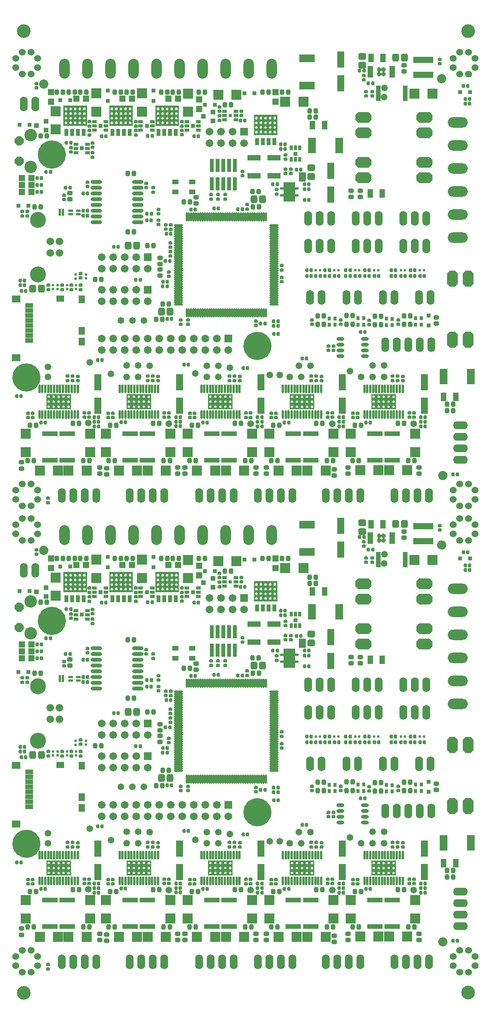
<source format=gts>
G04 Layer_Color=8388736*
%FSLAX24Y24*%
%MOIN*%
G70*
G01*
G75*
%ADD50C,0.0600*%
%ADD92C,0.0580*%
%ADD190C,0.1220*%
%ADD191R,0.1040X0.1680*%
G04:AMPARAMS|DCode=192|XSize=118.7mil|YSize=118.7mil|CornerRadius=59.4mil|HoleSize=0mil|Usage=FLASHONLY|Rotation=90.000|XOffset=0mil|YOffset=0mil|HoleType=Round|Shape=RoundedRectangle|*
%AMROUNDEDRECTD192*
21,1,0.1187,0.0000,0,0,90.0*
21,1,0.0000,0.1187,0,0,90.0*
1,1,0.1187,0.0000,0.0000*
1,1,0.1187,0.0000,0.0000*
1,1,0.1187,0.0000,0.0000*
1,1,0.1187,0.0000,0.0000*
%
%ADD192ROUNDEDRECTD192*%
%ADD193R,0.0330X0.0330*%
%ADD194R,0.0270X0.0270*%
%ADD195R,0.0606X0.0252*%
%ADD196R,0.0213X0.0260*%
G04:AMPARAMS|DCode=197|XSize=30mil|YSize=32mil|CornerRadius=8.4mil|HoleSize=0mil|Usage=FLASHONLY|Rotation=90.000|XOffset=0mil|YOffset=0mil|HoleType=Round|Shape=RoundedRectangle|*
%AMROUNDEDRECTD197*
21,1,0.0300,0.0152,0,0,90.0*
21,1,0.0132,0.0320,0,0,90.0*
1,1,0.0168,0.0076,0.0066*
1,1,0.0168,0.0076,-0.0066*
1,1,0.0168,-0.0076,-0.0066*
1,1,0.0168,-0.0076,0.0066*
%
%ADD197ROUNDEDRECTD197*%
G04:AMPARAMS|DCode=198|XSize=30mil|YSize=32mil|CornerRadius=8.4mil|HoleSize=0mil|Usage=FLASHONLY|Rotation=180.000|XOffset=0mil|YOffset=0mil|HoleType=Round|Shape=RoundedRectangle|*
%AMROUNDEDRECTD198*
21,1,0.0300,0.0152,0,0,180.0*
21,1,0.0132,0.0320,0,0,180.0*
1,1,0.0168,-0.0066,0.0076*
1,1,0.0168,0.0066,0.0076*
1,1,0.0168,0.0066,-0.0076*
1,1,0.0168,-0.0066,-0.0076*
%
%ADD198ROUNDEDRECTD198*%
%ADD199R,0.1379X0.0434*%
G04:AMPARAMS|DCode=200|XSize=37.1mil|YSize=47.4mil|CornerRadius=9.8mil|HoleSize=0mil|Usage=FLASHONLY|Rotation=0.000|XOffset=0mil|YOffset=0mil|HoleType=Round|Shape=RoundedRectangle|*
%AMROUNDEDRECTD200*
21,1,0.0371,0.0277,0,0,0.0*
21,1,0.0175,0.0474,0,0,0.0*
1,1,0.0197,0.0087,-0.0139*
1,1,0.0197,-0.0087,-0.0139*
1,1,0.0197,-0.0087,0.0139*
1,1,0.0197,0.0087,0.0139*
%
%ADD200ROUNDEDRECTD200*%
G04:AMPARAMS|DCode=201|XSize=80mil|YSize=80mil|CornerRadius=40mil|HoleSize=0mil|Usage=FLASHONLY|Rotation=270.000|XOffset=0mil|YOffset=0mil|HoleType=Round|Shape=RoundedRectangle|*
%AMROUNDEDRECTD201*
21,1,0.0800,0.0000,0,0,270.0*
21,1,0.0000,0.0800,0,0,270.0*
1,1,0.0800,0.0000,0.0000*
1,1,0.0800,0.0000,0.0000*
1,1,0.0800,0.0000,0.0000*
1,1,0.0800,0.0000,0.0000*
%
%ADD201ROUNDEDRECTD201*%
%ADD202R,0.0552X0.0434*%
%ADD203R,0.0415X0.0316*%
%ADD204O,0.0671X0.0316*%
%ADD205O,0.0986X0.0316*%
%ADD206R,0.0482X0.0198*%
%ADD207O,0.0198X0.0789*%
%ADD208O,0.0789X0.0198*%
G04:AMPARAMS|DCode=209|XSize=37.1mil|YSize=47.4mil|CornerRadius=9.8mil|HoleSize=0mil|Usage=FLASHONLY|Rotation=270.000|XOffset=0mil|YOffset=0mil|HoleType=Round|Shape=RoundedRectangle|*
%AMROUNDEDRECTD209*
21,1,0.0371,0.0277,0,0,270.0*
21,1,0.0175,0.0474,0,0,270.0*
1,1,0.0197,-0.0139,-0.0087*
1,1,0.0197,-0.0139,0.0087*
1,1,0.0197,0.0139,0.0087*
1,1,0.0197,0.0139,-0.0087*
%
%ADD209ROUNDEDRECTD209*%
%ADD210R,0.0434X0.1379*%
%ADD211R,0.0360X0.0640*%
%ADD212R,0.0560X0.0560*%
%ADD213R,0.1753X0.0545*%
G04:AMPARAMS|DCode=214|XSize=60mil|YSize=68mil|CornerRadius=17mil|HoleSize=0mil|Usage=FLASHONLY|Rotation=0.000|XOffset=0mil|YOffset=0mil|HoleType=Round|Shape=RoundedRectangle|*
%AMROUNDEDRECTD214*
21,1,0.0600,0.0340,0,0,0.0*
21,1,0.0260,0.0680,0,0,0.0*
1,1,0.0340,0.0130,-0.0170*
1,1,0.0340,-0.0130,-0.0170*
1,1,0.0340,-0.0130,0.0170*
1,1,0.0340,0.0130,0.0170*
%
%ADD214ROUNDEDRECTD214*%
%ADD215R,0.0375X0.1182*%
G04:AMPARAMS|DCode=216|XSize=80mil|YSize=80mil|CornerRadius=40mil|HoleSize=0mil|Usage=FLASHONLY|Rotation=0.000|XOffset=0mil|YOffset=0mil|HoleType=Round|Shape=RoundedRectangle|*
%AMROUNDEDRECTD216*
21,1,0.0800,0.0000,0,0,0.0*
21,1,0.0000,0.0800,0,0,0.0*
1,1,0.0800,0.0000,0.0000*
1,1,0.0800,0.0000,0.0000*
1,1,0.0800,0.0000,0.0000*
1,1,0.0800,0.0000,0.0000*
%
%ADD216ROUNDEDRECTD216*%
%ADD217R,0.0560X0.0560*%
%ADD218R,0.0870X0.0870*%
%ADD219R,0.0870X0.0870*%
%ADD220R,0.0320X0.0320*%
%ADD221R,0.0280X0.0360*%
%ADD222R,0.0710X0.1340*%
%ADD223R,0.1340X0.0710*%
G04:AMPARAMS|DCode=224|XSize=60mil|YSize=68mil|CornerRadius=17mil|HoleSize=0mil|Usage=FLASHONLY|Rotation=90.000|XOffset=0mil|YOffset=0mil|HoleType=Round|Shape=RoundedRectangle|*
%AMROUNDEDRECTD224*
21,1,0.0600,0.0340,0,0,90.0*
21,1,0.0260,0.0680,0,0,90.0*
1,1,0.0340,0.0170,0.0130*
1,1,0.0340,0.0170,-0.0130*
1,1,0.0340,-0.0170,-0.0130*
1,1,0.0340,-0.0170,0.0130*
%
%ADD224ROUNDEDRECTD224*%
%ADD225R,0.0513X0.0749*%
%ADD226R,0.0533X0.0671*%
%ADD227R,0.0671X0.0395*%
%ADD228R,0.0749X0.0631*%
%ADD229R,0.0671X0.0533*%
%ADD230R,0.0330X0.0330*%
%ADD231R,0.0631X0.1419*%
%ADD232R,0.0440X0.0400*%
%ADD233O,0.0218X0.0749*%
%ADD234R,0.0198X0.0237*%
%ADD235R,0.0320X0.0320*%
%ADD236R,0.0316X0.0415*%
%ADD237R,0.1182X0.0474*%
%ADD238R,0.0434X0.0237*%
%ADD239R,0.0208X0.0186*%
%ADD240R,0.0237X0.0198*%
%ADD241O,0.0190X0.0395*%
%ADD242O,0.0395X0.0190*%
%ADD243R,0.0887X0.0887*%
%ADD244R,0.0671X0.0671*%
%ADD245C,0.0671*%
%ADD246O,0.1280X0.0680*%
%ADD247O,0.1730X0.0905*%
%ADD248P,0.0844X8X292.5*%
%ADD249C,0.1080*%
%ADD250O,0.0680X0.1280*%
%ADD251C,0.0660*%
%ADD252C,0.1385*%
G04:AMPARAMS|DCode=253|XSize=141mil|YSize=91mil|CornerRadius=0mil|HoleSize=0mil|Usage=FLASHONLY|Rotation=270.000|XOffset=0mil|YOffset=0mil|HoleType=Round|Shape=Octagon|*
%AMOCTAGOND253*
4,1,8,-0.0228,-0.0705,0.0228,-0.0705,0.0455,-0.0478,0.0455,0.0478,0.0228,0.0705,-0.0228,0.0705,-0.0455,0.0478,-0.0455,-0.0478,-0.0228,-0.0705,0.0*
%
%ADD253OCTAGOND253*%

G04:AMPARAMS|DCode=254|XSize=141mil|YSize=91mil|CornerRadius=0mil|HoleSize=0mil|Usage=FLASHONLY|Rotation=180.000|XOffset=0mil|YOffset=0mil|HoleType=Round|Shape=Octagon|*
%AMOCTAGOND254*
4,1,8,-0.0705,0.0228,-0.0705,-0.0228,-0.0478,-0.0455,0.0478,-0.0455,0.0705,-0.0228,0.0705,0.0228,0.0478,0.0455,-0.0478,0.0455,-0.0705,0.0228,0.0*
%
%ADD254OCTAGOND254*%

%ADD255O,0.0905X0.1730*%
G36*
X25850Y36765D02*
Y36371D01*
Y35967D01*
Y35574D01*
Y35298D01*
X23802D01*
Y35574D01*
Y35967D01*
Y36371D01*
Y36775D01*
Y37060D01*
X25850D01*
Y36765D01*
D02*
G37*
G36*
X36137Y12584D02*
Y12367D01*
Y12150D01*
Y11934D01*
Y11717D01*
Y11501D01*
X34002D01*
Y11717D01*
Y11934D01*
Y12150D01*
Y12367D01*
Y12584D01*
Y12585D01*
Y12801D01*
X36137D01*
Y12584D01*
D02*
G37*
G36*
X13285Y37565D02*
Y37171D01*
Y36767D01*
Y36374D01*
Y36098D01*
X11237D01*
Y36374D01*
Y36767D01*
Y37171D01*
Y37575D01*
Y37860D01*
X13285D01*
Y37565D01*
D02*
G37*
G36*
X17295D02*
Y37171D01*
Y36767D01*
Y36374D01*
Y36098D01*
X15247D01*
Y36374D01*
Y36767D01*
Y37171D01*
Y37575D01*
Y37860D01*
X17295D01*
Y37565D01*
D02*
G37*
G36*
X9300D02*
Y37171D01*
Y36767D01*
Y36374D01*
Y36098D01*
X7252D01*
Y36374D01*
Y36767D01*
Y37171D01*
Y37575D01*
Y37860D01*
X9300D01*
Y37565D01*
D02*
G37*
G36*
X7903Y12584D02*
Y12367D01*
Y12150D01*
Y11934D01*
Y11717D01*
Y11501D01*
X5768D01*
Y11717D01*
Y11934D01*
Y12150D01*
Y12367D01*
Y12584D01*
Y12585D01*
Y12801D01*
X7903D01*
Y12584D01*
D02*
G37*
G36*
X35160Y41189D02*
Y41181D01*
X35164Y41158D01*
X35182Y41132D01*
X35208Y41115D01*
X35231Y41110D01*
X35238D01*
Y40904D01*
X35232D01*
X35211Y40900D01*
X35189Y40884D01*
X35173Y40862D01*
X35169Y40842D01*
Y40835D01*
Y40795D01*
X35160D01*
Y40786D01*
Y40778D01*
X35164Y40755D01*
X35182Y40729D01*
X35208Y40711D01*
X35231Y40707D01*
X35238D01*
Y40510D01*
X35231D01*
X35208Y40505D01*
X35182Y40488D01*
X35164Y40462D01*
X35160Y40439D01*
Y40431D01*
Y40412D01*
X34982D01*
Y40421D01*
X34977Y40450D01*
X34955Y40483D01*
X34922Y40504D01*
X34894Y40510D01*
X34855D01*
X34826Y40504D01*
X34793Y40483D01*
X34772Y40450D01*
X34766Y40421D01*
Y40412D01*
X34589D01*
Y40421D01*
Y40429D01*
X34584Y40452D01*
X34567Y40478D01*
X34541Y40496D01*
X34518Y40500D01*
X34510D01*
Y40707D01*
X34517D01*
X34537Y40711D01*
X34560Y40726D01*
X34575Y40749D01*
X34579Y40769D01*
Y40776D01*
Y40815D01*
X34589D01*
Y40825D01*
Y40833D01*
X34584Y40856D01*
X34567Y40882D01*
X34541Y40899D01*
X34518Y40904D01*
X34510D01*
Y41101D01*
X34518D01*
X34541Y41105D01*
X34567Y41123D01*
X34584Y41149D01*
X34589Y41172D01*
Y41179D01*
Y41199D01*
X34766D01*
Y41189D01*
X34772Y41161D01*
X34793Y41128D01*
X34826Y41106D01*
X34855Y41101D01*
X34894D01*
X34922Y41106D01*
X34955Y41128D01*
X34977Y41161D01*
X34982Y41189D01*
Y41199D01*
X35160D01*
Y41189D01*
D02*
G37*
G36*
X14872Y12584D02*
Y12367D01*
Y12150D01*
Y11934D01*
Y11717D01*
Y11501D01*
X12737D01*
Y11717D01*
Y11934D01*
Y12150D01*
Y12367D01*
Y12584D01*
Y12585D01*
Y12801D01*
X14872D01*
Y12584D01*
D02*
G37*
G36*
X29049D02*
Y12367D01*
Y12150D01*
Y11934D01*
Y11717D01*
Y11501D01*
X26914D01*
Y11717D01*
Y11934D01*
Y12150D01*
Y12367D01*
Y12584D01*
Y12585D01*
Y12801D01*
X29049D01*
Y12584D01*
D02*
G37*
G36*
X21963D02*
Y12367D01*
Y12150D01*
Y11934D01*
Y11717D01*
Y11501D01*
X19828D01*
Y11717D01*
Y11934D01*
Y12150D01*
Y12367D01*
Y12584D01*
Y12585D01*
Y12801D01*
X21963D01*
Y12584D01*
D02*
G37*
%LPC*%
G36*
X7712Y12684D02*
X7703Y12684D01*
Y12684D01*
X7684Y12683D01*
X7633Y12656D01*
X7611Y12623D01*
X7605Y12594D01*
X7605Y12584D01*
X7598D01*
X7598Y12574D01*
X7604Y12544D01*
X7626Y12510D01*
X7660Y12488D01*
X7690Y12482D01*
X7700Y12482D01*
X7721D01*
X7774Y12511D01*
X7797Y12545D01*
X7803Y12577D01*
X7803Y12588D01*
X7798Y12589D01*
X7798Y12598D01*
X7792Y12626D01*
X7771Y12657D01*
X7740Y12678D01*
X7712Y12684D01*
D02*
G37*
G36*
X34215Y12253D02*
X34205Y12253D01*
Y12253D01*
X34195D01*
X34165Y12247D01*
X34131Y12224D01*
X34108Y12190D01*
X34102Y12161D01*
Y12152D01*
X34102D01*
X34102Y12152D01*
Y12142D01*
X34108Y12113D01*
X34130Y12079D01*
X34163Y12057D01*
X34192Y12052D01*
X34202D01*
X34222Y12052D01*
X34272Y12079D01*
X34294Y12112D01*
X34300Y12144D01*
X34300Y12155D01*
X34307D01*
X34307Y12161D01*
X34301Y12191D01*
X34279Y12225D01*
X34246Y12247D01*
X34215Y12253D01*
D02*
G37*
G36*
X14681Y12684D02*
X14672Y12684D01*
Y12684D01*
X14652Y12683D01*
X14602Y12656D01*
X14580Y12623D01*
X14574Y12594D01*
X14574Y12584D01*
X14567D01*
X14566Y12574D01*
X14572Y12544D01*
X14595Y12510D01*
X14628Y12488D01*
X14659Y12482D01*
X14669Y12482D01*
X14689D01*
X14743Y12511D01*
X14766Y12545D01*
X14772Y12577D01*
X14771Y12588D01*
X14767Y12589D01*
X14767Y12598D01*
X14761Y12626D01*
X14740Y12657D01*
X14709Y12678D01*
X14681Y12684D01*
D02*
G37*
G36*
X6413Y12684D02*
X6403Y12684D01*
X6403Y12684D01*
X6393Y12684D01*
X6365Y12678D01*
X6333Y12656D01*
X6311Y12624D01*
X6305Y12594D01*
X6305Y12584D01*
X6300D01*
X6300Y12578D01*
X6306Y12547D01*
X6329Y12513D01*
X6363Y12491D01*
X6395Y12484D01*
X6405Y12485D01*
X6405D01*
X6415Y12485D01*
X6443Y12490D01*
X6476Y12512D01*
X6497Y12544D01*
X6503Y12574D01*
X6503Y12585D01*
X6503D01*
X6503Y12594D01*
X6497Y12623D01*
X6475Y12656D01*
X6443Y12678D01*
X6413Y12684D01*
D02*
G37*
G36*
X13382D02*
X13372Y12684D01*
X13372Y12684D01*
X13362Y12684D01*
X13333Y12678D01*
X13301Y12656D01*
X13280Y12624D01*
X13274Y12594D01*
X13274Y12584D01*
X13269D01*
X13269Y12578D01*
X13275Y12547D01*
X13298Y12513D01*
X13332Y12491D01*
X13363Y12484D01*
X13374Y12485D01*
X13374D01*
X13384Y12485D01*
X13412Y12490D01*
X13444Y12512D01*
X13466Y12544D01*
X13472Y12574D01*
X13472Y12585D01*
X13472D01*
X13472Y12594D01*
X13466Y12623D01*
X13444Y12656D01*
X13411Y12678D01*
X13382Y12684D01*
D02*
G37*
G36*
X35947Y12684D02*
X35937Y12684D01*
Y12684D01*
X35918Y12683D01*
X35867Y12656D01*
X35846Y12623D01*
X35840Y12594D01*
X35840Y12584D01*
X35832D01*
X35832Y12574D01*
X35838Y12544D01*
X35861Y12510D01*
X35894Y12488D01*
X35925Y12482D01*
X35935Y12482D01*
X35955D01*
X36009Y12511D01*
X36031Y12545D01*
X36038Y12577D01*
X36037Y12588D01*
X36032Y12589D01*
Y12589D01*
Y12589D01*
D01*
X36032Y12598D01*
X36027Y12626D01*
X36006Y12657D01*
X35974Y12678D01*
X35947Y12684D01*
D02*
G37*
G36*
X21772D02*
X21763Y12684D01*
Y12684D01*
X21743Y12683D01*
X21693Y12656D01*
X21671Y12623D01*
X21665Y12594D01*
X21665Y12584D01*
X21658D01*
X21658Y12574D01*
X21664Y12544D01*
X21686Y12510D01*
X21719Y12488D01*
X21750Y12482D01*
X21760Y12482D01*
X21781D01*
X21834Y12511D01*
X21857Y12545D01*
X21863Y12577D01*
X21863Y12588D01*
X21858Y12589D01*
X21858Y12598D01*
X21852Y12626D01*
X21831Y12657D01*
X21800Y12678D01*
X21772Y12684D01*
D02*
G37*
G36*
X28858D02*
X28849Y12684D01*
Y12684D01*
X28829Y12683D01*
X28779Y12656D01*
X28757Y12623D01*
X28751Y12594D01*
X28751Y12584D01*
X28744D01*
X28744Y12574D01*
X28750Y12544D01*
X28772Y12510D01*
X28805Y12488D01*
X28836Y12482D01*
X28846Y12482D01*
X28867D01*
X28920Y12511D01*
X28943Y12545D01*
X28949Y12577D01*
X28949Y12588D01*
X28944Y12589D01*
Y12589D01*
Y12589D01*
D01*
X28944Y12598D01*
X28938Y12626D01*
X28917Y12657D01*
X28886Y12678D01*
X28858Y12684D01*
D02*
G37*
G36*
X20905Y12253D02*
X20895Y12253D01*
X20895Y12253D01*
X20885Y12253D01*
X20856Y12247D01*
X20823Y12225D01*
X20801Y12192D01*
X20795Y12161D01*
X20795Y12152D01*
X20795D01*
X20795Y12152D01*
X20795Y12151D01*
X20795Y12150D01*
X20795D01*
X20795Y12141D01*
X20801Y12110D01*
X20823Y12077D01*
X20856Y12055D01*
X20885Y12049D01*
X20905D01*
X20934Y12055D01*
X20967Y12077D01*
X20989Y12110D01*
X20995Y12141D01*
X20995Y12150D01*
X20995D01*
Y12150D01*
Y12150D01*
D01*
X20995Y12151D01*
X20995Y12152D01*
X20995D01*
X20995Y12161D01*
X20989Y12192D01*
X20967Y12225D01*
X20934Y12247D01*
X20905Y12253D01*
D02*
G37*
G36*
X27991D02*
X27981Y12253D01*
X27981Y12253D01*
X27971Y12253D01*
X27942Y12247D01*
X27909Y12225D01*
X27887Y12192D01*
X27881Y12161D01*
X27881Y12152D01*
X27881D01*
X27881Y12152D01*
X27881Y12151D01*
X27881Y12150D01*
X27881D01*
X27881Y12141D01*
X27887Y12110D01*
X27909Y12077D01*
X27942Y12055D01*
X27971Y12049D01*
X27991D01*
X28020Y12055D01*
X28053Y12077D01*
X28075Y12110D01*
X28081Y12141D01*
X28081Y12150D01*
X28081D01*
Y12150D01*
Y12150D01*
D01*
X28081Y12151D01*
X28081Y12152D01*
X28081D01*
X28081Y12161D01*
X28075Y12192D01*
X28053Y12225D01*
X28020Y12247D01*
X27991Y12253D01*
D02*
G37*
G36*
X6845D02*
X6835Y12253D01*
X6835Y12253D01*
X6826Y12253D01*
X6796Y12247D01*
X6763Y12225D01*
X6741Y12192D01*
X6735Y12161D01*
X6735Y12152D01*
X6735D01*
X6735Y12152D01*
X6735Y12151D01*
X6735Y12150D01*
X6735D01*
X6735Y12141D01*
X6741Y12110D01*
X6763Y12077D01*
X6796Y12055D01*
X6826Y12049D01*
X6845D01*
X6874Y12055D01*
X6908Y12077D01*
X6930Y12110D01*
X6936Y12141D01*
X6935Y12150D01*
X6935D01*
Y12150D01*
Y12150D01*
D01*
X6935Y12151D01*
X6935Y12152D01*
X6935D01*
X6936Y12161D01*
X6930Y12192D01*
X6908Y12225D01*
X6874Y12247D01*
X6845Y12253D01*
D02*
G37*
G36*
X13814D02*
X13804Y12253D01*
X13804Y12253D01*
X13794Y12253D01*
X13765Y12247D01*
X13732Y12225D01*
X13710Y12192D01*
X13704Y12161D01*
X13704Y12152D01*
X13704D01*
X13704Y12152D01*
X13704Y12151D01*
X13704Y12150D01*
X13704D01*
X13704Y12141D01*
X13710Y12110D01*
X13732Y12077D01*
X13765Y12055D01*
X13794Y12049D01*
X13814D01*
X13843Y12055D01*
X13876Y12077D01*
X13898Y12110D01*
X13904Y12141D01*
X13904Y12150D01*
X13904D01*
Y12150D01*
Y12150D01*
D01*
X13904Y12151D01*
X13904Y12152D01*
X13904D01*
X13904Y12161D01*
X13898Y12192D01*
X13876Y12225D01*
X13843Y12247D01*
X13814Y12253D01*
D02*
G37*
G36*
X35080D02*
X35070Y12253D01*
X35070Y12253D01*
X35060Y12253D01*
X35031Y12247D01*
X34998Y12225D01*
X34976Y12192D01*
X34970Y12161D01*
X34970Y12152D01*
X34970D01*
X34970Y12152D01*
X34970Y12151D01*
X34970Y12150D01*
X34970D01*
X34970Y12141D01*
X34976Y12110D01*
X34998Y12077D01*
X35031Y12055D01*
X35060Y12049D01*
X35080D01*
X35109Y12055D01*
X35142Y12077D01*
X35164Y12110D01*
X35170Y12141D01*
X35170Y12150D01*
X35170D01*
Y12150D01*
Y12150D01*
D01*
X35170Y12151D01*
X35170Y12152D01*
X35170D01*
X35170Y12161D01*
X35164Y12192D01*
X35142Y12225D01*
X35109Y12247D01*
X35080Y12253D01*
D02*
G37*
G36*
X20041Y12253D02*
X20030Y12253D01*
Y12253D01*
X20020D01*
X19990Y12247D01*
X19956Y12224D01*
X19934Y12190D01*
X19928Y12161D01*
Y12152D01*
X19928D01*
X19928Y12152D01*
Y12142D01*
X19934Y12113D01*
X19956Y12079D01*
X19989Y12057D01*
X20018Y12052D01*
X20028D01*
X20047Y12052D01*
X20098Y12079D01*
X20120Y12112D01*
X20126Y12144D01*
X20125Y12155D01*
X20133D01*
X20133Y12161D01*
X20127Y12191D01*
X20104Y12225D01*
X20071Y12247D01*
X20041Y12253D01*
D02*
G37*
G36*
X27127D02*
X27116Y12253D01*
Y12253D01*
X27106D01*
X27076Y12247D01*
X27042Y12224D01*
X27020Y12190D01*
X27014Y12161D01*
Y12152D01*
X27014D01*
X27014Y12152D01*
Y12142D01*
X27020Y12113D01*
X27042Y12079D01*
X27075Y12057D01*
X27104Y12052D01*
X27114D01*
X27133Y12052D01*
X27184Y12079D01*
X27205Y12112D01*
X27212Y12144D01*
X27211Y12155D01*
X27219D01*
X27219Y12161D01*
X27213Y12191D01*
X27190Y12225D01*
X27157Y12247D01*
X27127Y12253D01*
D02*
G37*
G36*
X5981D02*
X5970Y12253D01*
Y12253D01*
X5960D01*
X5930Y12247D01*
X5897Y12224D01*
X5874Y12190D01*
X5868Y12161D01*
Y12152D01*
X5868D01*
X5868Y12152D01*
Y12142D01*
X5874Y12113D01*
X5896Y12079D01*
X5929Y12057D01*
X5958Y12052D01*
X5968D01*
X5987Y12052D01*
X6038Y12079D01*
X6060Y12112D01*
X6066Y12144D01*
X6065Y12155D01*
X6073D01*
X6073Y12161D01*
X6067Y12191D01*
X6045Y12225D01*
X6011Y12247D01*
X5981Y12253D01*
D02*
G37*
G36*
X12949D02*
X12939Y12253D01*
Y12253D01*
X12929D01*
X12899Y12247D01*
X12865Y12224D01*
X12842Y12190D01*
X12837Y12161D01*
Y12152D01*
X12837D01*
X12837Y12152D01*
Y12142D01*
X12842Y12113D01*
X12864Y12079D01*
X12898Y12057D01*
X12927Y12052D01*
X12937D01*
X12956Y12052D01*
X13006Y12079D01*
X13028Y12112D01*
X13034Y12144D01*
X13034Y12155D01*
X13042D01*
X13042Y12161D01*
X13036Y12191D01*
X13013Y12225D01*
X12980Y12247D01*
X12949Y12253D01*
D02*
G37*
G36*
X20473Y12684D02*
X20463Y12684D01*
X20463Y12684D01*
X20453Y12684D01*
X20425Y12678D01*
X20392Y12656D01*
X20371Y12624D01*
X20365Y12594D01*
X20365Y12584D01*
X20360D01*
X20360Y12578D01*
X20366Y12547D01*
X20389Y12513D01*
X20423Y12491D01*
X20454Y12484D01*
X20465Y12485D01*
X20465D01*
X20475Y12485D01*
X20503Y12490D01*
X20536Y12512D01*
X20557Y12544D01*
X20563Y12574D01*
X20563Y12585D01*
X20563D01*
X20563Y12594D01*
X20557Y12623D01*
X20535Y12656D01*
X20503Y12678D01*
X20473Y12684D01*
D02*
G37*
G36*
X35080Y12686D02*
X35070Y12686D01*
X35070Y12686D01*
X35060Y12686D01*
X35031Y12680D01*
X34998Y12658D01*
X34976Y12625D01*
X34970Y12594D01*
X34970Y12585D01*
X34970D01*
X34970Y12585D01*
X34970Y12584D01*
X34970Y12584D01*
X34970D01*
X34970Y12574D01*
X34976Y12543D01*
X34998Y12510D01*
X35031Y12488D01*
X35060Y12482D01*
X35080D01*
X35109Y12488D01*
X35142Y12510D01*
X35164Y12543D01*
X35170Y12574D01*
X35170Y12584D01*
X35170D01*
Y12584D01*
Y12584D01*
D01*
X35170Y12584D01*
X35170Y12585D01*
X35170D01*
X35170Y12594D01*
X35164Y12625D01*
X35142Y12658D01*
X35109Y12680D01*
X35080Y12686D01*
D02*
G37*
G36*
X5981Y12686D02*
X5970Y12686D01*
Y12686D01*
X5960D01*
X5930Y12680D01*
X5897Y12657D01*
X5874Y12624D01*
X5868Y12594D01*
Y12589D01*
X5868Y12589D01*
X5868D01*
X5868Y12578D01*
X5874Y12547D01*
X5896Y12513D01*
X5948Y12485D01*
X5968Y12485D01*
X5968Y12485D01*
X5987Y12485D01*
X6038Y12512D01*
X6060Y12545D01*
X6066Y12578D01*
X6065Y12589D01*
X6073D01*
X6073Y12594D01*
X6067Y12624D01*
X6045Y12658D01*
X6011Y12680D01*
X5981Y12686D01*
D02*
G37*
G36*
X20905Y12686D02*
X20895Y12686D01*
X20895Y12686D01*
X20885Y12686D01*
X20856Y12680D01*
X20823Y12658D01*
X20801Y12625D01*
X20795Y12594D01*
X20795Y12585D01*
X20795D01*
X20795Y12585D01*
X20795Y12584D01*
X20795Y12584D01*
X20795D01*
X20795Y12574D01*
X20801Y12543D01*
X20823Y12510D01*
X20856Y12488D01*
X20885Y12482D01*
X20905D01*
X20934Y12488D01*
X20967Y12510D01*
X20989Y12543D01*
X20995Y12574D01*
X20995Y12584D01*
X20995D01*
Y12584D01*
Y12584D01*
D01*
X20995Y12584D01*
X20995Y12585D01*
X20995D01*
X20995Y12594D01*
X20989Y12625D01*
X20967Y12658D01*
X20934Y12680D01*
X20905Y12686D01*
D02*
G37*
G36*
X27991D02*
X27981Y12686D01*
X27981Y12686D01*
X27971Y12686D01*
X27942Y12680D01*
X27909Y12658D01*
X27887Y12625D01*
X27881Y12594D01*
X27881Y12585D01*
X27881D01*
X27881Y12585D01*
X27881Y12584D01*
X27881Y12584D01*
X27881D01*
X27881Y12574D01*
X27887Y12543D01*
X27909Y12510D01*
X27942Y12488D01*
X27971Y12482D01*
X27991D01*
X28020Y12488D01*
X28053Y12510D01*
X28075Y12543D01*
X28081Y12574D01*
X28081Y12584D01*
X28081D01*
Y12584D01*
Y12584D01*
D01*
X28081Y12584D01*
X28081Y12585D01*
X28081D01*
X28081Y12594D01*
X28075Y12625D01*
X28053Y12658D01*
X28020Y12680D01*
X27991Y12686D01*
D02*
G37*
G36*
X27127Y12686D02*
X27116Y12686D01*
Y12686D01*
X27106D01*
X27076Y12680D01*
X27042Y12657D01*
X27020Y12624D01*
X27014Y12594D01*
Y12589D01*
X27014Y12589D01*
X27014D01*
X27014Y12578D01*
X27020Y12547D01*
X27042Y12513D01*
X27094Y12485D01*
X27114Y12485D01*
X27114Y12485D01*
X27133Y12485D01*
X27184Y12512D01*
X27205Y12545D01*
X27212Y12578D01*
X27211Y12589D01*
X27219D01*
X27219Y12594D01*
X27213Y12624D01*
X27190Y12658D01*
X27157Y12680D01*
X27127Y12686D01*
D02*
G37*
G36*
X34215D02*
X34205Y12686D01*
Y12686D01*
X34195D01*
X34165Y12680D01*
X34131Y12657D01*
X34108Y12624D01*
X34102Y12594D01*
Y12589D01*
X34102Y12589D01*
X34102D01*
X34102Y12578D01*
X34108Y12547D01*
X34131Y12513D01*
X34183Y12485D01*
X34202Y12485D01*
X34202Y12485D01*
X34222Y12485D01*
X34272Y12512D01*
X34294Y12545D01*
X34300Y12578D01*
X34300Y12589D01*
X34307D01*
X34307Y12594D01*
X34301Y12624D01*
X34279Y12658D01*
X34246Y12680D01*
X34215Y12686D01*
D02*
G37*
G36*
X12949D02*
X12939Y12686D01*
Y12686D01*
X12929D01*
X12899Y12680D01*
X12865Y12657D01*
X12842Y12624D01*
X12837Y12594D01*
Y12589D01*
X12837Y12589D01*
X12837D01*
X12836Y12578D01*
X12843Y12547D01*
X12865Y12513D01*
X12917Y12485D01*
X12937Y12485D01*
X12937Y12485D01*
X12956Y12485D01*
X13006Y12512D01*
X13028Y12545D01*
X13034Y12578D01*
X13034Y12589D01*
X13042D01*
X13042Y12594D01*
X13036Y12624D01*
X13013Y12658D01*
X12980Y12680D01*
X12949Y12686D01*
D02*
G37*
G36*
X20041D02*
X20030Y12686D01*
Y12686D01*
X20020D01*
X19990Y12680D01*
X19956Y12657D01*
X19934Y12624D01*
X19928Y12594D01*
Y12589D01*
X19928Y12589D01*
X19928D01*
X19928Y12578D01*
X19934Y12547D01*
X19956Y12513D01*
X20008Y12485D01*
X20028Y12485D01*
X20028Y12485D01*
X20047Y12485D01*
X20098Y12512D01*
X20120Y12545D01*
X20126Y12578D01*
X20125Y12589D01*
X20133D01*
X20133Y12594D01*
X20127Y12624D01*
X20104Y12658D01*
X20071Y12680D01*
X20041Y12686D01*
D02*
G37*
G36*
X13814Y12686D02*
X13804Y12686D01*
X13804Y12686D01*
X13794Y12686D01*
X13765Y12680D01*
X13732Y12658D01*
X13710Y12625D01*
X13704Y12594D01*
X13704Y12585D01*
X13704D01*
X13704Y12585D01*
X13704Y12584D01*
X13704Y12584D01*
X13704D01*
X13704Y12574D01*
X13710Y12543D01*
X13732Y12510D01*
X13765Y12488D01*
X13794Y12482D01*
X13814D01*
X13843Y12488D01*
X13876Y12510D01*
X13898Y12543D01*
X13904Y12574D01*
X13904Y12584D01*
X13904D01*
Y12584D01*
Y12584D01*
D01*
X13904Y12584D01*
X13904Y12585D01*
X13904D01*
X13904Y12594D01*
X13898Y12625D01*
X13876Y12658D01*
X13843Y12680D01*
X13814Y12686D01*
D02*
G37*
G36*
X7276Y12684D02*
X7265Y12684D01*
X7265Y12684D01*
X7256Y12684D01*
X7227Y12678D01*
X7195Y12656D01*
X7174Y12624D01*
X7168Y12594D01*
X7168Y12585D01*
X7168D01*
X7168Y12585D01*
X7168Y12585D01*
X7168Y12584D01*
X7168D01*
X7168Y12575D01*
X7174Y12545D01*
X7196Y12512D01*
X7228Y12490D01*
X7258Y12485D01*
X7268Y12485D01*
X7268D01*
X7278Y12485D01*
X7306Y12490D01*
X7338Y12512D01*
X7360Y12544D01*
X7366Y12574D01*
X7365Y12585D01*
X7370D01*
X7370Y12603D01*
X7342Y12655D01*
X7308Y12678D01*
X7276Y12684D01*
D02*
G37*
G36*
X14245D02*
X14234Y12684D01*
X14234Y12684D01*
X14224Y12684D01*
X14196Y12678D01*
X14164Y12656D01*
X14142Y12624D01*
X14136Y12594D01*
X14137Y12585D01*
X14137D01*
X14137Y12585D01*
X14137Y12585D01*
X14137Y12584D01*
X14137D01*
X14136Y12575D01*
X14142Y12545D01*
X14164Y12512D01*
X14197Y12490D01*
X14226Y12485D01*
X14237Y12485D01*
X14237D01*
X14246Y12485D01*
X14275Y12490D01*
X14307Y12512D01*
X14328Y12544D01*
X14334Y12574D01*
X14334Y12585D01*
X14339D01*
X14339Y12603D01*
X14310Y12655D01*
X14277Y12678D01*
X14245Y12684D01*
D02*
G37*
G36*
X27559Y12684D02*
X27549Y12684D01*
X27549Y12684D01*
X27539Y12684D01*
X27511Y12678D01*
X27478Y12656D01*
X27457Y12624D01*
X27451Y12594D01*
X27451Y12584D01*
X27446D01*
X27446Y12578D01*
X27452Y12547D01*
X27475Y12513D01*
X27509Y12491D01*
X27540Y12484D01*
X27551Y12485D01*
X27551D01*
X27561Y12485D01*
X27589Y12490D01*
X27622Y12512D01*
X27643Y12544D01*
X27649Y12574D01*
X27649Y12585D01*
X27649D01*
X27649Y12594D01*
X27643Y12623D01*
X27621Y12656D01*
X27589Y12678D01*
X27559Y12684D01*
D02*
G37*
G36*
X34647D02*
X34637Y12684D01*
X34637Y12684D01*
X34628Y12684D01*
X34599Y12678D01*
X34567Y12656D01*
X34545Y12624D01*
X34540Y12594D01*
X34540Y12584D01*
X34535D01*
X34535Y12578D01*
X34541Y12547D01*
X34563Y12513D01*
X34597Y12491D01*
X34629Y12484D01*
X34640Y12485D01*
X34640D01*
X34649Y12485D01*
X34678Y12490D01*
X34710Y12512D01*
X34732Y12544D01*
X34738Y12574D01*
X34737Y12585D01*
X34737D01*
X34737Y12594D01*
X34732Y12623D01*
X34710Y12656D01*
X34677Y12678D01*
X34647Y12684D01*
D02*
G37*
G36*
X35511Y12684D02*
X35500Y12684D01*
X35500Y12684D01*
X35490Y12684D01*
X35462Y12678D01*
X35430Y12656D01*
X35408Y12624D01*
X35402Y12594D01*
X35402Y12585D01*
X35402D01*
X35402Y12585D01*
X35402Y12585D01*
X35402Y12584D01*
X35402D01*
X35402Y12575D01*
X35408Y12545D01*
X35430Y12512D01*
X35463Y12490D01*
X35492Y12485D01*
X35502Y12485D01*
X35502D01*
X35512Y12485D01*
X35540Y12490D01*
X35573Y12512D01*
X35594Y12544D01*
X35600Y12574D01*
X35600Y12585D01*
X35605D01*
X35604Y12603D01*
X35576Y12655D01*
X35542Y12678D01*
X35511Y12684D01*
D02*
G37*
G36*
X6845Y12686D02*
X6835Y12686D01*
X6835Y12686D01*
X6826Y12686D01*
X6796Y12680D01*
X6763Y12658D01*
X6741Y12625D01*
X6735Y12594D01*
X6735Y12585D01*
X6735D01*
X6735Y12585D01*
X6735Y12584D01*
X6735Y12584D01*
X6735D01*
X6735Y12574D01*
X6741Y12543D01*
X6763Y12510D01*
X6796Y12488D01*
X6826Y12482D01*
X6845D01*
X6874Y12488D01*
X6908Y12510D01*
X6930Y12543D01*
X6936Y12574D01*
X6935Y12584D01*
X6935D01*
Y12584D01*
Y12584D01*
D01*
X6935Y12584D01*
X6935Y12585D01*
X6935D01*
X6936Y12594D01*
X6930Y12625D01*
X6908Y12658D01*
X6874Y12680D01*
X6845Y12686D01*
D02*
G37*
G36*
X21336Y12684D02*
X21325Y12684D01*
X21325Y12684D01*
X21316Y12684D01*
X21287Y12678D01*
X21255Y12656D01*
X21233Y12624D01*
X21228Y12594D01*
X21228Y12585D01*
X21228D01*
X21228Y12585D01*
X21228Y12585D01*
X21228Y12584D01*
X21228D01*
X21228Y12575D01*
X21233Y12545D01*
X21255Y12512D01*
X21288Y12490D01*
X21318Y12485D01*
X21328Y12485D01*
X21328D01*
X21337Y12485D01*
X21366Y12490D01*
X21398Y12512D01*
X21420Y12544D01*
X21425Y12574D01*
X21425Y12585D01*
X21430D01*
X21430Y12603D01*
X21402Y12655D01*
X21368Y12678D01*
X21336Y12684D01*
D02*
G37*
G36*
X28422D02*
X28411Y12684D01*
X28411Y12684D01*
X28402Y12684D01*
X28373Y12678D01*
X28341Y12656D01*
X28319Y12624D01*
X28313Y12594D01*
X28314Y12585D01*
X28314D01*
X28314Y12585D01*
X28314Y12585D01*
X28314Y12584D01*
X28314D01*
X28314Y12575D01*
X28319Y12545D01*
X28341Y12512D01*
X28374Y12490D01*
X28404Y12485D01*
X28414Y12485D01*
X28414D01*
X28423Y12485D01*
X28452Y12490D01*
X28484Y12512D01*
X28506Y12544D01*
X28511Y12574D01*
X28511Y12585D01*
X28516D01*
X28516Y12603D01*
X28488Y12655D01*
X28454Y12678D01*
X28422Y12684D01*
D02*
G37*
G36*
X35511Y12251D02*
X35500Y12250D01*
X35500Y12250D01*
X35490Y12250D01*
X35462Y12245D01*
X35430Y12223D01*
X35408Y12191D01*
X35402Y12161D01*
X35402Y12152D01*
X35402D01*
X35402Y12152D01*
X35402Y12151D01*
X35402Y12150D01*
X35402D01*
X35402Y12142D01*
X35408Y12112D01*
X35430Y12079D01*
X35463Y12057D01*
X35492Y12051D01*
X35502Y12052D01*
X35502D01*
X35512Y12052D01*
X35540Y12057D01*
X35573Y12079D01*
X35594Y12111D01*
X35600Y12141D01*
X35600Y12152D01*
X35605D01*
X35604Y12170D01*
X35576Y12222D01*
X35542Y12245D01*
X35511Y12251D01*
D02*
G37*
G36*
X21336Y11818D02*
X21325Y11817D01*
X21325Y11817D01*
X21316Y11817D01*
X21287Y11812D01*
X21255Y11790D01*
X21233Y11758D01*
X21228Y11728D01*
X21228Y11719D01*
X21228D01*
X21228Y11719D01*
X21228Y11718D01*
X21228Y11717D01*
X21228D01*
X21228Y11708D01*
X21233Y11679D01*
X21255Y11646D01*
X21288Y11624D01*
X21318Y11618D01*
X21328Y11619D01*
X21328D01*
X21337Y11619D01*
X21366Y11624D01*
X21398Y11646D01*
X21420Y11678D01*
X21425Y11708D01*
X21425Y11719D01*
X21430D01*
X21430Y11737D01*
X21402Y11789D01*
X21368Y11811D01*
X21336Y11818D01*
D02*
G37*
G36*
X28422D02*
X28411Y11817D01*
X28411Y11817D01*
X28402Y11817D01*
X28373Y11812D01*
X28341Y11790D01*
X28319Y11758D01*
X28313Y11728D01*
X28314Y11719D01*
X28314D01*
X28314Y11719D01*
X28314Y11718D01*
X28314Y11717D01*
X28314D01*
X28314Y11708D01*
X28319Y11679D01*
X28341Y11646D01*
X28374Y11624D01*
X28404Y11618D01*
X28414Y11619D01*
X28414D01*
X28423Y11619D01*
X28452Y11624D01*
X28484Y11646D01*
X28506Y11678D01*
X28511Y11708D01*
X28511Y11719D01*
X28516D01*
X28516Y11737D01*
X28488Y11789D01*
X28454Y11811D01*
X28422Y11818D01*
D02*
G37*
G36*
X7276D02*
X7265Y11817D01*
X7265Y11817D01*
X7256Y11817D01*
X7227Y11812D01*
X7195Y11790D01*
X7174Y11758D01*
X7168Y11728D01*
X7168Y11719D01*
X7168D01*
X7168Y11719D01*
X7168Y11718D01*
X7168Y11717D01*
X7168D01*
X7168Y11708D01*
X7174Y11679D01*
X7196Y11646D01*
X7228Y11624D01*
X7258Y11618D01*
X7268Y11619D01*
X7268D01*
X7278Y11619D01*
X7306Y11624D01*
X7338Y11646D01*
X7360Y11678D01*
X7366Y11708D01*
X7365Y11719D01*
X7370D01*
X7370Y11737D01*
X7342Y11789D01*
X7308Y11811D01*
X7276Y11818D01*
D02*
G37*
G36*
X14245D02*
X14234Y11817D01*
X14234Y11817D01*
X14224Y11817D01*
X14196Y11812D01*
X14164Y11790D01*
X14142Y11758D01*
X14136Y11728D01*
X14137Y11719D01*
X14137D01*
X14137Y11719D01*
X14137Y11718D01*
X14137Y11717D01*
X14137D01*
X14136Y11708D01*
X14142Y11679D01*
X14164Y11646D01*
X14197Y11624D01*
X14226Y11618D01*
X14237Y11619D01*
X14237D01*
X14246Y11619D01*
X14275Y11624D01*
X14307Y11646D01*
X14328Y11678D01*
X14334Y11708D01*
X14334Y11719D01*
X14339D01*
X14339Y11737D01*
X14310Y11789D01*
X14277Y11811D01*
X14245Y11818D01*
D02*
G37*
G36*
X35511D02*
X35500Y11817D01*
X35500Y11817D01*
X35490Y11817D01*
X35462Y11812D01*
X35430Y11790D01*
X35408Y11758D01*
X35402Y11728D01*
X35402Y11719D01*
X35402D01*
X35402Y11719D01*
X35402Y11718D01*
X35402Y11717D01*
X35402D01*
X35402Y11708D01*
X35408Y11679D01*
X35430Y11646D01*
X35463Y11624D01*
X35492Y11618D01*
X35502Y11619D01*
X35502D01*
X35512Y11619D01*
X35540Y11624D01*
X35573Y11646D01*
X35594Y11678D01*
X35600Y11708D01*
X35600Y11719D01*
X35605D01*
X35604Y11737D01*
X35576Y11789D01*
X35542Y11811D01*
X35511Y11818D01*
D02*
G37*
G36*
X20905Y11820D02*
X20895Y11820D01*
X20895Y11820D01*
X20885Y11820D01*
X20856Y11814D01*
X20823Y11792D01*
X20801Y11759D01*
X20795Y11728D01*
X20795Y11719D01*
X20795D01*
X20795Y11719D01*
X20795Y11718D01*
X20795Y11717D01*
X20795D01*
X20795Y11708D01*
X20801Y11677D01*
X20823Y11644D01*
X20856Y11622D01*
X20885Y11616D01*
X20905D01*
X20934Y11622D01*
X20967Y11644D01*
X20989Y11677D01*
X20995Y11708D01*
X20995Y11717D01*
X20995D01*
Y11717D01*
Y11717D01*
D01*
X20995Y11718D01*
X20995Y11719D01*
X20995D01*
X20995Y11728D01*
X20989Y11759D01*
X20967Y11792D01*
X20934Y11814D01*
X20905Y11820D01*
D02*
G37*
G36*
X27991D02*
X27981Y11820D01*
X27981Y11820D01*
X27971Y11820D01*
X27942Y11814D01*
X27909Y11792D01*
X27887Y11759D01*
X27881Y11728D01*
X27881Y11719D01*
X27881D01*
X27881Y11719D01*
X27881Y11718D01*
X27881Y11717D01*
X27881D01*
X27881Y11708D01*
X27887Y11677D01*
X27909Y11644D01*
X27942Y11622D01*
X27971Y11616D01*
X27991D01*
X28020Y11622D01*
X28053Y11644D01*
X28075Y11677D01*
X28081Y11708D01*
X28081Y11717D01*
X28081D01*
Y11717D01*
Y11717D01*
D01*
X28081Y11718D01*
X28081Y11719D01*
X28081D01*
X28081Y11728D01*
X28075Y11759D01*
X28053Y11792D01*
X28020Y11814D01*
X27991Y11820D01*
D02*
G37*
G36*
X6845D02*
X6835Y11820D01*
X6835Y11820D01*
X6826Y11820D01*
X6796Y11814D01*
X6763Y11792D01*
X6741Y11759D01*
X6735Y11728D01*
X6735Y11719D01*
X6735D01*
X6735Y11719D01*
X6735Y11718D01*
X6735Y11717D01*
X6735D01*
X6735Y11708D01*
X6741Y11677D01*
X6763Y11644D01*
X6796Y11622D01*
X6826Y11616D01*
X6845D01*
X6874Y11622D01*
X6908Y11644D01*
X6930Y11677D01*
X6936Y11708D01*
X6935Y11717D01*
X6935D01*
Y11717D01*
Y11717D01*
D01*
X6935Y11718D01*
X6935Y11719D01*
X6935D01*
X6936Y11728D01*
X6930Y11759D01*
X6908Y11792D01*
X6874Y11814D01*
X6845Y11820D01*
D02*
G37*
G36*
X13814D02*
X13804Y11820D01*
X13804Y11820D01*
X13794Y11820D01*
X13765Y11814D01*
X13732Y11792D01*
X13710Y11759D01*
X13704Y11728D01*
X13704Y11719D01*
X13704D01*
X13704Y11719D01*
X13704Y11718D01*
X13704Y11717D01*
X13704D01*
X13704Y11708D01*
X13710Y11677D01*
X13732Y11644D01*
X13765Y11622D01*
X13794Y11616D01*
X13814D01*
X13843Y11622D01*
X13876Y11644D01*
X13898Y11677D01*
X13904Y11708D01*
X13904Y11717D01*
X13904D01*
Y11717D01*
Y11717D01*
D01*
X13904Y11718D01*
X13904Y11719D01*
X13904D01*
X13904Y11728D01*
X13898Y11759D01*
X13876Y11792D01*
X13843Y11814D01*
X13814Y11820D01*
D02*
G37*
G36*
X34647Y11818D02*
X34637Y11817D01*
X34637Y11817D01*
X34628Y11817D01*
X34599Y11812D01*
X34567Y11790D01*
X34545Y11758D01*
X34540Y11728D01*
X34540Y11717D01*
X34535D01*
X34535Y11712D01*
X34541Y11681D01*
X34563Y11647D01*
X34597Y11624D01*
X34629Y11618D01*
X34640Y11619D01*
X34640D01*
X34649Y11619D01*
X34678Y11624D01*
X34710Y11646D01*
X34732Y11678D01*
X34738Y11708D01*
X34737Y11719D01*
X34737D01*
X34737Y11727D01*
X34732Y11757D01*
X34710Y11790D01*
X34677Y11812D01*
X34647Y11818D01*
D02*
G37*
G36*
X21772Y11817D02*
X21763Y11817D01*
Y11817D01*
X21743Y11817D01*
X21693Y11790D01*
X21671Y11757D01*
X21665Y11727D01*
X21665Y11717D01*
X21658D01*
X21658Y11708D01*
X21664Y11678D01*
X21686Y11644D01*
X21719Y11622D01*
X21750Y11616D01*
X21760Y11616D01*
X21781D01*
X21834Y11645D01*
X21857Y11679D01*
X21863Y11711D01*
X21863Y11722D01*
X21858Y11722D01*
X21858Y11732D01*
X21852Y11759D01*
X21831Y11791D01*
X21800Y11812D01*
X21772Y11817D01*
D02*
G37*
G36*
X28858D02*
X28849Y11817D01*
Y11817D01*
X28829Y11817D01*
X28779Y11790D01*
X28757Y11757D01*
X28751Y11727D01*
X28751Y11717D01*
X28744D01*
X28744Y11708D01*
X28750Y11678D01*
X28772Y11644D01*
X28805Y11622D01*
X28836Y11616D01*
X28846Y11616D01*
X28867D01*
X28920Y11645D01*
X28943Y11679D01*
X28949Y11711D01*
X28949Y11722D01*
X28944Y11722D01*
Y11722D01*
Y11722D01*
D01*
X28944Y11732D01*
X28938Y11759D01*
X28917Y11791D01*
X28886Y11812D01*
X28858Y11817D01*
D02*
G37*
G36*
X7712D02*
X7703Y11817D01*
Y11817D01*
X7684Y11817D01*
X7633Y11790D01*
X7611Y11757D01*
X7605Y11727D01*
X7605Y11717D01*
X7598D01*
X7598Y11708D01*
X7604Y11678D01*
X7626Y11644D01*
X7660Y11622D01*
X7690Y11616D01*
X7700Y11616D01*
X7721D01*
X7774Y11645D01*
X7797Y11679D01*
X7803Y11711D01*
X7803Y11722D01*
X7798Y11722D01*
X7798Y11732D01*
X7792Y11759D01*
X7771Y11791D01*
X7740Y11812D01*
X7712Y11817D01*
D02*
G37*
G36*
X14681D02*
X14672Y11817D01*
Y11817D01*
X14652Y11817D01*
X14602Y11790D01*
X14580Y11757D01*
X14574Y11727D01*
X14574Y11717D01*
X14567D01*
X14566Y11708D01*
X14572Y11678D01*
X14595Y11644D01*
X14628Y11622D01*
X14659Y11616D01*
X14669Y11616D01*
X14689D01*
X14743Y11645D01*
X14766Y11679D01*
X14772Y11711D01*
X14771Y11722D01*
X14767Y11722D01*
X14767Y11732D01*
X14761Y11759D01*
X14740Y11791D01*
X14709Y11812D01*
X14681Y11817D01*
D02*
G37*
G36*
X35947D02*
X35937Y11817D01*
Y11817D01*
X35918Y11817D01*
X35867Y11790D01*
X35846Y11757D01*
X35840Y11727D01*
X35840Y11717D01*
X35832D01*
X35832Y11708D01*
X35838Y11678D01*
X35861Y11644D01*
X35894Y11622D01*
X35925Y11616D01*
X35935Y11616D01*
X35955D01*
X36009Y11645D01*
X36031Y11679D01*
X36038Y11711D01*
X36037Y11722D01*
X36032Y11722D01*
Y11722D01*
Y11722D01*
D01*
X36032Y11732D01*
X36027Y11759D01*
X36006Y11791D01*
X35974Y11812D01*
X35947Y11817D01*
D02*
G37*
G36*
X20473Y11818D02*
X20463Y11817D01*
X20463Y11817D01*
X20453Y11817D01*
X20425Y11812D01*
X20392Y11790D01*
X20371Y11758D01*
X20365Y11728D01*
X20365Y11717D01*
X20360D01*
X20360Y11712D01*
X20366Y11681D01*
X20389Y11647D01*
X20423Y11624D01*
X20454Y11618D01*
X20465Y11619D01*
X20465D01*
X20475Y11619D01*
X20503Y11624D01*
X20536Y11646D01*
X20557Y11678D01*
X20563Y11708D01*
X20563Y11719D01*
X20563D01*
X20563Y11727D01*
X20557Y11757D01*
X20535Y11790D01*
X20503Y11812D01*
X20473Y11818D01*
D02*
G37*
G36*
X27559D02*
X27549Y11817D01*
X27549Y11817D01*
X27539Y11817D01*
X27511Y11812D01*
X27478Y11790D01*
X27457Y11758D01*
X27451Y11728D01*
X27451Y11717D01*
X27446D01*
X27446Y11712D01*
X27452Y11681D01*
X27475Y11647D01*
X27509Y11624D01*
X27540Y11618D01*
X27551Y11619D01*
X27551D01*
X27561Y11619D01*
X27589Y11624D01*
X27622Y11646D01*
X27643Y11678D01*
X27649Y11708D01*
X27649Y11719D01*
X27649D01*
X27649Y11727D01*
X27643Y11757D01*
X27621Y11790D01*
X27589Y11812D01*
X27559Y11818D01*
D02*
G37*
G36*
X6413D02*
X6403Y11817D01*
X6403Y11817D01*
X6393Y11817D01*
X6365Y11812D01*
X6333Y11790D01*
X6311Y11758D01*
X6305Y11728D01*
X6305Y11717D01*
X6300D01*
X6300Y11712D01*
X6306Y11681D01*
X6329Y11647D01*
X6363Y11624D01*
X6395Y11618D01*
X6405Y11619D01*
X6405D01*
X6415Y11619D01*
X6443Y11624D01*
X6476Y11646D01*
X6497Y11678D01*
X6503Y11708D01*
X6503Y11719D01*
X6503D01*
X6503Y11727D01*
X6497Y11757D01*
X6475Y11790D01*
X6443Y11812D01*
X6413Y11818D01*
D02*
G37*
G36*
X13382D02*
X13372Y11817D01*
X13372Y11817D01*
X13362Y11817D01*
X13333Y11812D01*
X13301Y11790D01*
X13280Y11758D01*
X13274Y11728D01*
X13274Y11717D01*
X13269D01*
X13269Y11712D01*
X13275Y11681D01*
X13298Y11647D01*
X13332Y11624D01*
X13363Y11618D01*
X13374Y11619D01*
X13374D01*
X13384Y11619D01*
X13412Y11624D01*
X13444Y11646D01*
X13466Y11678D01*
X13472Y11708D01*
X13472Y11719D01*
X13472D01*
X13472Y11727D01*
X13466Y11757D01*
X13444Y11790D01*
X13411Y11812D01*
X13382Y11818D01*
D02*
G37*
G36*
X35080Y11820D02*
X35070Y11820D01*
X35070Y11820D01*
X35060Y11820D01*
X35031Y11814D01*
X34998Y11792D01*
X34976Y11759D01*
X34970Y11728D01*
X34970Y11719D01*
X34970D01*
X34970Y11719D01*
X34970Y11718D01*
X34970Y11717D01*
X34970D01*
X34970Y11708D01*
X34976Y11677D01*
X34998Y11644D01*
X35031Y11622D01*
X35060Y11616D01*
X35080D01*
X35109Y11622D01*
X35142Y11644D01*
X35164Y11677D01*
X35170Y11708D01*
X35170Y11717D01*
X35170D01*
Y11717D01*
Y11717D01*
D01*
X35170Y11718D01*
X35170Y11719D01*
X35170D01*
X35170Y11728D01*
X35164Y11759D01*
X35142Y11792D01*
X35109Y11814D01*
X35080Y11820D01*
D02*
G37*
G36*
X20473Y12251D02*
X20463Y12250D01*
X20463Y12250D01*
X20453Y12250D01*
X20425Y12245D01*
X20392Y12223D01*
X20371Y12191D01*
X20365Y12161D01*
X20365Y12150D01*
X20360D01*
X20360Y12145D01*
X20366Y12114D01*
X20389Y12080D01*
X20423Y12058D01*
X20454Y12051D01*
X20465Y12052D01*
X20465D01*
X20475Y12052D01*
X20503Y12057D01*
X20536Y12079D01*
X20557Y12111D01*
X20563Y12141D01*
X20563Y12152D01*
X20563D01*
X20563Y12160D01*
X20557Y12190D01*
X20535Y12223D01*
X20503Y12245D01*
X20473Y12251D01*
D02*
G37*
G36*
X27559D02*
X27549Y12250D01*
X27549Y12250D01*
X27539Y12250D01*
X27511Y12245D01*
X27478Y12223D01*
X27457Y12191D01*
X27451Y12161D01*
X27451Y12150D01*
X27446D01*
X27446Y12145D01*
X27452Y12114D01*
X27475Y12080D01*
X27509Y12058D01*
X27540Y12051D01*
X27551Y12052D01*
X27551D01*
X27561Y12052D01*
X27589Y12057D01*
X27622Y12079D01*
X27643Y12111D01*
X27649Y12141D01*
X27649Y12152D01*
X27649D01*
X27649Y12160D01*
X27643Y12190D01*
X27621Y12223D01*
X27589Y12245D01*
X27559Y12251D01*
D02*
G37*
G36*
X6413D02*
X6403Y12250D01*
X6403Y12250D01*
X6393Y12250D01*
X6365Y12245D01*
X6333Y12223D01*
X6311Y12191D01*
X6305Y12161D01*
X6305Y12150D01*
X6300D01*
X6300Y12145D01*
X6306Y12114D01*
X6329Y12080D01*
X6363Y12058D01*
X6395Y12051D01*
X6405Y12052D01*
X6405D01*
X6415Y12052D01*
X6443Y12057D01*
X6476Y12079D01*
X6497Y12111D01*
X6503Y12141D01*
X6503Y12152D01*
X6503D01*
X6503Y12160D01*
X6497Y12190D01*
X6475Y12223D01*
X6443Y12245D01*
X6413Y12251D01*
D02*
G37*
G36*
X13382D02*
X13372Y12250D01*
X13372Y12250D01*
X13362Y12250D01*
X13333Y12245D01*
X13301Y12223D01*
X13280Y12191D01*
X13274Y12161D01*
X13274Y12150D01*
X13269D01*
X13269Y12145D01*
X13275Y12114D01*
X13298Y12080D01*
X13332Y12058D01*
X13363Y12051D01*
X13374Y12052D01*
X13374D01*
X13384Y12052D01*
X13412Y12057D01*
X13444Y12079D01*
X13466Y12111D01*
X13472Y12141D01*
X13472Y12152D01*
X13472D01*
X13472Y12160D01*
X13466Y12190D01*
X13444Y12223D01*
X13411Y12245D01*
X13382Y12251D01*
D02*
G37*
G36*
X34647D02*
X34637Y12250D01*
X34637Y12250D01*
X34628Y12250D01*
X34599Y12245D01*
X34567Y12223D01*
X34545Y12191D01*
X34540Y12161D01*
X34540Y12150D01*
X34535D01*
X34535Y12145D01*
X34541Y12114D01*
X34563Y12080D01*
X34597Y12058D01*
X34629Y12051D01*
X34640Y12052D01*
X34640D01*
X34649Y12052D01*
X34678Y12057D01*
X34710Y12079D01*
X34732Y12111D01*
X34738Y12141D01*
X34737Y12152D01*
X34737D01*
X34737Y12160D01*
X34732Y12190D01*
X34710Y12223D01*
X34677Y12245D01*
X34647Y12251D01*
D02*
G37*
G36*
X21336Y12251D02*
X21325Y12250D01*
X21325Y12250D01*
X21316Y12250D01*
X21287Y12245D01*
X21255Y12223D01*
X21233Y12191D01*
X21228Y12161D01*
X21228Y12152D01*
X21228D01*
X21228Y12152D01*
X21228Y12151D01*
X21228Y12150D01*
X21228D01*
X21228Y12142D01*
X21233Y12112D01*
X21255Y12079D01*
X21288Y12057D01*
X21318Y12051D01*
X21328Y12052D01*
X21328D01*
X21337Y12052D01*
X21366Y12057D01*
X21398Y12079D01*
X21420Y12111D01*
X21425Y12141D01*
X21425Y12152D01*
X21430D01*
X21430Y12170D01*
X21402Y12222D01*
X21368Y12245D01*
X21336Y12251D01*
D02*
G37*
G36*
X28422D02*
X28411Y12250D01*
X28411Y12250D01*
X28402Y12250D01*
X28373Y12245D01*
X28341Y12223D01*
X28319Y12191D01*
X28313Y12161D01*
X28314Y12152D01*
X28314D01*
X28314Y12152D01*
X28314Y12151D01*
X28314Y12150D01*
X28314D01*
X28314Y12142D01*
X28319Y12112D01*
X28341Y12079D01*
X28374Y12057D01*
X28404Y12051D01*
X28414Y12052D01*
X28414D01*
X28423Y12052D01*
X28452Y12057D01*
X28484Y12079D01*
X28506Y12111D01*
X28511Y12141D01*
X28511Y12152D01*
X28516D01*
X28516Y12170D01*
X28488Y12222D01*
X28454Y12245D01*
X28422Y12251D01*
D02*
G37*
G36*
X7276D02*
X7265Y12250D01*
X7265Y12250D01*
X7256Y12250D01*
X7227Y12245D01*
X7195Y12223D01*
X7174Y12191D01*
X7168Y12161D01*
X7168Y12152D01*
X7168D01*
X7168Y12152D01*
X7168Y12151D01*
X7168Y12150D01*
X7168D01*
X7168Y12142D01*
X7174Y12112D01*
X7196Y12079D01*
X7228Y12057D01*
X7258Y12051D01*
X7268Y12052D01*
X7268D01*
X7278Y12052D01*
X7306Y12057D01*
X7338Y12079D01*
X7360Y12111D01*
X7366Y12141D01*
X7365Y12152D01*
X7370D01*
X7370Y12170D01*
X7342Y12222D01*
X7308Y12245D01*
X7276Y12251D01*
D02*
G37*
G36*
X14245D02*
X14234Y12250D01*
X14234Y12250D01*
X14224Y12250D01*
X14196Y12245D01*
X14164Y12223D01*
X14142Y12191D01*
X14136Y12161D01*
X14137Y12152D01*
X14137D01*
X14137Y12152D01*
X14137Y12151D01*
X14137Y12150D01*
X14137D01*
X14136Y12142D01*
X14142Y12112D01*
X14164Y12079D01*
X14197Y12057D01*
X14226Y12051D01*
X14237Y12052D01*
X14237D01*
X14246Y12052D01*
X14275Y12057D01*
X14307Y12079D01*
X14328Y12111D01*
X14334Y12141D01*
X14334Y12152D01*
X14339D01*
X14339Y12170D01*
X14310Y12222D01*
X14277Y12245D01*
X14245Y12251D01*
D02*
G37*
G36*
X35947Y12250D02*
X35937Y12250D01*
Y12250D01*
X35918Y12250D01*
X35867Y12223D01*
X35846Y12190D01*
X35840Y12161D01*
X35840Y12150D01*
X35832D01*
X35832Y12141D01*
X35838Y12111D01*
X35861Y12077D01*
X35894Y12055D01*
X35925Y12049D01*
X35935Y12049D01*
X35955D01*
X36009Y12078D01*
X36031Y12112D01*
X36038Y12144D01*
X36037Y12155D01*
X36032Y12155D01*
Y12155D01*
Y12155D01*
D01*
X36032Y12165D01*
X36027Y12193D01*
X36006Y12224D01*
X35974Y12245D01*
X35947Y12250D01*
D02*
G37*
G36*
X20041Y11820D02*
X20030Y11820D01*
Y11820D01*
X20020D01*
X19990Y11814D01*
X19956Y11791D01*
X19934Y11757D01*
X19928Y11727D01*
Y11719D01*
X19928D01*
X19928Y11719D01*
Y11709D01*
X19934Y11679D01*
X19956Y11646D01*
X19989Y11624D01*
X20018Y11619D01*
X20028D01*
X20047Y11619D01*
X20098Y11646D01*
X20120Y11679D01*
X20126Y11711D01*
X20125Y11722D01*
X20133D01*
X20133Y11728D01*
X20127Y11758D01*
X20104Y11792D01*
X20071Y11814D01*
X20041Y11820D01*
D02*
G37*
G36*
X27127D02*
X27116Y11820D01*
Y11820D01*
X27106D01*
X27076Y11814D01*
X27042Y11791D01*
X27020Y11757D01*
X27014Y11727D01*
Y11719D01*
X27014D01*
X27014Y11719D01*
Y11709D01*
X27020Y11679D01*
X27042Y11646D01*
X27075Y11624D01*
X27104Y11619D01*
X27114D01*
X27133Y11619D01*
X27184Y11646D01*
X27205Y11679D01*
X27212Y11711D01*
X27211Y11722D01*
X27219D01*
X27219Y11728D01*
X27213Y11758D01*
X27190Y11792D01*
X27157Y11814D01*
X27127Y11820D01*
D02*
G37*
G36*
X5981D02*
X5970Y11820D01*
Y11820D01*
X5960D01*
X5930Y11814D01*
X5897Y11791D01*
X5874Y11757D01*
X5868Y11727D01*
Y11719D01*
X5868D01*
X5868Y11719D01*
Y11709D01*
X5874Y11679D01*
X5896Y11646D01*
X5929Y11624D01*
X5958Y11619D01*
X5968D01*
X5987Y11619D01*
X6038Y11646D01*
X6060Y11679D01*
X6066Y11711D01*
X6065Y11722D01*
X6073D01*
X6073Y11728D01*
X6067Y11758D01*
X6045Y11792D01*
X6011Y11814D01*
X5981Y11820D01*
D02*
G37*
G36*
X12949D02*
X12939Y11820D01*
Y11820D01*
X12929D01*
X12899Y11814D01*
X12865Y11791D01*
X12842Y11757D01*
X12837Y11727D01*
Y11719D01*
X12837D01*
X12837Y11719D01*
Y11709D01*
X12842Y11679D01*
X12864Y11646D01*
X12898Y11624D01*
X12927Y11619D01*
X12937D01*
X12956Y11619D01*
X13006Y11646D01*
X13028Y11679D01*
X13034Y11711D01*
X13034Y11722D01*
X13042D01*
X13042Y11728D01*
X13036Y11758D01*
X13013Y11792D01*
X12980Y11814D01*
X12949Y11820D01*
D02*
G37*
G36*
X34215D02*
X34205Y11820D01*
Y11820D01*
X34195D01*
X34165Y11814D01*
X34131Y11791D01*
X34108Y11757D01*
X34102Y11727D01*
Y11719D01*
X34102D01*
X34102Y11719D01*
Y11709D01*
X34108Y11679D01*
X34130Y11646D01*
X34163Y11624D01*
X34192Y11619D01*
X34202D01*
X34222Y11619D01*
X34272Y11646D01*
X34294Y11679D01*
X34300Y11711D01*
X34300Y11722D01*
X34307D01*
X34307Y11728D01*
X34301Y11758D01*
X34279Y11792D01*
X34246Y11814D01*
X34215Y11820D01*
D02*
G37*
G36*
X21772Y12250D02*
X21763Y12250D01*
Y12250D01*
X21743Y12250D01*
X21693Y12223D01*
X21671Y12190D01*
X21665Y12161D01*
X21665Y12150D01*
X21658D01*
X21658Y12141D01*
X21664Y12111D01*
X21686Y12077D01*
X21719Y12055D01*
X21750Y12049D01*
X21760Y12049D01*
X21781D01*
X21834Y12078D01*
X21857Y12112D01*
X21863Y12144D01*
X21863Y12155D01*
X21858Y12155D01*
X21858Y12165D01*
X21852Y12193D01*
X21831Y12224D01*
X21800Y12245D01*
X21772Y12250D01*
D02*
G37*
G36*
X28858D02*
X28849Y12250D01*
Y12250D01*
X28829Y12250D01*
X28779Y12223D01*
X28757Y12190D01*
X28751Y12161D01*
X28751Y12150D01*
X28744D01*
X28744Y12141D01*
X28750Y12111D01*
X28772Y12077D01*
X28805Y12055D01*
X28836Y12049D01*
X28846Y12049D01*
X28867D01*
X28920Y12078D01*
X28943Y12112D01*
X28949Y12144D01*
X28949Y12155D01*
X28944Y12155D01*
Y12155D01*
Y12155D01*
D01*
X28944Y12165D01*
X28938Y12193D01*
X28917Y12224D01*
X28886Y12245D01*
X28858Y12250D01*
D02*
G37*
G36*
X7712D02*
X7703Y12250D01*
Y12250D01*
X7684Y12250D01*
X7633Y12223D01*
X7611Y12190D01*
X7605Y12161D01*
X7605Y12150D01*
X7598D01*
X7598Y12141D01*
X7604Y12111D01*
X7626Y12077D01*
X7660Y12055D01*
X7690Y12049D01*
X7700Y12049D01*
X7721D01*
X7774Y12078D01*
X7797Y12112D01*
X7803Y12144D01*
X7803Y12155D01*
X7798Y12155D01*
X7798Y12165D01*
X7792Y12193D01*
X7771Y12224D01*
X7740Y12245D01*
X7712Y12250D01*
D02*
G37*
G36*
X14681D02*
X14672Y12250D01*
Y12250D01*
X14652Y12250D01*
X14602Y12223D01*
X14580Y12190D01*
X14574Y12161D01*
X14574Y12150D01*
X14567D01*
X14566Y12141D01*
X14572Y12111D01*
X14595Y12077D01*
X14628Y12055D01*
X14659Y12049D01*
X14669Y12049D01*
X14689D01*
X14743Y12078D01*
X14766Y12112D01*
X14772Y12144D01*
X14771Y12155D01*
X14767Y12155D01*
X14767Y12165D01*
X14761Y12193D01*
X14740Y12224D01*
X14709Y12245D01*
X14681Y12250D01*
D02*
G37*
G36*
X8689Y37279D02*
X8670D01*
X8641Y37274D01*
X8609Y37252D01*
X8587Y37219D01*
X8581Y37191D01*
Y37181D01*
Y37171D01*
X8571D01*
Y37161D01*
X8577Y37133D01*
X8599Y37100D01*
X8631Y37078D01*
X8660Y37073D01*
X8681D01*
X8713Y37079D01*
X8749Y37103D01*
X8773Y37140D01*
X8780Y37171D01*
X8778D01*
Y37181D01*
Y37191D01*
X8772Y37219D01*
X8750Y37252D01*
X8718Y37274D01*
X8689Y37279D01*
D02*
G37*
G36*
X9083D02*
X9064D01*
X9035Y37274D01*
X9002Y37252D01*
X8981Y37219D01*
X8975Y37191D01*
Y37181D01*
Y37171D01*
X8965D01*
Y37170D01*
X8971Y37139D01*
X8995Y37103D01*
X9031Y37079D01*
X9063Y37073D01*
X9084D01*
X9115Y37079D01*
X9150Y37102D01*
X9173Y37137D01*
X9179Y37168D01*
Y37171D01*
X9172D01*
Y37181D01*
Y37191D01*
X9166Y37219D01*
X9144Y37252D01*
X9112Y37274D01*
X9083Y37279D01*
D02*
G37*
G36*
X8286D02*
X8266D01*
X8238Y37274D01*
X8205Y37252D01*
X8183Y37219D01*
X8178Y37191D01*
Y37181D01*
Y37171D01*
X8170D01*
Y37168D01*
X8176Y37137D01*
X8199Y37102D01*
X8235Y37079D01*
X8266Y37073D01*
X8286D01*
X8315Y37078D01*
X8348Y37101D01*
X8370Y37134D01*
X8376Y37163D01*
Y37171D01*
X8374D01*
Y37181D01*
Y37191D01*
X8369Y37219D01*
X8347Y37252D01*
X8314Y37274D01*
X8286Y37279D01*
D02*
G37*
G36*
X7487D02*
X7469D01*
X7440Y37274D01*
X7408Y37252D01*
X7386Y37219D01*
X7380Y37191D01*
Y37181D01*
Y37171D01*
X7370D01*
Y37170D01*
X7377Y37139D01*
X7401Y37103D01*
X7436Y37079D01*
X7468Y37073D01*
X7489D01*
X7518Y37078D01*
X7551Y37100D01*
X7573Y37133D01*
X7578Y37162D01*
Y37171D01*
X7567D01*
Y37191D01*
Y37199D01*
X7562Y37225D01*
X7543Y37255D01*
X7513Y37274D01*
X7487Y37279D01*
D02*
G37*
G36*
X7891Y37289D02*
X7872D01*
X7840Y37283D01*
X7804Y37259D01*
X7780Y37223D01*
X7774Y37192D01*
Y37181D01*
Y37171D01*
Y37161D01*
X7780Y37133D01*
X7801Y37100D01*
X7834Y37078D01*
X7863Y37073D01*
X7883D01*
X7914Y37079D01*
X7949Y37102D01*
X7972Y37137D01*
X7979Y37168D01*
Y37171D01*
X7971D01*
Y37201D01*
Y37209D01*
X7966Y37235D01*
X7946Y37264D01*
X7917Y37284D01*
X7891Y37289D01*
D02*
G37*
G36*
X12674Y37279D02*
X12655D01*
X12626Y37274D01*
X12594Y37252D01*
X12572Y37219D01*
X12566Y37191D01*
Y37181D01*
Y37171D01*
X12556D01*
Y37161D01*
X12562Y37133D01*
X12584Y37100D01*
X12616Y37078D01*
X12645Y37073D01*
X12666D01*
X12698Y37079D01*
X12734Y37103D01*
X12759Y37140D01*
X12765Y37171D01*
X12763D01*
Y37181D01*
Y37191D01*
X12757Y37219D01*
X12736Y37252D01*
X12703Y37274D01*
X12674Y37279D01*
D02*
G37*
G36*
X13068D02*
X13049D01*
X13020Y37274D01*
X12987Y37252D01*
X12966Y37219D01*
X12960Y37191D01*
Y37181D01*
Y37171D01*
X12950D01*
Y37170D01*
X12956Y37139D01*
X12980Y37103D01*
X13016Y37079D01*
X13048Y37073D01*
X13069D01*
X13100Y37079D01*
X13135Y37102D01*
X13158Y37137D01*
X13164Y37168D01*
Y37171D01*
X13157D01*
Y37181D01*
Y37191D01*
X13151Y37219D01*
X13129Y37252D01*
X13097Y37274D01*
X13068Y37279D01*
D02*
G37*
G36*
X12271D02*
X12251D01*
X12223Y37274D01*
X12190Y37252D01*
X12168Y37219D01*
X12163Y37191D01*
Y37181D01*
Y37171D01*
X12155D01*
Y37168D01*
X12161Y37137D01*
X12184Y37102D01*
X12220Y37079D01*
X12251Y37073D01*
X12271D01*
X12300Y37078D01*
X12333Y37101D01*
X12355Y37134D01*
X12361Y37163D01*
Y37171D01*
X12359D01*
Y37181D01*
Y37191D01*
X12354Y37219D01*
X12332Y37252D01*
X12299Y37274D01*
X12271Y37279D01*
D02*
G37*
G36*
X11473D02*
X11454D01*
X11425Y37274D01*
X11393Y37252D01*
X11371Y37219D01*
X11365Y37191D01*
Y37181D01*
Y37171D01*
X11355D01*
Y37170D01*
X11362Y37139D01*
X11386Y37103D01*
X11422Y37079D01*
X11453Y37073D01*
X11474D01*
X11503Y37078D01*
X11536Y37100D01*
X11558Y37133D01*
X11563Y37162D01*
Y37171D01*
X11552D01*
Y37191D01*
Y37199D01*
X11547Y37225D01*
X11528Y37255D01*
X11498Y37274D01*
X11473Y37279D01*
D02*
G37*
G36*
X11876Y37289D02*
X11857D01*
X11825Y37283D01*
X11789Y37259D01*
X11765Y37223D01*
X11759Y37192D01*
Y37181D01*
Y37171D01*
Y37161D01*
X11765Y37133D01*
X11787Y37100D01*
X11819Y37078D01*
X11848Y37073D01*
X11868D01*
X11899Y37079D01*
X11934Y37102D01*
X11958Y37137D01*
X11964Y37168D01*
Y37171D01*
X11956D01*
Y37201D01*
Y37209D01*
X11951Y37235D01*
X11931Y37264D01*
X11902Y37284D01*
X11876Y37289D01*
D02*
G37*
G36*
X17078Y36876D02*
X17059D01*
X17030Y36870D01*
X16997Y36848D01*
X16976Y36816D01*
X16970Y36787D01*
Y36777D01*
Y36767D01*
X16962D01*
X16966Y36745D01*
X16990Y36709D01*
X17026Y36685D01*
X17058Y36679D01*
X17079D01*
X17110Y36685D01*
X17145Y36709D01*
X17168Y36744D01*
X17173Y36767D01*
X17167D01*
Y36777D01*
Y36787D01*
X17161Y36816D01*
X17139Y36848D01*
X17107Y36870D01*
X17078Y36876D01*
D02*
G37*
G36*
X12271D02*
X12251D01*
X12223Y36870D01*
X12190Y36848D01*
X12168Y36816D01*
X12163Y36787D01*
Y36777D01*
Y36767D01*
X12156D01*
X12161Y36744D01*
X12184Y36709D01*
X12220Y36685D01*
X12251Y36679D01*
X12271D01*
X12300Y36685D01*
X12333Y36707D01*
X12355Y36740D01*
X12361Y36767D01*
X12359D01*
Y36777D01*
Y36787D01*
X12354Y36816D01*
X12332Y36848D01*
X12299Y36870D01*
X12271Y36876D01*
D02*
G37*
G36*
X12674D02*
X12655D01*
X12626Y36870D01*
X12594Y36848D01*
X12572Y36816D01*
X12566Y36787D01*
Y36777D01*
Y36767D01*
X12556D01*
X12562Y36739D01*
X12584Y36706D01*
X12616Y36685D01*
X12645Y36679D01*
X12666D01*
X12698Y36685D01*
X12734Y36710D01*
X12759Y36746D01*
X12763Y36769D01*
Y36777D01*
Y36787D01*
X12757Y36816D01*
X12736Y36848D01*
X12703Y36870D01*
X12674Y36876D01*
D02*
G37*
G36*
X11876Y36886D02*
X11857D01*
X11825Y36879D01*
X11789Y36855D01*
X11765Y36820D01*
X11759Y36788D01*
Y36787D01*
Y36777D01*
Y36768D01*
X11765Y36739D01*
X11787Y36706D01*
X11819Y36685D01*
X11848Y36679D01*
X11868D01*
X11899Y36685D01*
X11934Y36709D01*
X11958Y36744D01*
X11962Y36767D01*
X11956D01*
Y36797D01*
Y36806D01*
X11951Y36832D01*
X11931Y36861D01*
X11902Y36880D01*
X11876Y36886D01*
D02*
G37*
G36*
X9083Y36876D02*
X9064D01*
X9035Y36870D01*
X9002Y36848D01*
X8981Y36816D01*
X8975Y36787D01*
Y36777D01*
Y36767D01*
X8967D01*
X8971Y36745D01*
X8995Y36709D01*
X9031Y36685D01*
X9063Y36679D01*
X9084D01*
X9115Y36685D01*
X9150Y36709D01*
X9173Y36744D01*
X9178Y36767D01*
X9172D01*
Y36777D01*
Y36787D01*
X9166Y36816D01*
X9144Y36848D01*
X9112Y36870D01*
X9083Y36876D01*
D02*
G37*
G36*
X11473D02*
X11454D01*
X11425Y36870D01*
X11393Y36848D01*
X11371Y36816D01*
X11365Y36787D01*
Y36777D01*
Y36767D01*
X11357D01*
X11362Y36745D01*
X11386Y36709D01*
X11422Y36685D01*
X11453Y36679D01*
X11474D01*
X11503Y36685D01*
X11536Y36707D01*
X11558Y36740D01*
X11563Y36767D01*
X11552D01*
Y36787D01*
Y36796D01*
X11547Y36822D01*
X11528Y36851D01*
X11498Y36871D01*
X11473Y36876D01*
D02*
G37*
G36*
X16281D02*
X16261D01*
X16233Y36870D01*
X16200Y36848D01*
X16178Y36816D01*
X16173Y36787D01*
Y36777D01*
Y36767D01*
X16166D01*
X16171Y36744D01*
X16194Y36709D01*
X16230Y36685D01*
X16261Y36679D01*
X16281D01*
X16310Y36685D01*
X16343Y36707D01*
X16365Y36740D01*
X16371Y36767D01*
X16369D01*
Y36777D01*
Y36787D01*
X16364Y36816D01*
X16342Y36848D01*
X16309Y36870D01*
X16281Y36876D01*
D02*
G37*
G36*
X16684D02*
X16665D01*
X16636Y36870D01*
X16604Y36848D01*
X16582Y36816D01*
X16576Y36787D01*
Y36777D01*
Y36767D01*
X16566D01*
X16572Y36739D01*
X16594Y36706D01*
X16626Y36685D01*
X16655Y36679D01*
X16676D01*
X16708Y36685D01*
X16744Y36710D01*
X16769Y36746D01*
X16773Y36769D01*
Y36777D01*
Y36787D01*
X16767Y36816D01*
X16746Y36848D01*
X16713Y36870D01*
X16684Y36876D01*
D02*
G37*
G36*
X15886Y36886D02*
X15867D01*
X15835Y36879D01*
X15799Y36855D01*
X15775Y36820D01*
X15769Y36788D01*
Y36787D01*
Y36777D01*
Y36768D01*
X15775Y36739D01*
X15797Y36706D01*
X15829Y36685D01*
X15858Y36679D01*
X15878D01*
X15909Y36685D01*
X15944Y36709D01*
X15968Y36744D01*
X15972Y36767D01*
X15966D01*
Y36797D01*
Y36806D01*
X15961Y36832D01*
X15941Y36861D01*
X15912Y36880D01*
X15886Y36886D01*
D02*
G37*
G36*
X13068Y36876D02*
X13049D01*
X13020Y36870D01*
X12987Y36848D01*
X12966Y36816D01*
X12960Y36787D01*
Y36777D01*
Y36767D01*
X12952D01*
X12956Y36745D01*
X12980Y36709D01*
X13016Y36685D01*
X13048Y36679D01*
X13069D01*
X13100Y36685D01*
X13135Y36709D01*
X13158Y36744D01*
X13163Y36767D01*
X13157D01*
Y36777D01*
Y36787D01*
X13151Y36816D01*
X13129Y36848D01*
X13097Y36870D01*
X13068Y36876D01*
D02*
G37*
G36*
X15483D02*
X15464D01*
X15435Y36870D01*
X15403Y36848D01*
X15381Y36816D01*
X15375Y36787D01*
Y36777D01*
Y36767D01*
X15367D01*
X15372Y36745D01*
X15396Y36709D01*
X15431Y36685D01*
X15463Y36679D01*
X15484D01*
X15513Y36685D01*
X15546Y36707D01*
X15568Y36740D01*
X15573Y36767D01*
X15562D01*
Y36787D01*
Y36796D01*
X15557Y36822D01*
X15538Y36851D01*
X15508Y36871D01*
X15483Y36876D01*
D02*
G37*
G36*
X13069Y37693D02*
X13048D01*
X13016Y37686D01*
X12980Y37662D01*
X12956Y37627D01*
X12950Y37595D01*
Y37584D01*
Y37574D01*
X12956Y37542D01*
X12980Y37506D01*
X13016Y37482D01*
X13048Y37476D01*
X13069D01*
X13100Y37482D01*
X13135Y37506D01*
X13158Y37541D01*
X13164Y37572D01*
Y37582D01*
Y37606D01*
X13160Y37627D01*
X13136Y37662D01*
X13101Y37686D01*
X13069Y37693D01*
D02*
G37*
G36*
X15483Y37692D02*
X15473D01*
X15472Y37685D01*
X15461D01*
X15429Y37679D01*
X15394Y37655D01*
X15370Y37619D01*
X15365Y37598D01*
X15365D01*
Y37585D01*
Y37574D01*
X15372Y37542D01*
X15396Y37506D01*
X15431Y37482D01*
X15463Y37476D01*
X15484D01*
X15513Y37482D01*
X15546Y37504D01*
X15568Y37537D01*
X15573Y37566D01*
Y37575D01*
X15572D01*
X15572Y37594D01*
Y37603D01*
X15566Y37632D01*
X15544Y37665D01*
X15511Y37686D01*
X15483Y37692D01*
D02*
G37*
G36*
X12674Y37693D02*
X12654D01*
X12622Y37686D01*
X12587Y37662D01*
X12563Y37627D01*
X12556Y37595D01*
Y37584D01*
Y37575D01*
Y37565D01*
X12562Y37536D01*
X12584Y37504D01*
X12616Y37482D01*
X12645Y37476D01*
X12666D01*
X12698Y37483D01*
X12734Y37507D01*
X12759Y37543D01*
X12763Y37566D01*
Y37594D01*
Y37604D01*
X12757Y37633D01*
X12736Y37665D01*
X12703Y37687D01*
X12674Y37693D01*
D02*
G37*
G36*
X11868D02*
X11848D01*
X11819Y37687D01*
X11787Y37665D01*
X11765Y37633D01*
X11759Y37604D01*
Y37594D01*
Y37575D01*
Y37565D01*
X11765Y37536D01*
X11787Y37504D01*
X11819Y37482D01*
X11848Y37476D01*
X11868D01*
X11899Y37482D01*
X11934Y37506D01*
X11958Y37541D01*
X11964Y37572D01*
Y37582D01*
Y37606D01*
X11959Y37627D01*
X11936Y37662D01*
X11900Y37686D01*
X11868Y37693D01*
D02*
G37*
G36*
X12280Y37683D02*
X12250D01*
X12219Y37677D01*
X12183Y37653D01*
X12159Y37617D01*
X12155Y37596D01*
Y37582D01*
Y37572D01*
X12161Y37541D01*
X12184Y37506D01*
X12220Y37482D01*
X12251Y37476D01*
X12271D01*
X12300Y37482D01*
X12333Y37504D01*
X12355Y37537D01*
X12361Y37565D01*
X12359D01*
Y37594D01*
Y37603D01*
X12354Y37629D01*
X12335Y37658D01*
X12305Y37678D01*
X12280Y37683D01*
D02*
G37*
G36*
X17079Y37693D02*
X17058D01*
X17026Y37686D01*
X16990Y37662D01*
X16966Y37627D01*
X16960Y37595D01*
Y37584D01*
Y37574D01*
X16966Y37542D01*
X16990Y37506D01*
X17026Y37482D01*
X17058Y37476D01*
X17079D01*
X17110Y37482D01*
X17145Y37506D01*
X17168Y37541D01*
X17174Y37572D01*
Y37582D01*
Y37606D01*
X17170Y37627D01*
X17146Y37662D01*
X17111Y37686D01*
X17079Y37693D01*
D02*
G37*
G36*
X34884Y40904D02*
X34864D01*
X34836Y40898D01*
X34803Y40876D01*
X34781Y40844D01*
X34776Y40815D01*
Y40805D01*
Y40796D01*
X34781Y40767D01*
X34803Y40734D01*
X34836Y40713D01*
X34864Y40707D01*
X34884D01*
X34913Y40713D01*
X34945Y40734D01*
X34967Y40767D01*
X34973Y40796D01*
Y40805D01*
Y40815D01*
X34967Y40844D01*
X34945Y40876D01*
X34913Y40898D01*
X34884Y40904D01*
D02*
G37*
G36*
X16684Y37693D02*
X16664D01*
X16632Y37686D01*
X16597Y37662D01*
X16573Y37627D01*
X16566Y37595D01*
Y37584D01*
Y37575D01*
Y37565D01*
X16572Y37536D01*
X16594Y37504D01*
X16626Y37482D01*
X16655Y37476D01*
X16676D01*
X16708Y37483D01*
X16744Y37507D01*
X16769Y37543D01*
X16773Y37566D01*
Y37594D01*
Y37604D01*
X16767Y37633D01*
X16746Y37665D01*
X16713Y37687D01*
X16684Y37693D01*
D02*
G37*
G36*
X15878D02*
X15858D01*
X15829Y37687D01*
X15797Y37665D01*
X15775Y37633D01*
X15769Y37604D01*
Y37594D01*
Y37575D01*
Y37565D01*
X15775Y37536D01*
X15797Y37504D01*
X15829Y37482D01*
X15858Y37476D01*
X15878D01*
X15909Y37482D01*
X15944Y37506D01*
X15968Y37541D01*
X15974Y37572D01*
Y37582D01*
Y37606D01*
X15969Y37627D01*
X15946Y37662D01*
X15910Y37686D01*
X15878Y37693D01*
D02*
G37*
G36*
X16290Y37683D02*
X16260D01*
X16229Y37677D01*
X16193Y37653D01*
X16169Y37617D01*
X16165Y37596D01*
Y37582D01*
Y37572D01*
X16171Y37541D01*
X16194Y37506D01*
X16230Y37482D01*
X16261Y37476D01*
X16281D01*
X16310Y37482D01*
X16343Y37504D01*
X16365Y37537D01*
X16371Y37565D01*
X16369D01*
Y37594D01*
Y37603D01*
X16364Y37629D01*
X16345Y37658D01*
X16315Y37678D01*
X16290Y37683D01*
D02*
G37*
G36*
X11473Y37692D02*
X11463D01*
X11462Y37685D01*
X11451D01*
X11419Y37679D01*
X11384Y37655D01*
X11360Y37619D01*
X11355Y37598D01*
X11355D01*
Y37585D01*
Y37574D01*
X11362Y37542D01*
X11386Y37506D01*
X11422Y37482D01*
X11453Y37476D01*
X11474D01*
X11503Y37482D01*
X11536Y37504D01*
X11558Y37537D01*
X11563Y37566D01*
Y37575D01*
X11562D01*
X11562Y37594D01*
Y37603D01*
X11556Y37632D01*
X11534Y37665D01*
X11501Y37686D01*
X11473Y37692D01*
D02*
G37*
G36*
X16684Y37279D02*
X16665D01*
X16636Y37274D01*
X16604Y37252D01*
X16582Y37219D01*
X16576Y37191D01*
Y37181D01*
Y37171D01*
X16566D01*
Y37161D01*
X16572Y37133D01*
X16594Y37100D01*
X16626Y37078D01*
X16655Y37073D01*
X16676D01*
X16708Y37079D01*
X16744Y37103D01*
X16769Y37140D01*
X16775Y37171D01*
X16773D01*
Y37181D01*
Y37191D01*
X16767Y37219D01*
X16746Y37252D01*
X16713Y37274D01*
X16684Y37279D01*
D02*
G37*
G36*
X17078D02*
X17059D01*
X17030Y37274D01*
X16997Y37252D01*
X16976Y37219D01*
X16970Y37191D01*
Y37181D01*
Y37171D01*
X16960D01*
Y37170D01*
X16966Y37139D01*
X16990Y37103D01*
X17026Y37079D01*
X17058Y37073D01*
X17079D01*
X17110Y37079D01*
X17145Y37102D01*
X17168Y37137D01*
X17174Y37168D01*
Y37171D01*
X17167D01*
Y37181D01*
Y37191D01*
X17161Y37219D01*
X17139Y37252D01*
X17107Y37274D01*
X17078Y37279D01*
D02*
G37*
G36*
X16281D02*
X16261D01*
X16233Y37274D01*
X16200Y37252D01*
X16178Y37219D01*
X16173Y37191D01*
Y37181D01*
Y37171D01*
X16165D01*
Y37168D01*
X16171Y37137D01*
X16194Y37102D01*
X16230Y37079D01*
X16261Y37073D01*
X16281D01*
X16310Y37078D01*
X16343Y37101D01*
X16365Y37134D01*
X16371Y37163D01*
Y37171D01*
X16369D01*
Y37181D01*
Y37191D01*
X16364Y37219D01*
X16342Y37252D01*
X16309Y37274D01*
X16281Y37279D01*
D02*
G37*
G36*
X15483D02*
X15464D01*
X15435Y37274D01*
X15403Y37252D01*
X15381Y37219D01*
X15375Y37191D01*
Y37181D01*
Y37171D01*
X15365D01*
Y37170D01*
X15372Y37139D01*
X15396Y37103D01*
X15431Y37079D01*
X15463Y37073D01*
X15484D01*
X15513Y37078D01*
X15546Y37100D01*
X15568Y37133D01*
X15573Y37162D01*
Y37171D01*
X15562D01*
Y37191D01*
Y37199D01*
X15557Y37225D01*
X15538Y37255D01*
X15508Y37274D01*
X15483Y37279D01*
D02*
G37*
G36*
X15886Y37289D02*
X15867D01*
X15835Y37283D01*
X15799Y37259D01*
X15775Y37223D01*
X15769Y37192D01*
Y37181D01*
Y37171D01*
Y37161D01*
X15775Y37133D01*
X15797Y37100D01*
X15829Y37078D01*
X15858Y37073D01*
X15878D01*
X15909Y37079D01*
X15944Y37102D01*
X15968Y37137D01*
X15974Y37168D01*
Y37171D01*
X15966D01*
Y37201D01*
Y37209D01*
X15961Y37235D01*
X15941Y37264D01*
X15912Y37284D01*
X15886Y37289D01*
D02*
G37*
G36*
X8689Y37693D02*
X8669D01*
X8637Y37686D01*
X8601Y37662D01*
X8578Y37627D01*
X8571Y37595D01*
Y37584D01*
Y37575D01*
Y37565D01*
X8577Y37536D01*
X8599Y37504D01*
X8631Y37482D01*
X8660Y37476D01*
X8681D01*
X8713Y37483D01*
X8749Y37507D01*
X8773Y37543D01*
X8778Y37566D01*
Y37594D01*
Y37604D01*
X8772Y37633D01*
X8750Y37665D01*
X8718Y37687D01*
X8689Y37693D01*
D02*
G37*
G36*
X9084D02*
X9063D01*
X9031Y37686D01*
X8995Y37662D01*
X8971Y37627D01*
X8965Y37595D01*
Y37584D01*
Y37574D01*
X8971Y37542D01*
X8995Y37506D01*
X9031Y37482D01*
X9063Y37476D01*
X9084D01*
X9115Y37482D01*
X9150Y37506D01*
X9173Y37541D01*
X9179Y37572D01*
Y37582D01*
Y37606D01*
X9175Y37627D01*
X9151Y37662D01*
X9115Y37686D01*
X9084Y37693D01*
D02*
G37*
G36*
X8295Y37683D02*
X8265D01*
X8234Y37677D01*
X8198Y37653D01*
X8174Y37617D01*
X8170Y37596D01*
Y37582D01*
Y37572D01*
X8176Y37541D01*
X8199Y37506D01*
X8235Y37482D01*
X8266Y37476D01*
X8286D01*
X8315Y37482D01*
X8348Y37504D01*
X8370Y37537D01*
X8376Y37565D01*
X8374D01*
Y37594D01*
Y37603D01*
X8369Y37629D01*
X8350Y37658D01*
X8320Y37678D01*
X8295Y37683D01*
D02*
G37*
G36*
X7488Y37692D02*
X7478D01*
X7477Y37685D01*
X7466D01*
X7434Y37679D01*
X7398Y37655D01*
X7375Y37619D01*
X7370Y37598D01*
X7370D01*
Y37585D01*
Y37574D01*
X7377Y37542D01*
X7401Y37506D01*
X7436Y37482D01*
X7468Y37476D01*
X7489D01*
X7518Y37482D01*
X7551Y37504D01*
X7573Y37537D01*
X7578Y37566D01*
Y37575D01*
X7577D01*
X7576Y37594D01*
Y37603D01*
X7571Y37632D01*
X7549Y37665D01*
X7516Y37686D01*
X7488Y37692D01*
D02*
G37*
G36*
X7883Y37693D02*
X7863D01*
X7834Y37687D01*
X7801Y37665D01*
X7780Y37633D01*
X7774Y37604D01*
Y37594D01*
Y37575D01*
Y37565D01*
X7780Y37536D01*
X7801Y37504D01*
X7834Y37482D01*
X7863Y37476D01*
X7883D01*
X7914Y37482D01*
X7949Y37506D01*
X7972Y37541D01*
X7979Y37572D01*
Y37582D01*
Y37606D01*
X7974Y37627D01*
X7951Y37662D01*
X7915Y37686D01*
X7883Y37693D01*
D02*
G37*
G36*
X11876Y36492D02*
X11857D01*
X11825Y36486D01*
X11789Y36462D01*
X11765Y36426D01*
X11759Y36394D01*
Y36384D01*
Y36374D01*
Y36364D01*
Y36354D01*
X11765Y36326D01*
X11787Y36293D01*
X11819Y36271D01*
X11848Y36266D01*
X11868D01*
X11900Y36272D01*
X11936Y36296D01*
X11959Y36332D01*
X11966Y36363D01*
Y36374D01*
Y36374D01*
X11956D01*
Y36403D01*
Y36412D01*
X11951Y36438D01*
X11931Y36467D01*
X11902Y36487D01*
X11876Y36492D01*
D02*
G37*
G36*
X12674Y36482D02*
X12655D01*
X12626Y36476D01*
X12594Y36455D01*
X12572Y36422D01*
X12566Y36393D01*
Y36384D01*
Y36374D01*
X12556D01*
Y36374D01*
Y36363D01*
X12563Y36332D01*
X12587Y36296D01*
X12622Y36272D01*
X12654Y36266D01*
X12674D01*
X12703Y36271D01*
X12736Y36293D01*
X12757Y36326D01*
X12763Y36354D01*
Y36364D01*
Y36374D01*
Y36384D01*
Y36393D01*
X12757Y36422D01*
X12736Y36455D01*
X12703Y36476D01*
X12674Y36482D01*
D02*
G37*
G36*
X11473D02*
X11454D01*
X11425Y36476D01*
X11393Y36455D01*
X11371Y36422D01*
X11365Y36393D01*
Y36384D01*
Y36374D01*
X11356D01*
Y36374D01*
Y36363D01*
X11362Y36332D01*
X11386Y36296D01*
X11422Y36272D01*
X11453Y36266D01*
X11474D01*
X11506Y36272D01*
X11542Y36296D01*
X11566Y36332D01*
X11572Y36363D01*
Y36374D01*
Y36374D01*
X11552D01*
Y36393D01*
Y36402D01*
X11547Y36428D01*
X11528Y36457D01*
X11498Y36477D01*
X11473Y36482D01*
D02*
G37*
G36*
X7891Y36492D02*
X7872D01*
X7840Y36486D01*
X7804Y36462D01*
X7780Y36426D01*
X7774Y36394D01*
Y36384D01*
Y36374D01*
Y36364D01*
Y36354D01*
X7780Y36326D01*
X7801Y36293D01*
X7834Y36271D01*
X7863Y36266D01*
X7883D01*
X7915Y36272D01*
X7951Y36296D01*
X7974Y36332D01*
X7981Y36363D01*
Y36374D01*
Y36374D01*
X7971D01*
Y36403D01*
Y36412D01*
X7966Y36438D01*
X7946Y36467D01*
X7917Y36487D01*
X7891Y36492D01*
D02*
G37*
G36*
X8689Y36482D02*
X8670D01*
X8641Y36476D01*
X8609Y36455D01*
X8587Y36422D01*
X8581Y36393D01*
Y36384D01*
Y36374D01*
X8571D01*
Y36374D01*
Y36363D01*
X8578Y36332D01*
X8601Y36296D01*
X8637Y36272D01*
X8669Y36266D01*
X8689D01*
X8718Y36271D01*
X8750Y36293D01*
X8772Y36326D01*
X8778Y36354D01*
Y36364D01*
Y36374D01*
Y36384D01*
Y36393D01*
X8772Y36422D01*
X8750Y36455D01*
X8718Y36476D01*
X8689Y36482D01*
D02*
G37*
G36*
X15483D02*
X15464D01*
X15435Y36476D01*
X15403Y36455D01*
X15381Y36422D01*
X15375Y36393D01*
Y36384D01*
Y36374D01*
X15366D01*
Y36374D01*
Y36363D01*
X15372Y36332D01*
X15396Y36296D01*
X15432Y36272D01*
X15463Y36266D01*
X15484D01*
X15516Y36272D01*
X15552Y36296D01*
X15576Y36332D01*
X15582Y36363D01*
Y36374D01*
Y36374D01*
X15562D01*
Y36393D01*
Y36402D01*
X15557Y36428D01*
X15538Y36457D01*
X15508Y36477D01*
X15483Y36482D01*
D02*
G37*
G36*
X13068D02*
X13049D01*
X13020Y36476D01*
X12987Y36455D01*
X12966Y36422D01*
X12960Y36393D01*
Y36384D01*
Y36384D01*
X12961Y36365D01*
Y36355D01*
X12966Y36326D01*
X12988Y36294D01*
X13021Y36272D01*
X13049Y36266D01*
X13059D01*
X13060Y36273D01*
X13071D01*
X13103Y36279D01*
X13139Y36303D01*
X13162Y36339D01*
X13169Y36371D01*
Y36374D01*
X13157D01*
Y36384D01*
Y36393D01*
X13151Y36422D01*
X13129Y36455D01*
X13097Y36476D01*
X13068Y36482D01*
D02*
G37*
G36*
X17078D02*
X17059D01*
X17030Y36476D01*
X16997Y36455D01*
X16976Y36422D01*
X16970Y36393D01*
Y36384D01*
Y36384D01*
X16971Y36365D01*
Y36355D01*
X16976Y36326D01*
X16998Y36294D01*
X17031Y36272D01*
X17059Y36266D01*
X17069D01*
X17070Y36273D01*
X17081D01*
X17113Y36279D01*
X17149Y36303D01*
X17172Y36339D01*
X17179Y36371D01*
Y36374D01*
X17167D01*
Y36384D01*
Y36393D01*
X17161Y36422D01*
X17139Y36455D01*
X17107Y36476D01*
X17078Y36482D01*
D02*
G37*
G36*
X9083D02*
X9064D01*
X9035Y36476D01*
X9002Y36455D01*
X8981Y36422D01*
X8975Y36393D01*
Y36384D01*
Y36384D01*
X8975Y36365D01*
Y36355D01*
X8981Y36326D01*
X9003Y36294D01*
X9036Y36272D01*
X9064Y36266D01*
X9074D01*
X9075Y36273D01*
X9086D01*
X9118Y36279D01*
X9153Y36303D01*
X9177Y36339D01*
X9184Y36371D01*
Y36374D01*
X9172D01*
Y36384D01*
Y36393D01*
X9166Y36422D01*
X9144Y36455D01*
X9112Y36476D01*
X9083Y36482D01*
D02*
G37*
G36*
X15886Y36492D02*
X15867D01*
X15835Y36486D01*
X15799Y36462D01*
X15775Y36426D01*
X15769Y36394D01*
Y36384D01*
Y36374D01*
Y36364D01*
Y36354D01*
X15775Y36326D01*
X15797Y36293D01*
X15829Y36271D01*
X15858Y36266D01*
X15878D01*
X15910Y36272D01*
X15946Y36296D01*
X15969Y36332D01*
X15976Y36363D01*
Y36374D01*
Y36374D01*
X15966D01*
Y36403D01*
Y36412D01*
X15961Y36438D01*
X15941Y36467D01*
X15912Y36487D01*
X15886Y36492D01*
D02*
G37*
G36*
X16684Y36482D02*
X16665D01*
X16636Y36476D01*
X16604Y36455D01*
X16582Y36422D01*
X16576Y36393D01*
Y36384D01*
Y36374D01*
X16566D01*
Y36374D01*
Y36363D01*
X16573Y36332D01*
X16597Y36296D01*
X16632Y36272D01*
X16664Y36266D01*
X16684D01*
X16713Y36271D01*
X16746Y36293D01*
X16767Y36326D01*
X16773Y36354D01*
Y36364D01*
Y36374D01*
Y36384D01*
Y36393D01*
X16767Y36422D01*
X16746Y36455D01*
X16713Y36476D01*
X16684Y36482D01*
D02*
G37*
G36*
X25633Y35682D02*
X25614D01*
X25585Y35676D01*
X25552Y35655D01*
X25531Y35622D01*
X25525Y35593D01*
Y35584D01*
Y35584D01*
X25526Y35565D01*
Y35555D01*
X25531Y35526D01*
X25553Y35494D01*
X25586Y35472D01*
X25614Y35466D01*
X25624D01*
X25625Y35473D01*
X25636D01*
X25668Y35479D01*
X25703Y35503D01*
X25727Y35539D01*
X25734Y35571D01*
Y35574D01*
X25722D01*
Y35584D01*
Y35593D01*
X25716Y35622D01*
X25694Y35655D01*
X25662Y35676D01*
X25633Y35682D01*
D02*
G37*
G36*
X24836D02*
X24816D01*
X24788Y35676D01*
X24755Y35655D01*
X24733Y35622D01*
X24728Y35593D01*
Y35584D01*
Y35574D01*
Y35564D01*
Y35555D01*
X24733Y35529D01*
X24752Y35500D01*
X24782Y35481D01*
X24807Y35475D01*
X24837D01*
X24868Y35482D01*
X24904Y35506D01*
X24928Y35541D01*
X24934Y35573D01*
Y35574D01*
X24924D01*
Y35584D01*
Y35593D01*
X24919Y35622D01*
X24897Y35655D01*
X24864Y35676D01*
X24836Y35682D01*
D02*
G37*
G36*
X25239D02*
X25220D01*
X25191Y35676D01*
X25159Y35655D01*
X25137Y35622D01*
X25131Y35593D01*
Y35584D01*
Y35574D01*
X25121D01*
Y35574D01*
Y35563D01*
X25128Y35532D01*
X25151Y35496D01*
X25187Y35472D01*
X25219Y35466D01*
X25239D01*
X25268Y35471D01*
X25300Y35493D01*
X25322Y35526D01*
X25328Y35554D01*
Y35564D01*
Y35574D01*
Y35584D01*
Y35593D01*
X25322Y35622D01*
X25300Y35655D01*
X25268Y35676D01*
X25239Y35682D01*
D02*
G37*
G36*
X24037D02*
X24019D01*
X23990Y35676D01*
X23958Y35655D01*
X23936Y35622D01*
X23930Y35593D01*
Y35584D01*
Y35574D01*
X23920D01*
Y35574D01*
Y35563D01*
X23927Y35532D01*
X23951Y35496D01*
X23986Y35472D01*
X24018Y35466D01*
X24039D01*
X24071Y35472D01*
X24107Y35496D01*
X24131Y35532D01*
X24137Y35563D01*
Y35574D01*
Y35574D01*
X24117D01*
Y35593D01*
Y35602D01*
X24112Y35628D01*
X24093Y35657D01*
X24063Y35677D01*
X24037Y35682D01*
D02*
G37*
G36*
X24441Y35692D02*
X24422D01*
X24390Y35686D01*
X24354Y35662D01*
X24330Y35626D01*
X24324Y35594D01*
Y35584D01*
Y35574D01*
Y35564D01*
Y35554D01*
X24330Y35526D01*
X24351Y35493D01*
X24384Y35471D01*
X24413Y35466D01*
X24433D01*
X24465Y35472D01*
X24501Y35496D01*
X24524Y35532D01*
X24531Y35563D01*
Y35574D01*
Y35574D01*
X24521D01*
Y35603D01*
Y35612D01*
X24516Y35638D01*
X24496Y35667D01*
X24467Y35687D01*
X24441Y35692D01*
D02*
G37*
G36*
X24037Y36076D02*
X24019D01*
X23990Y36070D01*
X23958Y36048D01*
X23936Y36016D01*
X23930Y35987D01*
Y35977D01*
Y35967D01*
X23922D01*
X23927Y35945D01*
X23951Y35909D01*
X23986Y35885D01*
X24018Y35879D01*
X24039D01*
X24068Y35885D01*
X24101Y35907D01*
X24123Y35940D01*
X24128Y35967D01*
X24117D01*
Y35987D01*
Y35996D01*
X24112Y36022D01*
X24093Y36051D01*
X24063Y36071D01*
X24037Y36076D01*
D02*
G37*
G36*
X25633D02*
X25614D01*
X25585Y36070D01*
X25552Y36048D01*
X25531Y36016D01*
X25525Y35987D01*
Y35977D01*
Y35967D01*
X25517D01*
X25521Y35945D01*
X25545Y35909D01*
X25581Y35885D01*
X25613Y35879D01*
X25634D01*
X25665Y35885D01*
X25700Y35909D01*
X25723Y35944D01*
X25728Y35967D01*
X25722D01*
Y35977D01*
Y35987D01*
X25716Y36016D01*
X25694Y36048D01*
X25662Y36070D01*
X25633Y36076D01*
D02*
G37*
G36*
X7487Y36482D02*
X7469D01*
X7440Y36476D01*
X7408Y36455D01*
X7386Y36422D01*
X7380Y36393D01*
Y36384D01*
Y36374D01*
X7370D01*
Y36374D01*
Y36363D01*
X7377Y36332D01*
X7401Y36296D01*
X7437Y36272D01*
X7468Y36266D01*
X7489D01*
X7521Y36272D01*
X7557Y36296D01*
X7581Y36332D01*
X7587Y36363D01*
Y36374D01*
Y36374D01*
X7567D01*
Y36393D01*
Y36402D01*
X7562Y36428D01*
X7543Y36457D01*
X7513Y36477D01*
X7487Y36482D01*
D02*
G37*
G36*
X25239Y36076D02*
X25220D01*
X25191Y36070D01*
X25159Y36048D01*
X25137Y36016D01*
X25131Y35987D01*
Y35977D01*
Y35967D01*
X25121D01*
X25127Y35939D01*
X25149Y35906D01*
X25181Y35885D01*
X25210Y35879D01*
X25231D01*
X25263Y35885D01*
X25299Y35910D01*
X25323Y35946D01*
X25328Y35969D01*
Y35977D01*
Y35987D01*
X25322Y36016D01*
X25300Y36048D01*
X25268Y36070D01*
X25239Y36076D01*
D02*
G37*
G36*
X24441Y36086D02*
X24422D01*
X24390Y36079D01*
X24354Y36055D01*
X24330Y36020D01*
X24324Y35988D01*
Y35987D01*
Y35977D01*
Y35968D01*
X24330Y35939D01*
X24351Y35906D01*
X24384Y35885D01*
X24413Y35879D01*
X24433D01*
X24464Y35885D01*
X24499Y35909D01*
X24522Y35944D01*
X24527Y35967D01*
X24521D01*
Y35997D01*
Y36006D01*
X24516Y36032D01*
X24496Y36061D01*
X24467Y36080D01*
X24441Y36086D01*
D02*
G37*
G36*
X24836Y36076D02*
X24816D01*
X24788Y36070D01*
X24755Y36048D01*
X24733Y36016D01*
X24728Y35987D01*
Y35977D01*
Y35967D01*
X24721D01*
X24726Y35944D01*
X24749Y35909D01*
X24785Y35885D01*
X24816Y35879D01*
X24836D01*
X24865Y35885D01*
X24898Y35907D01*
X24920Y35940D01*
X24926Y35967D01*
X24924D01*
Y35977D01*
Y35987D01*
X24919Y36016D01*
X24897Y36048D01*
X24864Y36070D01*
X24836Y36076D01*
D02*
G37*
G36*
X24037Y36479D02*
X24019D01*
X23990Y36474D01*
X23958Y36452D01*
X23936Y36419D01*
X23930Y36391D01*
Y36381D01*
Y36371D01*
X23920D01*
Y36370D01*
X23927Y36339D01*
X23951Y36303D01*
X23986Y36279D01*
X24018Y36273D01*
X24039D01*
X24068Y36278D01*
X24101Y36300D01*
X24123Y36333D01*
X24128Y36362D01*
Y36371D01*
X24117D01*
Y36391D01*
Y36399D01*
X24112Y36425D01*
X24093Y36455D01*
X24063Y36474D01*
X24037Y36479D01*
D02*
G37*
G36*
X7487Y36876D02*
X7469D01*
X7440Y36870D01*
X7408Y36848D01*
X7386Y36816D01*
X7380Y36787D01*
Y36777D01*
Y36767D01*
X7372D01*
X7377Y36745D01*
X7401Y36709D01*
X7436Y36685D01*
X7468Y36679D01*
X7489D01*
X7518Y36685D01*
X7551Y36707D01*
X7573Y36740D01*
X7578Y36767D01*
X7567D01*
Y36787D01*
Y36796D01*
X7562Y36822D01*
X7543Y36851D01*
X7513Y36871D01*
X7487Y36876D01*
D02*
G37*
G36*
X25634Y36893D02*
X25613D01*
X25581Y36886D01*
X25545Y36862D01*
X25521Y36827D01*
X25515Y36795D01*
Y36784D01*
Y36774D01*
X25521Y36742D01*
X25545Y36706D01*
X25581Y36682D01*
X25613Y36676D01*
X25634D01*
X25665Y36682D01*
X25700Y36706D01*
X25723Y36741D01*
X25729Y36772D01*
Y36782D01*
Y36806D01*
X25725Y36827D01*
X25701Y36862D01*
X25665Y36886D01*
X25634Y36893D01*
D02*
G37*
G36*
X12271Y36482D02*
X12251D01*
X12223Y36476D01*
X12190Y36455D01*
X12168Y36422D01*
X12163Y36393D01*
Y36384D01*
Y36374D01*
Y36364D01*
Y36355D01*
X12168Y36329D01*
X12187Y36300D01*
X12217Y36281D01*
X12242Y36275D01*
X12272D01*
X12303Y36282D01*
X12339Y36306D01*
X12363Y36341D01*
X12369Y36373D01*
Y36374D01*
X12359D01*
Y36384D01*
Y36393D01*
X12354Y36422D01*
X12332Y36455D01*
X12299Y36476D01*
X12271Y36482D01*
D02*
G37*
G36*
X16281D02*
X16261D01*
X16233Y36476D01*
X16200Y36455D01*
X16178Y36422D01*
X16173Y36393D01*
Y36384D01*
Y36374D01*
Y36364D01*
Y36355D01*
X16178Y36329D01*
X16197Y36300D01*
X16227Y36281D01*
X16252Y36275D01*
X16282D01*
X16313Y36282D01*
X16349Y36306D01*
X16373Y36341D01*
X16379Y36373D01*
Y36374D01*
X16369D01*
Y36384D01*
Y36393D01*
X16364Y36422D01*
X16342Y36455D01*
X16309Y36476D01*
X16281Y36482D01*
D02*
G37*
G36*
X24845Y36883D02*
X24815D01*
X24784Y36877D01*
X24748Y36853D01*
X24724Y36817D01*
X24720Y36796D01*
Y36782D01*
Y36772D01*
X24726Y36741D01*
X24749Y36706D01*
X24785Y36682D01*
X24816Y36676D01*
X24836D01*
X24865Y36682D01*
X24898Y36704D01*
X24920Y36737D01*
X24926Y36765D01*
X24924D01*
Y36794D01*
Y36803D01*
X24919Y36829D01*
X24900Y36858D01*
X24870Y36878D01*
X24845Y36883D01*
D02*
G37*
G36*
X24433Y36893D02*
X24413D01*
X24384Y36887D01*
X24351Y36865D01*
X24330Y36833D01*
X24324Y36804D01*
Y36794D01*
Y36775D01*
Y36765D01*
X24330Y36736D01*
X24351Y36704D01*
X24384Y36682D01*
X24413Y36676D01*
X24433D01*
X24464Y36682D01*
X24499Y36706D01*
X24522Y36741D01*
X24529Y36772D01*
Y36782D01*
Y36806D01*
X24524Y36827D01*
X24501Y36862D01*
X24465Y36886D01*
X24433Y36893D01*
D02*
G37*
G36*
X25239D02*
X25219D01*
X25187Y36886D01*
X25151Y36862D01*
X25128Y36827D01*
X25121Y36795D01*
Y36784D01*
Y36775D01*
Y36765D01*
X25127Y36736D01*
X25149Y36704D01*
X25181Y36682D01*
X25210Y36676D01*
X25231D01*
X25263Y36683D01*
X25299Y36707D01*
X25323Y36743D01*
X25328Y36766D01*
Y36794D01*
Y36804D01*
X25322Y36833D01*
X25300Y36865D01*
X25268Y36887D01*
X25239Y36893D01*
D02*
G37*
G36*
X24038Y36892D02*
X24028D01*
X24027Y36885D01*
X24016D01*
X23984Y36879D01*
X23949Y36855D01*
X23925Y36819D01*
X23920Y36798D01*
X23920D01*
Y36785D01*
Y36774D01*
X23927Y36742D01*
X23951Y36706D01*
X23986Y36682D01*
X24018Y36676D01*
X24039D01*
X24068Y36682D01*
X24101Y36704D01*
X24123Y36737D01*
X24128Y36766D01*
Y36775D01*
X24127D01*
X24126Y36794D01*
Y36803D01*
X24121Y36832D01*
X24099Y36865D01*
X24066Y36886D01*
X24038Y36892D01*
D02*
G37*
G36*
X7891Y36886D02*
X7872D01*
X7840Y36879D01*
X7804Y36855D01*
X7780Y36820D01*
X7774Y36788D01*
Y36787D01*
Y36777D01*
Y36768D01*
X7780Y36739D01*
X7801Y36706D01*
X7834Y36685D01*
X7863Y36679D01*
X7883D01*
X7914Y36685D01*
X7949Y36709D01*
X7972Y36744D01*
X7977Y36767D01*
X7971D01*
Y36797D01*
Y36806D01*
X7966Y36832D01*
X7946Y36861D01*
X7917Y36880D01*
X7891Y36886D01*
D02*
G37*
G36*
X24441Y36489D02*
X24422D01*
X24390Y36483D01*
X24354Y36459D01*
X24330Y36423D01*
X24324Y36392D01*
Y36381D01*
Y36371D01*
Y36361D01*
X24330Y36333D01*
X24351Y36300D01*
X24384Y36278D01*
X24413Y36273D01*
X24433D01*
X24464Y36279D01*
X24499Y36302D01*
X24522Y36337D01*
X24529Y36368D01*
Y36371D01*
X24521D01*
Y36401D01*
Y36409D01*
X24516Y36435D01*
X24496Y36464D01*
X24467Y36484D01*
X24441Y36489D01*
D02*
G37*
G36*
X8689Y36876D02*
X8670D01*
X8641Y36870D01*
X8609Y36848D01*
X8587Y36816D01*
X8581Y36787D01*
Y36777D01*
Y36767D01*
X8571D01*
X8577Y36739D01*
X8599Y36706D01*
X8631Y36685D01*
X8660Y36679D01*
X8681D01*
X8713Y36685D01*
X8749Y36710D01*
X8773Y36746D01*
X8778Y36769D01*
Y36777D01*
Y36787D01*
X8772Y36816D01*
X8750Y36848D01*
X8718Y36870D01*
X8689Y36876D01*
D02*
G37*
G36*
X8286D02*
X8266D01*
X8238Y36870D01*
X8205Y36848D01*
X8183Y36816D01*
X8178Y36787D01*
Y36777D01*
Y36767D01*
X8171D01*
X8176Y36744D01*
X8199Y36709D01*
X8235Y36685D01*
X8266Y36679D01*
X8286D01*
X8315Y36685D01*
X8348Y36707D01*
X8370Y36740D01*
X8376Y36767D01*
X8374D01*
Y36777D01*
Y36787D01*
X8369Y36816D01*
X8347Y36848D01*
X8314Y36870D01*
X8286Y36876D01*
D02*
G37*
G36*
X25633Y36479D02*
X25614D01*
X25585Y36474D01*
X25552Y36452D01*
X25531Y36419D01*
X25525Y36391D01*
Y36381D01*
Y36371D01*
X25515D01*
Y36370D01*
X25521Y36339D01*
X25545Y36303D01*
X25581Y36279D01*
X25613Y36273D01*
X25634D01*
X25665Y36279D01*
X25700Y36302D01*
X25723Y36337D01*
X25729Y36368D01*
Y36371D01*
X25722D01*
Y36381D01*
Y36391D01*
X25716Y36419D01*
X25694Y36452D01*
X25662Y36474D01*
X25633Y36479D01*
D02*
G37*
G36*
X8286Y36482D02*
X8266D01*
X8238Y36476D01*
X8205Y36455D01*
X8183Y36422D01*
X8178Y36393D01*
Y36384D01*
Y36374D01*
Y36364D01*
Y36355D01*
X8183Y36329D01*
X8202Y36300D01*
X8232Y36281D01*
X8257Y36275D01*
X8287D01*
X8318Y36282D01*
X8354Y36306D01*
X8378Y36341D01*
X8384Y36373D01*
Y36374D01*
X8374D01*
Y36384D01*
Y36393D01*
X8369Y36422D01*
X8347Y36455D01*
X8314Y36476D01*
X8286Y36482D01*
D02*
G37*
G36*
X24836Y36479D02*
X24816D01*
X24788Y36474D01*
X24755Y36452D01*
X24733Y36419D01*
X24728Y36391D01*
Y36381D01*
Y36371D01*
X24720D01*
Y36368D01*
X24726Y36337D01*
X24749Y36302D01*
X24785Y36279D01*
X24816Y36273D01*
X24836D01*
X24865Y36278D01*
X24898Y36301D01*
X24920Y36334D01*
X24926Y36363D01*
Y36371D01*
X24924D01*
Y36381D01*
Y36391D01*
X24919Y36419D01*
X24897Y36452D01*
X24864Y36474D01*
X24836Y36479D01*
D02*
G37*
G36*
X25239D02*
X25220D01*
X25191Y36474D01*
X25159Y36452D01*
X25137Y36419D01*
X25131Y36391D01*
Y36381D01*
Y36371D01*
X25121D01*
Y36361D01*
X25127Y36333D01*
X25149Y36300D01*
X25181Y36278D01*
X25210Y36273D01*
X25231D01*
X25263Y36279D01*
X25299Y36303D01*
X25323Y36340D01*
X25330Y36371D01*
X25328D01*
Y36381D01*
Y36391D01*
X25322Y36419D01*
X25300Y36452D01*
X25268Y36474D01*
X25239Y36479D01*
D02*
G37*
%LPD*%
G36*
X7798Y11722D02*
Y11722D01*
Y11722D01*
D01*
D02*
G37*
G36*
Y12589D02*
Y12589D01*
Y12589D01*
D01*
D02*
G37*
G36*
Y12155D02*
Y12155D01*
Y12155D01*
D01*
D02*
G37*
G36*
X21858Y12589D02*
Y12589D01*
Y12589D01*
D01*
D02*
G37*
G36*
X14767D02*
Y12589D01*
Y12589D01*
D01*
D02*
G37*
G36*
X21858Y11722D02*
Y11722D01*
Y11722D01*
D01*
D02*
G37*
G36*
X14767D02*
Y11722D01*
Y11722D01*
D01*
D02*
G37*
G36*
Y12155D02*
Y12155D01*
Y12155D01*
D01*
D02*
G37*
G36*
X21858D02*
Y12155D01*
Y12155D01*
D01*
D02*
G37*
G36*
X25850Y77265D02*
Y76871D01*
Y76467D01*
Y76074D01*
Y75798D01*
X23802D01*
Y76074D01*
Y76467D01*
Y76871D01*
Y77275D01*
Y77560D01*
X25850D01*
Y77265D01*
D02*
G37*
G36*
X36137Y53084D02*
Y52867D01*
Y52650D01*
Y52434D01*
Y52217D01*
Y52001D01*
X34002D01*
Y52217D01*
Y52434D01*
Y52650D01*
Y52867D01*
Y53084D01*
Y53085D01*
Y53301D01*
X36137D01*
Y53084D01*
D02*
G37*
G36*
X13285Y78065D02*
Y77671D01*
Y77267D01*
Y76874D01*
Y76598D01*
X11237D01*
Y76874D01*
Y77267D01*
Y77671D01*
Y78075D01*
Y78360D01*
X13285D01*
Y78065D01*
D02*
G37*
G36*
X17295D02*
Y77671D01*
Y77267D01*
Y76874D01*
Y76598D01*
X15247D01*
Y76874D01*
Y77267D01*
Y77671D01*
Y78075D01*
Y78360D01*
X17295D01*
Y78065D01*
D02*
G37*
G36*
X9300D02*
Y77671D01*
Y77267D01*
Y76874D01*
Y76598D01*
X7252D01*
Y76874D01*
Y77267D01*
Y77671D01*
Y78075D01*
Y78360D01*
X9300D01*
Y78065D01*
D02*
G37*
G36*
X7903Y53084D02*
Y52867D01*
Y52650D01*
Y52434D01*
Y52217D01*
Y52001D01*
X5768D01*
Y52217D01*
Y52434D01*
Y52650D01*
Y52867D01*
Y53084D01*
Y53085D01*
Y53301D01*
X7903D01*
Y53084D01*
D02*
G37*
G36*
X35160Y81689D02*
Y81681D01*
X35164Y81658D01*
X35182Y81632D01*
X35208Y81615D01*
X35231Y81610D01*
X35238D01*
Y81404D01*
X35232D01*
X35211Y81400D01*
X35189Y81384D01*
X35173Y81362D01*
X35169Y81342D01*
Y81335D01*
Y81295D01*
X35160D01*
Y81286D01*
Y81278D01*
X35164Y81255D01*
X35182Y81229D01*
X35208Y81211D01*
X35231Y81207D01*
X35238D01*
Y81010D01*
X35231D01*
X35208Y81005D01*
X35182Y80988D01*
X35164Y80962D01*
X35160Y80939D01*
Y80931D01*
Y80912D01*
X34982D01*
Y80921D01*
X34977Y80950D01*
X34955Y80983D01*
X34922Y81004D01*
X34894Y81010D01*
X34855D01*
X34826Y81004D01*
X34793Y80983D01*
X34772Y80950D01*
X34766Y80921D01*
Y80912D01*
X34589D01*
Y80921D01*
Y80929D01*
X34584Y80952D01*
X34567Y80978D01*
X34541Y80996D01*
X34518Y81000D01*
X34510D01*
Y81207D01*
X34517D01*
X34537Y81211D01*
X34560Y81226D01*
X34575Y81249D01*
X34579Y81269D01*
Y81276D01*
Y81315D01*
X34589D01*
Y81325D01*
Y81333D01*
X34584Y81356D01*
X34567Y81382D01*
X34541Y81399D01*
X34518Y81404D01*
X34510D01*
Y81601D01*
X34518D01*
X34541Y81605D01*
X34567Y81623D01*
X34584Y81649D01*
X34589Y81672D01*
Y81679D01*
Y81699D01*
X34766D01*
Y81689D01*
X34772Y81661D01*
X34793Y81628D01*
X34826Y81606D01*
X34855Y81601D01*
X34894D01*
X34922Y81606D01*
X34955Y81628D01*
X34977Y81661D01*
X34982Y81689D01*
Y81699D01*
X35160D01*
Y81689D01*
D02*
G37*
G36*
X14872Y53084D02*
Y52867D01*
Y52650D01*
Y52434D01*
Y52217D01*
Y52001D01*
X12737D01*
Y52217D01*
Y52434D01*
Y52650D01*
Y52867D01*
Y53084D01*
Y53085D01*
Y53301D01*
X14872D01*
Y53084D01*
D02*
G37*
G36*
X29049D02*
Y52867D01*
Y52650D01*
Y52434D01*
Y52217D01*
Y52001D01*
X26914D01*
Y52217D01*
Y52434D01*
Y52650D01*
Y52867D01*
Y53084D01*
Y53085D01*
Y53301D01*
X29049D01*
Y53084D01*
D02*
G37*
G36*
X21963D02*
Y52867D01*
Y52650D01*
Y52434D01*
Y52217D01*
Y52001D01*
X19828D01*
Y52217D01*
Y52434D01*
Y52650D01*
Y52867D01*
Y53084D01*
Y53085D01*
Y53301D01*
X21963D01*
Y53084D01*
D02*
G37*
%LPC*%
G36*
X7712Y53184D02*
X7703Y53184D01*
Y53184D01*
X7684Y53183D01*
X7633Y53156D01*
X7611Y53123D01*
X7605Y53094D01*
X7605Y53084D01*
X7598D01*
X7598Y53074D01*
X7604Y53044D01*
X7626Y53010D01*
X7660Y52988D01*
X7690Y52982D01*
X7700Y52982D01*
X7721D01*
X7774Y53011D01*
X7797Y53045D01*
X7803Y53077D01*
X7803Y53088D01*
X7798Y53089D01*
X7798Y53098D01*
X7792Y53126D01*
X7771Y53157D01*
X7740Y53178D01*
X7712Y53184D01*
D02*
G37*
G36*
X34215Y52753D02*
X34205Y52753D01*
Y52753D01*
X34195D01*
X34165Y52747D01*
X34131Y52724D01*
X34108Y52690D01*
X34102Y52661D01*
Y52652D01*
X34102D01*
X34102Y52652D01*
Y52642D01*
X34108Y52613D01*
X34130Y52579D01*
X34163Y52557D01*
X34192Y52552D01*
X34202D01*
X34222Y52552D01*
X34272Y52579D01*
X34294Y52612D01*
X34300Y52644D01*
X34300Y52655D01*
X34307D01*
X34307Y52661D01*
X34301Y52691D01*
X34279Y52725D01*
X34246Y52747D01*
X34215Y52753D01*
D02*
G37*
G36*
X14681Y53184D02*
X14672Y53184D01*
Y53184D01*
X14652Y53183D01*
X14602Y53156D01*
X14580Y53123D01*
X14574Y53094D01*
X14574Y53084D01*
X14567D01*
X14566Y53074D01*
X14572Y53044D01*
X14595Y53010D01*
X14628Y52988D01*
X14659Y52982D01*
X14669Y52982D01*
X14689D01*
X14743Y53011D01*
X14766Y53045D01*
X14772Y53077D01*
X14771Y53088D01*
X14767Y53089D01*
X14767Y53098D01*
X14761Y53126D01*
X14740Y53157D01*
X14709Y53178D01*
X14681Y53184D01*
D02*
G37*
G36*
X6413Y53184D02*
X6403Y53184D01*
X6403Y53184D01*
X6393Y53184D01*
X6365Y53178D01*
X6333Y53156D01*
X6311Y53124D01*
X6305Y53094D01*
X6305Y53084D01*
X6300D01*
X6300Y53078D01*
X6306Y53047D01*
X6329Y53013D01*
X6363Y52991D01*
X6395Y52984D01*
X6405Y52985D01*
X6405D01*
X6415Y52985D01*
X6443Y52990D01*
X6476Y53012D01*
X6497Y53044D01*
X6503Y53074D01*
X6503Y53085D01*
X6503D01*
X6503Y53094D01*
X6497Y53123D01*
X6475Y53156D01*
X6443Y53178D01*
X6413Y53184D01*
D02*
G37*
G36*
X13382D02*
X13372Y53184D01*
X13372Y53184D01*
X13362Y53184D01*
X13333Y53178D01*
X13301Y53156D01*
X13280Y53124D01*
X13274Y53094D01*
X13274Y53084D01*
X13269D01*
X13269Y53078D01*
X13275Y53047D01*
X13298Y53013D01*
X13332Y52991D01*
X13363Y52984D01*
X13374Y52985D01*
X13374D01*
X13384Y52985D01*
X13412Y52990D01*
X13444Y53012D01*
X13466Y53044D01*
X13472Y53074D01*
X13472Y53085D01*
X13472D01*
X13472Y53094D01*
X13466Y53123D01*
X13444Y53156D01*
X13411Y53178D01*
X13382Y53184D01*
D02*
G37*
G36*
X35947Y53184D02*
X35937Y53184D01*
Y53184D01*
X35918Y53183D01*
X35867Y53156D01*
X35846Y53123D01*
X35840Y53094D01*
X35840Y53084D01*
X35832D01*
X35832Y53074D01*
X35838Y53044D01*
X35861Y53010D01*
X35894Y52988D01*
X35925Y52982D01*
X35935Y52982D01*
X35955D01*
X36009Y53011D01*
X36031Y53045D01*
X36038Y53077D01*
X36037Y53088D01*
X36032Y53089D01*
Y53089D01*
Y53089D01*
D01*
X36032Y53098D01*
X36027Y53126D01*
X36006Y53157D01*
X35974Y53178D01*
X35947Y53184D01*
D02*
G37*
G36*
X21772D02*
X21763Y53184D01*
Y53184D01*
X21743Y53183D01*
X21693Y53156D01*
X21671Y53123D01*
X21665Y53094D01*
X21665Y53084D01*
X21658D01*
X21658Y53074D01*
X21664Y53044D01*
X21686Y53010D01*
X21719Y52988D01*
X21750Y52982D01*
X21760Y52982D01*
X21781D01*
X21834Y53011D01*
X21857Y53045D01*
X21863Y53077D01*
X21863Y53088D01*
X21858Y53089D01*
X21858Y53098D01*
X21852Y53126D01*
X21831Y53157D01*
X21800Y53178D01*
X21772Y53184D01*
D02*
G37*
G36*
X28858D02*
X28849Y53184D01*
Y53184D01*
X28829Y53183D01*
X28779Y53156D01*
X28757Y53123D01*
X28751Y53094D01*
X28751Y53084D01*
X28744D01*
X28744Y53074D01*
X28750Y53044D01*
X28772Y53010D01*
X28805Y52988D01*
X28836Y52982D01*
X28846Y52982D01*
X28867D01*
X28920Y53011D01*
X28943Y53045D01*
X28949Y53077D01*
X28949Y53088D01*
X28944Y53089D01*
Y53089D01*
Y53089D01*
D01*
X28944Y53098D01*
X28938Y53126D01*
X28917Y53157D01*
X28886Y53178D01*
X28858Y53184D01*
D02*
G37*
G36*
X20905Y52753D02*
X20895Y52753D01*
X20895Y52753D01*
X20885Y52753D01*
X20856Y52747D01*
X20823Y52725D01*
X20801Y52692D01*
X20795Y52661D01*
X20795Y52652D01*
X20795D01*
X20795Y52652D01*
X20795Y52651D01*
X20795Y52650D01*
X20795D01*
X20795Y52641D01*
X20801Y52610D01*
X20823Y52577D01*
X20856Y52555D01*
X20885Y52549D01*
X20905D01*
X20934Y52555D01*
X20967Y52577D01*
X20989Y52610D01*
X20995Y52641D01*
X20995Y52650D01*
X20995D01*
Y52650D01*
Y52650D01*
D01*
X20995Y52651D01*
X20995Y52652D01*
X20995D01*
X20995Y52661D01*
X20989Y52692D01*
X20967Y52725D01*
X20934Y52747D01*
X20905Y52753D01*
D02*
G37*
G36*
X27991D02*
X27981Y52753D01*
X27981Y52753D01*
X27971Y52753D01*
X27942Y52747D01*
X27909Y52725D01*
X27887Y52692D01*
X27881Y52661D01*
X27881Y52652D01*
X27881D01*
X27881Y52652D01*
X27881Y52651D01*
X27881Y52650D01*
X27881D01*
X27881Y52641D01*
X27887Y52610D01*
X27909Y52577D01*
X27942Y52555D01*
X27971Y52549D01*
X27991D01*
X28020Y52555D01*
X28053Y52577D01*
X28075Y52610D01*
X28081Y52641D01*
X28081Y52650D01*
X28081D01*
Y52650D01*
Y52650D01*
D01*
X28081Y52651D01*
X28081Y52652D01*
X28081D01*
X28081Y52661D01*
X28075Y52692D01*
X28053Y52725D01*
X28020Y52747D01*
X27991Y52753D01*
D02*
G37*
G36*
X6845D02*
X6835Y52753D01*
X6835Y52753D01*
X6826Y52753D01*
X6796Y52747D01*
X6763Y52725D01*
X6741Y52692D01*
X6735Y52661D01*
X6735Y52652D01*
X6735D01*
X6735Y52652D01*
X6735Y52651D01*
X6735Y52650D01*
X6735D01*
X6735Y52641D01*
X6741Y52610D01*
X6763Y52577D01*
X6796Y52555D01*
X6826Y52549D01*
X6845D01*
X6874Y52555D01*
X6908Y52577D01*
X6930Y52610D01*
X6936Y52641D01*
X6935Y52650D01*
X6935D01*
Y52650D01*
Y52650D01*
D01*
X6935Y52651D01*
X6935Y52652D01*
X6935D01*
X6936Y52661D01*
X6930Y52692D01*
X6908Y52725D01*
X6874Y52747D01*
X6845Y52753D01*
D02*
G37*
G36*
X13814D02*
X13804Y52753D01*
X13804Y52753D01*
X13794Y52753D01*
X13765Y52747D01*
X13732Y52725D01*
X13710Y52692D01*
X13704Y52661D01*
X13704Y52652D01*
X13704D01*
X13704Y52652D01*
X13704Y52651D01*
X13704Y52650D01*
X13704D01*
X13704Y52641D01*
X13710Y52610D01*
X13732Y52577D01*
X13765Y52555D01*
X13794Y52549D01*
X13814D01*
X13843Y52555D01*
X13876Y52577D01*
X13898Y52610D01*
X13904Y52641D01*
X13904Y52650D01*
X13904D01*
Y52650D01*
Y52650D01*
D01*
X13904Y52651D01*
X13904Y52652D01*
X13904D01*
X13904Y52661D01*
X13898Y52692D01*
X13876Y52725D01*
X13843Y52747D01*
X13814Y52753D01*
D02*
G37*
G36*
X35080D02*
X35070Y52753D01*
X35070Y52753D01*
X35060Y52753D01*
X35031Y52747D01*
X34998Y52725D01*
X34976Y52692D01*
X34970Y52661D01*
X34970Y52652D01*
X34970D01*
X34970Y52652D01*
X34970Y52651D01*
X34970Y52650D01*
X34970D01*
X34970Y52641D01*
X34976Y52610D01*
X34998Y52577D01*
X35031Y52555D01*
X35060Y52549D01*
X35080D01*
X35109Y52555D01*
X35142Y52577D01*
X35164Y52610D01*
X35170Y52641D01*
X35170Y52650D01*
X35170D01*
Y52650D01*
Y52650D01*
D01*
X35170Y52651D01*
X35170Y52652D01*
X35170D01*
X35170Y52661D01*
X35164Y52692D01*
X35142Y52725D01*
X35109Y52747D01*
X35080Y52753D01*
D02*
G37*
G36*
X20041Y52753D02*
X20030Y52753D01*
Y52753D01*
X20020D01*
X19990Y52747D01*
X19956Y52724D01*
X19934Y52690D01*
X19928Y52661D01*
Y52652D01*
X19928D01*
X19928Y52652D01*
Y52642D01*
X19934Y52613D01*
X19956Y52579D01*
X19989Y52557D01*
X20018Y52552D01*
X20028D01*
X20047Y52552D01*
X20098Y52579D01*
X20120Y52612D01*
X20126Y52644D01*
X20125Y52655D01*
X20133D01*
X20133Y52661D01*
X20127Y52691D01*
X20104Y52725D01*
X20071Y52747D01*
X20041Y52753D01*
D02*
G37*
G36*
X27127D02*
X27116Y52753D01*
Y52753D01*
X27106D01*
X27076Y52747D01*
X27042Y52724D01*
X27020Y52690D01*
X27014Y52661D01*
Y52652D01*
X27014D01*
X27014Y52652D01*
Y52642D01*
X27020Y52613D01*
X27042Y52579D01*
X27075Y52557D01*
X27104Y52552D01*
X27114D01*
X27133Y52552D01*
X27184Y52579D01*
X27205Y52612D01*
X27212Y52644D01*
X27211Y52655D01*
X27219D01*
X27219Y52661D01*
X27213Y52691D01*
X27190Y52725D01*
X27157Y52747D01*
X27127Y52753D01*
D02*
G37*
G36*
X5981D02*
X5970Y52753D01*
Y52753D01*
X5960D01*
X5930Y52747D01*
X5897Y52724D01*
X5874Y52690D01*
X5868Y52661D01*
Y52652D01*
X5868D01*
X5868Y52652D01*
Y52642D01*
X5874Y52613D01*
X5896Y52579D01*
X5929Y52557D01*
X5958Y52552D01*
X5968D01*
X5987Y52552D01*
X6038Y52579D01*
X6060Y52612D01*
X6066Y52644D01*
X6065Y52655D01*
X6073D01*
X6073Y52661D01*
X6067Y52691D01*
X6045Y52725D01*
X6011Y52747D01*
X5981Y52753D01*
D02*
G37*
G36*
X12949D02*
X12939Y52753D01*
Y52753D01*
X12929D01*
X12899Y52747D01*
X12865Y52724D01*
X12842Y52690D01*
X12837Y52661D01*
Y52652D01*
X12837D01*
X12837Y52652D01*
Y52642D01*
X12842Y52613D01*
X12864Y52579D01*
X12898Y52557D01*
X12927Y52552D01*
X12937D01*
X12956Y52552D01*
X13006Y52579D01*
X13028Y52612D01*
X13034Y52644D01*
X13034Y52655D01*
X13042D01*
X13042Y52661D01*
X13036Y52691D01*
X13013Y52725D01*
X12980Y52747D01*
X12949Y52753D01*
D02*
G37*
G36*
X20473Y53184D02*
X20463Y53184D01*
X20463Y53184D01*
X20453Y53184D01*
X20425Y53178D01*
X20392Y53156D01*
X20371Y53124D01*
X20365Y53094D01*
X20365Y53084D01*
X20360D01*
X20360Y53078D01*
X20366Y53047D01*
X20389Y53013D01*
X20423Y52991D01*
X20454Y52984D01*
X20465Y52985D01*
X20465D01*
X20475Y52985D01*
X20503Y52990D01*
X20536Y53012D01*
X20557Y53044D01*
X20563Y53074D01*
X20563Y53085D01*
X20563D01*
X20563Y53094D01*
X20557Y53123D01*
X20535Y53156D01*
X20503Y53178D01*
X20473Y53184D01*
D02*
G37*
G36*
X35080Y53186D02*
X35070Y53186D01*
X35070Y53186D01*
X35060Y53186D01*
X35031Y53180D01*
X34998Y53158D01*
X34976Y53125D01*
X34970Y53094D01*
X34970Y53085D01*
X34970D01*
X34970Y53085D01*
X34970Y53084D01*
X34970Y53084D01*
X34970D01*
X34970Y53074D01*
X34976Y53043D01*
X34998Y53010D01*
X35031Y52988D01*
X35060Y52982D01*
X35080D01*
X35109Y52988D01*
X35142Y53010D01*
X35164Y53043D01*
X35170Y53074D01*
X35170Y53084D01*
X35170D01*
Y53084D01*
Y53084D01*
D01*
X35170Y53084D01*
X35170Y53085D01*
X35170D01*
X35170Y53094D01*
X35164Y53125D01*
X35142Y53158D01*
X35109Y53180D01*
X35080Y53186D01*
D02*
G37*
G36*
X5981Y53186D02*
X5970Y53186D01*
Y53186D01*
X5960D01*
X5930Y53180D01*
X5897Y53157D01*
X5874Y53124D01*
X5868Y53094D01*
Y53089D01*
X5868Y53089D01*
X5868D01*
X5868Y53078D01*
X5874Y53047D01*
X5896Y53013D01*
X5948Y52985D01*
X5968Y52985D01*
X5968Y52985D01*
X5987Y52985D01*
X6038Y53012D01*
X6060Y53045D01*
X6066Y53078D01*
X6065Y53089D01*
X6073D01*
X6073Y53094D01*
X6067Y53124D01*
X6045Y53158D01*
X6011Y53180D01*
X5981Y53186D01*
D02*
G37*
G36*
X20905Y53186D02*
X20895Y53186D01*
X20895Y53186D01*
X20885Y53186D01*
X20856Y53180D01*
X20823Y53158D01*
X20801Y53125D01*
X20795Y53094D01*
X20795Y53085D01*
X20795D01*
X20795Y53085D01*
X20795Y53084D01*
X20795Y53084D01*
X20795D01*
X20795Y53074D01*
X20801Y53043D01*
X20823Y53010D01*
X20856Y52988D01*
X20885Y52982D01*
X20905D01*
X20934Y52988D01*
X20967Y53010D01*
X20989Y53043D01*
X20995Y53074D01*
X20995Y53084D01*
X20995D01*
Y53084D01*
Y53084D01*
D01*
X20995Y53084D01*
X20995Y53085D01*
X20995D01*
X20995Y53094D01*
X20989Y53125D01*
X20967Y53158D01*
X20934Y53180D01*
X20905Y53186D01*
D02*
G37*
G36*
X27991D02*
X27981Y53186D01*
X27981Y53186D01*
X27971Y53186D01*
X27942Y53180D01*
X27909Y53158D01*
X27887Y53125D01*
X27881Y53094D01*
X27881Y53085D01*
X27881D01*
X27881Y53085D01*
X27881Y53084D01*
X27881Y53084D01*
X27881D01*
X27881Y53074D01*
X27887Y53043D01*
X27909Y53010D01*
X27942Y52988D01*
X27971Y52982D01*
X27991D01*
X28020Y52988D01*
X28053Y53010D01*
X28075Y53043D01*
X28081Y53074D01*
X28081Y53084D01*
X28081D01*
Y53084D01*
Y53084D01*
D01*
X28081Y53084D01*
X28081Y53085D01*
X28081D01*
X28081Y53094D01*
X28075Y53125D01*
X28053Y53158D01*
X28020Y53180D01*
X27991Y53186D01*
D02*
G37*
G36*
X27127Y53186D02*
X27116Y53186D01*
Y53186D01*
X27106D01*
X27076Y53180D01*
X27042Y53157D01*
X27020Y53124D01*
X27014Y53094D01*
Y53089D01*
X27014Y53089D01*
X27014D01*
X27014Y53078D01*
X27020Y53047D01*
X27042Y53013D01*
X27094Y52985D01*
X27114Y52985D01*
X27114Y52985D01*
X27133Y52985D01*
X27184Y53012D01*
X27205Y53045D01*
X27212Y53078D01*
X27211Y53089D01*
X27219D01*
X27219Y53094D01*
X27213Y53124D01*
X27190Y53158D01*
X27157Y53180D01*
X27127Y53186D01*
D02*
G37*
G36*
X34215D02*
X34205Y53186D01*
Y53186D01*
X34195D01*
X34165Y53180D01*
X34131Y53157D01*
X34108Y53124D01*
X34102Y53094D01*
Y53089D01*
X34102Y53089D01*
X34102D01*
X34102Y53078D01*
X34108Y53047D01*
X34131Y53013D01*
X34183Y52985D01*
X34202Y52985D01*
X34202Y52985D01*
X34222Y52985D01*
X34272Y53012D01*
X34294Y53045D01*
X34300Y53078D01*
X34300Y53089D01*
X34307D01*
X34307Y53094D01*
X34301Y53124D01*
X34279Y53158D01*
X34246Y53180D01*
X34215Y53186D01*
D02*
G37*
G36*
X12949D02*
X12939Y53186D01*
Y53186D01*
X12929D01*
X12899Y53180D01*
X12865Y53157D01*
X12842Y53124D01*
X12837Y53094D01*
Y53089D01*
X12837Y53089D01*
X12837D01*
X12836Y53078D01*
X12843Y53047D01*
X12865Y53013D01*
X12917Y52985D01*
X12937Y52985D01*
X12937Y52985D01*
X12956Y52985D01*
X13006Y53012D01*
X13028Y53045D01*
X13034Y53078D01*
X13034Y53089D01*
X13042D01*
X13042Y53094D01*
X13036Y53124D01*
X13013Y53158D01*
X12980Y53180D01*
X12949Y53186D01*
D02*
G37*
G36*
X20041D02*
X20030Y53186D01*
Y53186D01*
X20020D01*
X19990Y53180D01*
X19956Y53157D01*
X19934Y53124D01*
X19928Y53094D01*
Y53089D01*
X19928Y53089D01*
X19928D01*
X19928Y53078D01*
X19934Y53047D01*
X19956Y53013D01*
X20008Y52985D01*
X20028Y52985D01*
X20028Y52985D01*
X20047Y52985D01*
X20098Y53012D01*
X20120Y53045D01*
X20126Y53078D01*
X20125Y53089D01*
X20133D01*
X20133Y53094D01*
X20127Y53124D01*
X20104Y53158D01*
X20071Y53180D01*
X20041Y53186D01*
D02*
G37*
G36*
X13814Y53186D02*
X13804Y53186D01*
X13804Y53186D01*
X13794Y53186D01*
X13765Y53180D01*
X13732Y53158D01*
X13710Y53125D01*
X13704Y53094D01*
X13704Y53085D01*
X13704D01*
X13704Y53085D01*
X13704Y53084D01*
X13704Y53084D01*
X13704D01*
X13704Y53074D01*
X13710Y53043D01*
X13732Y53010D01*
X13765Y52988D01*
X13794Y52982D01*
X13814D01*
X13843Y52988D01*
X13876Y53010D01*
X13898Y53043D01*
X13904Y53074D01*
X13904Y53084D01*
X13904D01*
Y53084D01*
Y53084D01*
D01*
X13904Y53084D01*
X13904Y53085D01*
X13904D01*
X13904Y53094D01*
X13898Y53125D01*
X13876Y53158D01*
X13843Y53180D01*
X13814Y53186D01*
D02*
G37*
G36*
X7276Y53184D02*
X7265Y53184D01*
X7265Y53184D01*
X7256Y53184D01*
X7227Y53178D01*
X7195Y53156D01*
X7174Y53124D01*
X7168Y53094D01*
X7168Y53085D01*
X7168D01*
X7168Y53085D01*
X7168Y53085D01*
X7168Y53084D01*
X7168D01*
X7168Y53075D01*
X7174Y53045D01*
X7196Y53012D01*
X7228Y52990D01*
X7258Y52985D01*
X7268Y52985D01*
X7268D01*
X7278Y52985D01*
X7306Y52990D01*
X7338Y53012D01*
X7360Y53044D01*
X7366Y53074D01*
X7365Y53085D01*
X7370D01*
X7370Y53103D01*
X7342Y53155D01*
X7308Y53178D01*
X7276Y53184D01*
D02*
G37*
G36*
X14245D02*
X14234Y53184D01*
X14234Y53184D01*
X14224Y53184D01*
X14196Y53178D01*
X14164Y53156D01*
X14142Y53124D01*
X14136Y53094D01*
X14137Y53085D01*
X14137D01*
X14137Y53085D01*
X14137Y53085D01*
X14137Y53084D01*
X14137D01*
X14136Y53075D01*
X14142Y53045D01*
X14164Y53012D01*
X14197Y52990D01*
X14226Y52985D01*
X14237Y52985D01*
X14237D01*
X14246Y52985D01*
X14275Y52990D01*
X14307Y53012D01*
X14328Y53044D01*
X14334Y53074D01*
X14334Y53085D01*
X14339D01*
X14339Y53103D01*
X14310Y53155D01*
X14277Y53178D01*
X14245Y53184D01*
D02*
G37*
G36*
X27559Y53184D02*
X27549Y53184D01*
X27549Y53184D01*
X27539Y53184D01*
X27511Y53178D01*
X27478Y53156D01*
X27457Y53124D01*
X27451Y53094D01*
X27451Y53084D01*
X27446D01*
X27446Y53078D01*
X27452Y53047D01*
X27475Y53013D01*
X27509Y52991D01*
X27540Y52984D01*
X27551Y52985D01*
X27551D01*
X27561Y52985D01*
X27589Y52990D01*
X27622Y53012D01*
X27643Y53044D01*
X27649Y53074D01*
X27649Y53085D01*
X27649D01*
X27649Y53094D01*
X27643Y53123D01*
X27621Y53156D01*
X27589Y53178D01*
X27559Y53184D01*
D02*
G37*
G36*
X34647D02*
X34637Y53184D01*
X34637Y53184D01*
X34628Y53184D01*
X34599Y53178D01*
X34567Y53156D01*
X34545Y53124D01*
X34540Y53094D01*
X34540Y53084D01*
X34535D01*
X34535Y53078D01*
X34541Y53047D01*
X34563Y53013D01*
X34597Y52991D01*
X34629Y52984D01*
X34640Y52985D01*
X34640D01*
X34649Y52985D01*
X34678Y52990D01*
X34710Y53012D01*
X34732Y53044D01*
X34738Y53074D01*
X34737Y53085D01*
X34737D01*
X34737Y53094D01*
X34732Y53123D01*
X34710Y53156D01*
X34677Y53178D01*
X34647Y53184D01*
D02*
G37*
G36*
X35511Y53184D02*
X35500Y53184D01*
X35500Y53184D01*
X35490Y53184D01*
X35462Y53178D01*
X35430Y53156D01*
X35408Y53124D01*
X35402Y53094D01*
X35402Y53085D01*
X35402D01*
X35402Y53085D01*
X35402Y53085D01*
X35402Y53084D01*
X35402D01*
X35402Y53075D01*
X35408Y53045D01*
X35430Y53012D01*
X35463Y52990D01*
X35492Y52985D01*
X35502Y52985D01*
X35502D01*
X35512Y52985D01*
X35540Y52990D01*
X35573Y53012D01*
X35594Y53044D01*
X35600Y53074D01*
X35600Y53085D01*
X35605D01*
X35604Y53103D01*
X35576Y53155D01*
X35542Y53178D01*
X35511Y53184D01*
D02*
G37*
G36*
X6845Y53186D02*
X6835Y53186D01*
X6835Y53186D01*
X6826Y53186D01*
X6796Y53180D01*
X6763Y53158D01*
X6741Y53125D01*
X6735Y53094D01*
X6735Y53085D01*
X6735D01*
X6735Y53085D01*
X6735Y53084D01*
X6735Y53084D01*
X6735D01*
X6735Y53074D01*
X6741Y53043D01*
X6763Y53010D01*
X6796Y52988D01*
X6826Y52982D01*
X6845D01*
X6874Y52988D01*
X6908Y53010D01*
X6930Y53043D01*
X6936Y53074D01*
X6935Y53084D01*
X6935D01*
Y53084D01*
Y53084D01*
D01*
X6935Y53084D01*
X6935Y53085D01*
X6935D01*
X6936Y53094D01*
X6930Y53125D01*
X6908Y53158D01*
X6874Y53180D01*
X6845Y53186D01*
D02*
G37*
G36*
X21336Y53184D02*
X21325Y53184D01*
X21325Y53184D01*
X21316Y53184D01*
X21287Y53178D01*
X21255Y53156D01*
X21233Y53124D01*
X21228Y53094D01*
X21228Y53085D01*
X21228D01*
X21228Y53085D01*
X21228Y53085D01*
X21228Y53084D01*
X21228D01*
X21228Y53075D01*
X21233Y53045D01*
X21255Y53012D01*
X21288Y52990D01*
X21318Y52985D01*
X21328Y52985D01*
X21328D01*
X21337Y52985D01*
X21366Y52990D01*
X21398Y53012D01*
X21420Y53044D01*
X21425Y53074D01*
X21425Y53085D01*
X21430D01*
X21430Y53103D01*
X21402Y53155D01*
X21368Y53178D01*
X21336Y53184D01*
D02*
G37*
G36*
X28422D02*
X28411Y53184D01*
X28411Y53184D01*
X28402Y53184D01*
X28373Y53178D01*
X28341Y53156D01*
X28319Y53124D01*
X28313Y53094D01*
X28314Y53085D01*
X28314D01*
X28314Y53085D01*
X28314Y53085D01*
X28314Y53084D01*
X28314D01*
X28314Y53075D01*
X28319Y53045D01*
X28341Y53012D01*
X28374Y52990D01*
X28404Y52985D01*
X28414Y52985D01*
X28414D01*
X28423Y52985D01*
X28452Y52990D01*
X28484Y53012D01*
X28506Y53044D01*
X28511Y53074D01*
X28511Y53085D01*
X28516D01*
X28516Y53103D01*
X28488Y53155D01*
X28454Y53178D01*
X28422Y53184D01*
D02*
G37*
G36*
X35511Y52751D02*
X35500Y52750D01*
X35500Y52750D01*
X35490Y52750D01*
X35462Y52745D01*
X35430Y52723D01*
X35408Y52691D01*
X35402Y52661D01*
X35402Y52652D01*
X35402D01*
X35402Y52652D01*
X35402Y52651D01*
X35402Y52650D01*
X35402D01*
X35402Y52642D01*
X35408Y52612D01*
X35430Y52579D01*
X35463Y52557D01*
X35492Y52551D01*
X35502Y52552D01*
X35502D01*
X35512Y52552D01*
X35540Y52557D01*
X35573Y52579D01*
X35594Y52611D01*
X35600Y52641D01*
X35600Y52652D01*
X35605D01*
X35604Y52670D01*
X35576Y52722D01*
X35542Y52745D01*
X35511Y52751D01*
D02*
G37*
G36*
X21336Y52318D02*
X21325Y52317D01*
X21325Y52317D01*
X21316Y52317D01*
X21287Y52312D01*
X21255Y52290D01*
X21233Y52258D01*
X21228Y52228D01*
X21228Y52219D01*
X21228D01*
X21228Y52219D01*
X21228Y52218D01*
X21228Y52217D01*
X21228D01*
X21228Y52208D01*
X21233Y52179D01*
X21255Y52146D01*
X21288Y52124D01*
X21318Y52118D01*
X21328Y52119D01*
X21328D01*
X21337Y52119D01*
X21366Y52124D01*
X21398Y52146D01*
X21420Y52178D01*
X21425Y52208D01*
X21425Y52219D01*
X21430D01*
X21430Y52237D01*
X21402Y52289D01*
X21368Y52311D01*
X21336Y52318D01*
D02*
G37*
G36*
X28422D02*
X28411Y52317D01*
X28411Y52317D01*
X28402Y52317D01*
X28373Y52312D01*
X28341Y52290D01*
X28319Y52258D01*
X28313Y52228D01*
X28314Y52219D01*
X28314D01*
X28314Y52219D01*
X28314Y52218D01*
X28314Y52217D01*
X28314D01*
X28314Y52208D01*
X28319Y52179D01*
X28341Y52146D01*
X28374Y52124D01*
X28404Y52118D01*
X28414Y52119D01*
X28414D01*
X28423Y52119D01*
X28452Y52124D01*
X28484Y52146D01*
X28506Y52178D01*
X28511Y52208D01*
X28511Y52219D01*
X28516D01*
X28516Y52237D01*
X28488Y52289D01*
X28454Y52311D01*
X28422Y52318D01*
D02*
G37*
G36*
X7276D02*
X7265Y52317D01*
X7265Y52317D01*
X7256Y52317D01*
X7227Y52312D01*
X7195Y52290D01*
X7174Y52258D01*
X7168Y52228D01*
X7168Y52219D01*
X7168D01*
X7168Y52219D01*
X7168Y52218D01*
X7168Y52217D01*
X7168D01*
X7168Y52208D01*
X7174Y52179D01*
X7196Y52146D01*
X7228Y52124D01*
X7258Y52118D01*
X7268Y52119D01*
X7268D01*
X7278Y52119D01*
X7306Y52124D01*
X7338Y52146D01*
X7360Y52178D01*
X7366Y52208D01*
X7365Y52219D01*
X7370D01*
X7370Y52237D01*
X7342Y52289D01*
X7308Y52311D01*
X7276Y52318D01*
D02*
G37*
G36*
X14245D02*
X14234Y52317D01*
X14234Y52317D01*
X14224Y52317D01*
X14196Y52312D01*
X14164Y52290D01*
X14142Y52258D01*
X14136Y52228D01*
X14137Y52219D01*
X14137D01*
X14137Y52219D01*
X14137Y52218D01*
X14137Y52217D01*
X14137D01*
X14136Y52208D01*
X14142Y52179D01*
X14164Y52146D01*
X14197Y52124D01*
X14226Y52118D01*
X14237Y52119D01*
X14237D01*
X14246Y52119D01*
X14275Y52124D01*
X14307Y52146D01*
X14328Y52178D01*
X14334Y52208D01*
X14334Y52219D01*
X14339D01*
X14339Y52237D01*
X14310Y52289D01*
X14277Y52311D01*
X14245Y52318D01*
D02*
G37*
G36*
X35511D02*
X35500Y52317D01*
X35500Y52317D01*
X35490Y52317D01*
X35462Y52312D01*
X35430Y52290D01*
X35408Y52258D01*
X35402Y52228D01*
X35402Y52219D01*
X35402D01*
X35402Y52219D01*
X35402Y52218D01*
X35402Y52217D01*
X35402D01*
X35402Y52208D01*
X35408Y52179D01*
X35430Y52146D01*
X35463Y52124D01*
X35492Y52118D01*
X35502Y52119D01*
X35502D01*
X35512Y52119D01*
X35540Y52124D01*
X35573Y52146D01*
X35594Y52178D01*
X35600Y52208D01*
X35600Y52219D01*
X35605D01*
X35604Y52237D01*
X35576Y52289D01*
X35542Y52311D01*
X35511Y52318D01*
D02*
G37*
G36*
X20905Y52320D02*
X20895Y52320D01*
X20895Y52320D01*
X20885Y52320D01*
X20856Y52314D01*
X20823Y52292D01*
X20801Y52259D01*
X20795Y52228D01*
X20795Y52219D01*
X20795D01*
X20795Y52219D01*
X20795Y52218D01*
X20795Y52217D01*
X20795D01*
X20795Y52208D01*
X20801Y52177D01*
X20823Y52144D01*
X20856Y52122D01*
X20885Y52116D01*
X20905D01*
X20934Y52122D01*
X20967Y52144D01*
X20989Y52177D01*
X20995Y52208D01*
X20995Y52217D01*
X20995D01*
Y52217D01*
Y52217D01*
D01*
X20995Y52218D01*
X20995Y52219D01*
X20995D01*
X20995Y52228D01*
X20989Y52259D01*
X20967Y52292D01*
X20934Y52314D01*
X20905Y52320D01*
D02*
G37*
G36*
X27991D02*
X27981Y52320D01*
X27981Y52320D01*
X27971Y52320D01*
X27942Y52314D01*
X27909Y52292D01*
X27887Y52259D01*
X27881Y52228D01*
X27881Y52219D01*
X27881D01*
X27881Y52219D01*
X27881Y52218D01*
X27881Y52217D01*
X27881D01*
X27881Y52208D01*
X27887Y52177D01*
X27909Y52144D01*
X27942Y52122D01*
X27971Y52116D01*
X27991D01*
X28020Y52122D01*
X28053Y52144D01*
X28075Y52177D01*
X28081Y52208D01*
X28081Y52217D01*
X28081D01*
Y52217D01*
Y52217D01*
D01*
X28081Y52218D01*
X28081Y52219D01*
X28081D01*
X28081Y52228D01*
X28075Y52259D01*
X28053Y52292D01*
X28020Y52314D01*
X27991Y52320D01*
D02*
G37*
G36*
X6845D02*
X6835Y52320D01*
X6835Y52320D01*
X6826Y52320D01*
X6796Y52314D01*
X6763Y52292D01*
X6741Y52259D01*
X6735Y52228D01*
X6735Y52219D01*
X6735D01*
X6735Y52219D01*
X6735Y52218D01*
X6735Y52217D01*
X6735D01*
X6735Y52208D01*
X6741Y52177D01*
X6763Y52144D01*
X6796Y52122D01*
X6826Y52116D01*
X6845D01*
X6874Y52122D01*
X6908Y52144D01*
X6930Y52177D01*
X6936Y52208D01*
X6935Y52217D01*
X6935D01*
Y52217D01*
Y52217D01*
D01*
X6935Y52218D01*
X6935Y52219D01*
X6935D01*
X6936Y52228D01*
X6930Y52259D01*
X6908Y52292D01*
X6874Y52314D01*
X6845Y52320D01*
D02*
G37*
G36*
X13814D02*
X13804Y52320D01*
X13804Y52320D01*
X13794Y52320D01*
X13765Y52314D01*
X13732Y52292D01*
X13710Y52259D01*
X13704Y52228D01*
X13704Y52219D01*
X13704D01*
X13704Y52219D01*
X13704Y52218D01*
X13704Y52217D01*
X13704D01*
X13704Y52208D01*
X13710Y52177D01*
X13732Y52144D01*
X13765Y52122D01*
X13794Y52116D01*
X13814D01*
X13843Y52122D01*
X13876Y52144D01*
X13898Y52177D01*
X13904Y52208D01*
X13904Y52217D01*
X13904D01*
Y52217D01*
Y52217D01*
D01*
X13904Y52218D01*
X13904Y52219D01*
X13904D01*
X13904Y52228D01*
X13898Y52259D01*
X13876Y52292D01*
X13843Y52314D01*
X13814Y52320D01*
D02*
G37*
G36*
X34647Y52318D02*
X34637Y52317D01*
X34637Y52317D01*
X34628Y52317D01*
X34599Y52312D01*
X34567Y52290D01*
X34545Y52258D01*
X34540Y52228D01*
X34540Y52217D01*
X34535D01*
X34535Y52212D01*
X34541Y52181D01*
X34563Y52147D01*
X34597Y52124D01*
X34629Y52118D01*
X34640Y52119D01*
X34640D01*
X34649Y52119D01*
X34678Y52124D01*
X34710Y52146D01*
X34732Y52178D01*
X34738Y52208D01*
X34737Y52219D01*
X34737D01*
X34737Y52227D01*
X34732Y52257D01*
X34710Y52290D01*
X34677Y52312D01*
X34647Y52318D01*
D02*
G37*
G36*
X21772Y52317D02*
X21763Y52317D01*
Y52317D01*
X21743Y52317D01*
X21693Y52290D01*
X21671Y52257D01*
X21665Y52227D01*
X21665Y52217D01*
X21658D01*
X21658Y52208D01*
X21664Y52178D01*
X21686Y52144D01*
X21719Y52122D01*
X21750Y52116D01*
X21760Y52116D01*
X21781D01*
X21834Y52145D01*
X21857Y52179D01*
X21863Y52211D01*
X21863Y52222D01*
X21858Y52222D01*
X21858Y52232D01*
X21852Y52259D01*
X21831Y52291D01*
X21800Y52312D01*
X21772Y52317D01*
D02*
G37*
G36*
X28858D02*
X28849Y52317D01*
Y52317D01*
X28829Y52317D01*
X28779Y52290D01*
X28757Y52257D01*
X28751Y52227D01*
X28751Y52217D01*
X28744D01*
X28744Y52208D01*
X28750Y52178D01*
X28772Y52144D01*
X28805Y52122D01*
X28836Y52116D01*
X28846Y52116D01*
X28867D01*
X28920Y52145D01*
X28943Y52179D01*
X28949Y52211D01*
X28949Y52222D01*
X28944Y52222D01*
Y52222D01*
Y52222D01*
D01*
X28944Y52232D01*
X28938Y52259D01*
X28917Y52291D01*
X28886Y52312D01*
X28858Y52317D01*
D02*
G37*
G36*
X7712D02*
X7703Y52317D01*
Y52317D01*
X7684Y52317D01*
X7633Y52290D01*
X7611Y52257D01*
X7605Y52227D01*
X7605Y52217D01*
X7598D01*
X7598Y52208D01*
X7604Y52178D01*
X7626Y52144D01*
X7660Y52122D01*
X7690Y52116D01*
X7700Y52116D01*
X7721D01*
X7774Y52145D01*
X7797Y52179D01*
X7803Y52211D01*
X7803Y52222D01*
X7798Y52222D01*
X7798Y52232D01*
X7792Y52259D01*
X7771Y52291D01*
X7740Y52312D01*
X7712Y52317D01*
D02*
G37*
G36*
X14681D02*
X14672Y52317D01*
Y52317D01*
X14652Y52317D01*
X14602Y52290D01*
X14580Y52257D01*
X14574Y52227D01*
X14574Y52217D01*
X14567D01*
X14566Y52208D01*
X14572Y52178D01*
X14595Y52144D01*
X14628Y52122D01*
X14659Y52116D01*
X14669Y52116D01*
X14689D01*
X14743Y52145D01*
X14766Y52179D01*
X14772Y52211D01*
X14771Y52222D01*
X14767Y52222D01*
X14767Y52232D01*
X14761Y52259D01*
X14740Y52291D01*
X14709Y52312D01*
X14681Y52317D01*
D02*
G37*
G36*
X35947D02*
X35937Y52317D01*
Y52317D01*
X35918Y52317D01*
X35867Y52290D01*
X35846Y52257D01*
X35840Y52227D01*
X35840Y52217D01*
X35832D01*
X35832Y52208D01*
X35838Y52178D01*
X35861Y52144D01*
X35894Y52122D01*
X35925Y52116D01*
X35935Y52116D01*
X35955D01*
X36009Y52145D01*
X36031Y52179D01*
X36038Y52211D01*
X36037Y52222D01*
X36032Y52222D01*
Y52222D01*
Y52222D01*
D01*
X36032Y52232D01*
X36027Y52259D01*
X36006Y52291D01*
X35974Y52312D01*
X35947Y52317D01*
D02*
G37*
G36*
X20473Y52318D02*
X20463Y52317D01*
X20463Y52317D01*
X20453Y52317D01*
X20425Y52312D01*
X20392Y52290D01*
X20371Y52258D01*
X20365Y52228D01*
X20365Y52217D01*
X20360D01*
X20360Y52212D01*
X20366Y52181D01*
X20389Y52147D01*
X20423Y52124D01*
X20454Y52118D01*
X20465Y52119D01*
X20465D01*
X20475Y52119D01*
X20503Y52124D01*
X20536Y52146D01*
X20557Y52178D01*
X20563Y52208D01*
X20563Y52219D01*
X20563D01*
X20563Y52227D01*
X20557Y52257D01*
X20535Y52290D01*
X20503Y52312D01*
X20473Y52318D01*
D02*
G37*
G36*
X27559D02*
X27549Y52317D01*
X27549Y52317D01*
X27539Y52317D01*
X27511Y52312D01*
X27478Y52290D01*
X27457Y52258D01*
X27451Y52228D01*
X27451Y52217D01*
X27446D01*
X27446Y52212D01*
X27452Y52181D01*
X27475Y52147D01*
X27509Y52124D01*
X27540Y52118D01*
X27551Y52119D01*
X27551D01*
X27561Y52119D01*
X27589Y52124D01*
X27622Y52146D01*
X27643Y52178D01*
X27649Y52208D01*
X27649Y52219D01*
X27649D01*
X27649Y52227D01*
X27643Y52257D01*
X27621Y52290D01*
X27589Y52312D01*
X27559Y52318D01*
D02*
G37*
G36*
X6413D02*
X6403Y52317D01*
X6403Y52317D01*
X6393Y52317D01*
X6365Y52312D01*
X6333Y52290D01*
X6311Y52258D01*
X6305Y52228D01*
X6305Y52217D01*
X6300D01*
X6300Y52212D01*
X6306Y52181D01*
X6329Y52147D01*
X6363Y52124D01*
X6395Y52118D01*
X6405Y52119D01*
X6405D01*
X6415Y52119D01*
X6443Y52124D01*
X6476Y52146D01*
X6497Y52178D01*
X6503Y52208D01*
X6503Y52219D01*
X6503D01*
X6503Y52227D01*
X6497Y52257D01*
X6475Y52290D01*
X6443Y52312D01*
X6413Y52318D01*
D02*
G37*
G36*
X13382D02*
X13372Y52317D01*
X13372Y52317D01*
X13362Y52317D01*
X13333Y52312D01*
X13301Y52290D01*
X13280Y52258D01*
X13274Y52228D01*
X13274Y52217D01*
X13269D01*
X13269Y52212D01*
X13275Y52181D01*
X13298Y52147D01*
X13332Y52124D01*
X13363Y52118D01*
X13374Y52119D01*
X13374D01*
X13384Y52119D01*
X13412Y52124D01*
X13444Y52146D01*
X13466Y52178D01*
X13472Y52208D01*
X13472Y52219D01*
X13472D01*
X13472Y52227D01*
X13466Y52257D01*
X13444Y52290D01*
X13411Y52312D01*
X13382Y52318D01*
D02*
G37*
G36*
X35080Y52320D02*
X35070Y52320D01*
X35070Y52320D01*
X35060Y52320D01*
X35031Y52314D01*
X34998Y52292D01*
X34976Y52259D01*
X34970Y52228D01*
X34970Y52219D01*
X34970D01*
X34970Y52219D01*
X34970Y52218D01*
X34970Y52217D01*
X34970D01*
X34970Y52208D01*
X34976Y52177D01*
X34998Y52144D01*
X35031Y52122D01*
X35060Y52116D01*
X35080D01*
X35109Y52122D01*
X35142Y52144D01*
X35164Y52177D01*
X35170Y52208D01*
X35170Y52217D01*
X35170D01*
Y52217D01*
Y52217D01*
D01*
X35170Y52218D01*
X35170Y52219D01*
X35170D01*
X35170Y52228D01*
X35164Y52259D01*
X35142Y52292D01*
X35109Y52314D01*
X35080Y52320D01*
D02*
G37*
G36*
X20473Y52751D02*
X20463Y52750D01*
X20463Y52750D01*
X20453Y52750D01*
X20425Y52745D01*
X20392Y52723D01*
X20371Y52691D01*
X20365Y52661D01*
X20365Y52650D01*
X20360D01*
X20360Y52645D01*
X20366Y52614D01*
X20389Y52580D01*
X20423Y52558D01*
X20454Y52551D01*
X20465Y52552D01*
X20465D01*
X20475Y52552D01*
X20503Y52557D01*
X20536Y52579D01*
X20557Y52611D01*
X20563Y52641D01*
X20563Y52652D01*
X20563D01*
X20563Y52660D01*
X20557Y52690D01*
X20535Y52723D01*
X20503Y52745D01*
X20473Y52751D01*
D02*
G37*
G36*
X27559D02*
X27549Y52750D01*
X27549Y52750D01*
X27539Y52750D01*
X27511Y52745D01*
X27478Y52723D01*
X27457Y52691D01*
X27451Y52661D01*
X27451Y52650D01*
X27446D01*
X27446Y52645D01*
X27452Y52614D01*
X27475Y52580D01*
X27509Y52558D01*
X27540Y52551D01*
X27551Y52552D01*
X27551D01*
X27561Y52552D01*
X27589Y52557D01*
X27622Y52579D01*
X27643Y52611D01*
X27649Y52641D01*
X27649Y52652D01*
X27649D01*
X27649Y52660D01*
X27643Y52690D01*
X27621Y52723D01*
X27589Y52745D01*
X27559Y52751D01*
D02*
G37*
G36*
X6413D02*
X6403Y52750D01*
X6403Y52750D01*
X6393Y52750D01*
X6365Y52745D01*
X6333Y52723D01*
X6311Y52691D01*
X6305Y52661D01*
X6305Y52650D01*
X6300D01*
X6300Y52645D01*
X6306Y52614D01*
X6329Y52580D01*
X6363Y52558D01*
X6395Y52551D01*
X6405Y52552D01*
X6405D01*
X6415Y52552D01*
X6443Y52557D01*
X6476Y52579D01*
X6497Y52611D01*
X6503Y52641D01*
X6503Y52652D01*
X6503D01*
X6503Y52660D01*
X6497Y52690D01*
X6475Y52723D01*
X6443Y52745D01*
X6413Y52751D01*
D02*
G37*
G36*
X13382D02*
X13372Y52750D01*
X13372Y52750D01*
X13362Y52750D01*
X13333Y52745D01*
X13301Y52723D01*
X13280Y52691D01*
X13274Y52661D01*
X13274Y52650D01*
X13269D01*
X13269Y52645D01*
X13275Y52614D01*
X13298Y52580D01*
X13332Y52558D01*
X13363Y52551D01*
X13374Y52552D01*
X13374D01*
X13384Y52552D01*
X13412Y52557D01*
X13444Y52579D01*
X13466Y52611D01*
X13472Y52641D01*
X13472Y52652D01*
X13472D01*
X13472Y52660D01*
X13466Y52690D01*
X13444Y52723D01*
X13411Y52745D01*
X13382Y52751D01*
D02*
G37*
G36*
X34647D02*
X34637Y52750D01*
X34637Y52750D01*
X34628Y52750D01*
X34599Y52745D01*
X34567Y52723D01*
X34545Y52691D01*
X34540Y52661D01*
X34540Y52650D01*
X34535D01*
X34535Y52645D01*
X34541Y52614D01*
X34563Y52580D01*
X34597Y52558D01*
X34629Y52551D01*
X34640Y52552D01*
X34640D01*
X34649Y52552D01*
X34678Y52557D01*
X34710Y52579D01*
X34732Y52611D01*
X34738Y52641D01*
X34737Y52652D01*
X34737D01*
X34737Y52660D01*
X34732Y52690D01*
X34710Y52723D01*
X34677Y52745D01*
X34647Y52751D01*
D02*
G37*
G36*
X21336Y52751D02*
X21325Y52750D01*
X21325Y52750D01*
X21316Y52750D01*
X21287Y52745D01*
X21255Y52723D01*
X21233Y52691D01*
X21228Y52661D01*
X21228Y52652D01*
X21228D01*
X21228Y52652D01*
X21228Y52651D01*
X21228Y52650D01*
X21228D01*
X21228Y52642D01*
X21233Y52612D01*
X21255Y52579D01*
X21288Y52557D01*
X21318Y52551D01*
X21328Y52552D01*
X21328D01*
X21337Y52552D01*
X21366Y52557D01*
X21398Y52579D01*
X21420Y52611D01*
X21425Y52641D01*
X21425Y52652D01*
X21430D01*
X21430Y52670D01*
X21402Y52722D01*
X21368Y52745D01*
X21336Y52751D01*
D02*
G37*
G36*
X28422D02*
X28411Y52750D01*
X28411Y52750D01*
X28402Y52750D01*
X28373Y52745D01*
X28341Y52723D01*
X28319Y52691D01*
X28313Y52661D01*
X28314Y52652D01*
X28314D01*
X28314Y52652D01*
X28314Y52651D01*
X28314Y52650D01*
X28314D01*
X28314Y52642D01*
X28319Y52612D01*
X28341Y52579D01*
X28374Y52557D01*
X28404Y52551D01*
X28414Y52552D01*
X28414D01*
X28423Y52552D01*
X28452Y52557D01*
X28484Y52579D01*
X28506Y52611D01*
X28511Y52641D01*
X28511Y52652D01*
X28516D01*
X28516Y52670D01*
X28488Y52722D01*
X28454Y52745D01*
X28422Y52751D01*
D02*
G37*
G36*
X7276D02*
X7265Y52750D01*
X7265Y52750D01*
X7256Y52750D01*
X7227Y52745D01*
X7195Y52723D01*
X7174Y52691D01*
X7168Y52661D01*
X7168Y52652D01*
X7168D01*
X7168Y52652D01*
X7168Y52651D01*
X7168Y52650D01*
X7168D01*
X7168Y52642D01*
X7174Y52612D01*
X7196Y52579D01*
X7228Y52557D01*
X7258Y52551D01*
X7268Y52552D01*
X7268D01*
X7278Y52552D01*
X7306Y52557D01*
X7338Y52579D01*
X7360Y52611D01*
X7366Y52641D01*
X7365Y52652D01*
X7370D01*
X7370Y52670D01*
X7342Y52722D01*
X7308Y52745D01*
X7276Y52751D01*
D02*
G37*
G36*
X14245D02*
X14234Y52750D01*
X14234Y52750D01*
X14224Y52750D01*
X14196Y52745D01*
X14164Y52723D01*
X14142Y52691D01*
X14136Y52661D01*
X14137Y52652D01*
X14137D01*
X14137Y52652D01*
X14137Y52651D01*
X14137Y52650D01*
X14137D01*
X14136Y52642D01*
X14142Y52612D01*
X14164Y52579D01*
X14197Y52557D01*
X14226Y52551D01*
X14237Y52552D01*
X14237D01*
X14246Y52552D01*
X14275Y52557D01*
X14307Y52579D01*
X14328Y52611D01*
X14334Y52641D01*
X14334Y52652D01*
X14339D01*
X14339Y52670D01*
X14310Y52722D01*
X14277Y52745D01*
X14245Y52751D01*
D02*
G37*
G36*
X35947Y52750D02*
X35937Y52750D01*
Y52750D01*
X35918Y52750D01*
X35867Y52723D01*
X35846Y52690D01*
X35840Y52660D01*
X35840Y52650D01*
X35832D01*
X35832Y52641D01*
X35838Y52611D01*
X35861Y52577D01*
X35894Y52555D01*
X35925Y52549D01*
X35935Y52549D01*
X35955D01*
X36009Y52578D01*
X36031Y52612D01*
X36038Y52644D01*
X36037Y52655D01*
X36032Y52655D01*
Y52655D01*
Y52655D01*
D01*
X36032Y52665D01*
X36027Y52693D01*
X36006Y52724D01*
X35974Y52745D01*
X35947Y52750D01*
D02*
G37*
G36*
X20041Y52320D02*
X20030Y52320D01*
Y52320D01*
X20020D01*
X19990Y52314D01*
X19956Y52291D01*
X19934Y52257D01*
X19928Y52227D01*
Y52219D01*
X19928D01*
X19928Y52219D01*
Y52209D01*
X19934Y52179D01*
X19956Y52146D01*
X19989Y52124D01*
X20018Y52119D01*
X20028D01*
X20047Y52119D01*
X20098Y52146D01*
X20120Y52179D01*
X20126Y52211D01*
X20125Y52222D01*
X20133D01*
X20133Y52228D01*
X20127Y52258D01*
X20104Y52292D01*
X20071Y52314D01*
X20041Y52320D01*
D02*
G37*
G36*
X27127D02*
X27116Y52320D01*
Y52320D01*
X27106D01*
X27076Y52314D01*
X27042Y52291D01*
X27020Y52257D01*
X27014Y52227D01*
Y52219D01*
X27014D01*
X27014Y52219D01*
Y52209D01*
X27020Y52179D01*
X27042Y52146D01*
X27075Y52124D01*
X27104Y52119D01*
X27114D01*
X27133Y52119D01*
X27184Y52146D01*
X27205Y52179D01*
X27212Y52211D01*
X27211Y52222D01*
X27219D01*
X27219Y52228D01*
X27213Y52258D01*
X27190Y52292D01*
X27157Y52314D01*
X27127Y52320D01*
D02*
G37*
G36*
X5981D02*
X5970Y52320D01*
Y52320D01*
X5960D01*
X5930Y52314D01*
X5897Y52291D01*
X5874Y52257D01*
X5868Y52227D01*
Y52219D01*
X5868D01*
X5868Y52219D01*
Y52209D01*
X5874Y52179D01*
X5896Y52146D01*
X5929Y52124D01*
X5958Y52119D01*
X5968D01*
X5987Y52119D01*
X6038Y52146D01*
X6060Y52179D01*
X6066Y52211D01*
X6065Y52222D01*
X6073D01*
X6073Y52228D01*
X6067Y52258D01*
X6045Y52292D01*
X6011Y52314D01*
X5981Y52320D01*
D02*
G37*
G36*
X12949D02*
X12939Y52320D01*
Y52320D01*
X12929D01*
X12899Y52314D01*
X12865Y52291D01*
X12842Y52257D01*
X12837Y52227D01*
Y52219D01*
X12837D01*
X12837Y52219D01*
Y52209D01*
X12842Y52179D01*
X12864Y52146D01*
X12898Y52124D01*
X12927Y52119D01*
X12937D01*
X12956Y52119D01*
X13006Y52146D01*
X13028Y52179D01*
X13034Y52211D01*
X13034Y52222D01*
X13042D01*
X13042Y52228D01*
X13036Y52258D01*
X13013Y52292D01*
X12980Y52314D01*
X12949Y52320D01*
D02*
G37*
G36*
X34215D02*
X34205Y52320D01*
Y52320D01*
X34195D01*
X34165Y52314D01*
X34131Y52291D01*
X34108Y52257D01*
X34102Y52227D01*
Y52219D01*
X34102D01*
X34102Y52219D01*
Y52209D01*
X34108Y52179D01*
X34130Y52146D01*
X34163Y52124D01*
X34192Y52119D01*
X34202D01*
X34222Y52119D01*
X34272Y52146D01*
X34294Y52179D01*
X34300Y52211D01*
X34300Y52222D01*
X34307D01*
X34307Y52228D01*
X34301Y52258D01*
X34279Y52292D01*
X34246Y52314D01*
X34215Y52320D01*
D02*
G37*
G36*
X21772Y52750D02*
X21763Y52750D01*
Y52750D01*
X21743Y52750D01*
X21693Y52723D01*
X21671Y52690D01*
X21665Y52660D01*
X21665Y52650D01*
X21658D01*
X21658Y52641D01*
X21664Y52611D01*
X21686Y52577D01*
X21719Y52555D01*
X21750Y52549D01*
X21760Y52549D01*
X21781D01*
X21834Y52578D01*
X21857Y52612D01*
X21863Y52644D01*
X21863Y52655D01*
X21858Y52655D01*
X21858Y52665D01*
X21852Y52693D01*
X21831Y52724D01*
X21800Y52745D01*
X21772Y52750D01*
D02*
G37*
G36*
X28858D02*
X28849Y52750D01*
Y52750D01*
X28829Y52750D01*
X28779Y52723D01*
X28757Y52690D01*
X28751Y52660D01*
X28751Y52650D01*
X28744D01*
X28744Y52641D01*
X28750Y52611D01*
X28772Y52577D01*
X28805Y52555D01*
X28836Y52549D01*
X28846Y52549D01*
X28867D01*
X28920Y52578D01*
X28943Y52612D01*
X28949Y52644D01*
X28949Y52655D01*
X28944Y52655D01*
Y52655D01*
Y52655D01*
D01*
X28944Y52665D01*
X28938Y52693D01*
X28917Y52724D01*
X28886Y52745D01*
X28858Y52750D01*
D02*
G37*
G36*
X7712D02*
X7703Y52750D01*
Y52750D01*
X7684Y52750D01*
X7633Y52723D01*
X7611Y52690D01*
X7605Y52660D01*
X7605Y52650D01*
X7598D01*
X7598Y52641D01*
X7604Y52611D01*
X7626Y52577D01*
X7660Y52555D01*
X7690Y52549D01*
X7700Y52549D01*
X7721D01*
X7774Y52578D01*
X7797Y52612D01*
X7803Y52644D01*
X7803Y52655D01*
X7798Y52655D01*
X7798Y52665D01*
X7792Y52693D01*
X7771Y52724D01*
X7740Y52745D01*
X7712Y52750D01*
D02*
G37*
G36*
X14681D02*
X14672Y52750D01*
Y52750D01*
X14652Y52750D01*
X14602Y52723D01*
X14580Y52690D01*
X14574Y52660D01*
X14574Y52650D01*
X14567D01*
X14566Y52641D01*
X14572Y52611D01*
X14595Y52577D01*
X14628Y52555D01*
X14659Y52549D01*
X14669Y52549D01*
X14689D01*
X14743Y52578D01*
X14766Y52612D01*
X14772Y52644D01*
X14771Y52655D01*
X14767Y52655D01*
X14767Y52665D01*
X14761Y52693D01*
X14740Y52724D01*
X14709Y52745D01*
X14681Y52750D01*
D02*
G37*
G36*
X8689Y77779D02*
X8670D01*
X8641Y77774D01*
X8609Y77752D01*
X8587Y77719D01*
X8581Y77691D01*
Y77681D01*
Y77671D01*
X8571D01*
Y77661D01*
X8577Y77633D01*
X8599Y77600D01*
X8631Y77578D01*
X8660Y77573D01*
X8681D01*
X8713Y77579D01*
X8749Y77603D01*
X8773Y77640D01*
X8780Y77671D01*
X8778D01*
Y77681D01*
Y77691D01*
X8772Y77719D01*
X8750Y77752D01*
X8718Y77774D01*
X8689Y77779D01*
D02*
G37*
G36*
X9083D02*
X9064D01*
X9035Y77774D01*
X9002Y77752D01*
X8981Y77719D01*
X8975Y77691D01*
Y77681D01*
Y77671D01*
X8965D01*
Y77670D01*
X8971Y77639D01*
X8995Y77603D01*
X9031Y77579D01*
X9063Y77573D01*
X9084D01*
X9115Y77579D01*
X9150Y77602D01*
X9173Y77637D01*
X9179Y77668D01*
Y77671D01*
X9172D01*
Y77681D01*
Y77691D01*
X9166Y77719D01*
X9144Y77752D01*
X9112Y77774D01*
X9083Y77779D01*
D02*
G37*
G36*
X8286D02*
X8266D01*
X8238Y77774D01*
X8205Y77752D01*
X8183Y77719D01*
X8178Y77691D01*
Y77681D01*
Y77671D01*
X8170D01*
Y77668D01*
X8176Y77637D01*
X8199Y77602D01*
X8235Y77579D01*
X8266Y77573D01*
X8286D01*
X8315Y77578D01*
X8348Y77601D01*
X8370Y77634D01*
X8376Y77663D01*
Y77671D01*
X8374D01*
Y77681D01*
Y77691D01*
X8369Y77719D01*
X8347Y77752D01*
X8314Y77774D01*
X8286Y77779D01*
D02*
G37*
G36*
X7487D02*
X7469D01*
X7440Y77774D01*
X7408Y77752D01*
X7386Y77719D01*
X7380Y77691D01*
Y77681D01*
Y77671D01*
X7370D01*
Y77670D01*
X7377Y77639D01*
X7401Y77603D01*
X7436Y77579D01*
X7468Y77573D01*
X7489D01*
X7518Y77578D01*
X7551Y77600D01*
X7573Y77633D01*
X7578Y77662D01*
Y77671D01*
X7567D01*
Y77691D01*
Y77699D01*
X7562Y77725D01*
X7543Y77755D01*
X7513Y77774D01*
X7487Y77779D01*
D02*
G37*
G36*
X7891Y77789D02*
X7872D01*
X7840Y77783D01*
X7804Y77759D01*
X7780Y77723D01*
X7774Y77692D01*
Y77681D01*
Y77671D01*
Y77661D01*
X7780Y77633D01*
X7801Y77600D01*
X7834Y77578D01*
X7863Y77573D01*
X7883D01*
X7914Y77579D01*
X7949Y77602D01*
X7972Y77637D01*
X7979Y77668D01*
Y77671D01*
X7971D01*
Y77701D01*
Y77709D01*
X7966Y77735D01*
X7946Y77764D01*
X7917Y77784D01*
X7891Y77789D01*
D02*
G37*
G36*
X12674Y77779D02*
X12655D01*
X12626Y77774D01*
X12594Y77752D01*
X12572Y77719D01*
X12566Y77691D01*
Y77681D01*
Y77671D01*
X12556D01*
Y77661D01*
X12562Y77633D01*
X12584Y77600D01*
X12616Y77578D01*
X12645Y77573D01*
X12666D01*
X12698Y77579D01*
X12734Y77603D01*
X12759Y77640D01*
X12765Y77671D01*
X12763D01*
Y77681D01*
Y77691D01*
X12757Y77719D01*
X12736Y77752D01*
X12703Y77774D01*
X12674Y77779D01*
D02*
G37*
G36*
X13068D02*
X13049D01*
X13020Y77774D01*
X12987Y77752D01*
X12966Y77719D01*
X12960Y77691D01*
Y77681D01*
Y77671D01*
X12950D01*
Y77670D01*
X12956Y77639D01*
X12980Y77603D01*
X13016Y77579D01*
X13048Y77573D01*
X13069D01*
X13100Y77579D01*
X13135Y77602D01*
X13158Y77637D01*
X13164Y77668D01*
Y77671D01*
X13157D01*
Y77681D01*
Y77691D01*
X13151Y77719D01*
X13129Y77752D01*
X13097Y77774D01*
X13068Y77779D01*
D02*
G37*
G36*
X12271D02*
X12251D01*
X12223Y77774D01*
X12190Y77752D01*
X12168Y77719D01*
X12163Y77691D01*
Y77681D01*
Y77671D01*
X12155D01*
Y77668D01*
X12161Y77637D01*
X12184Y77602D01*
X12220Y77579D01*
X12251Y77573D01*
X12271D01*
X12300Y77578D01*
X12333Y77601D01*
X12355Y77634D01*
X12361Y77663D01*
Y77671D01*
X12359D01*
Y77681D01*
Y77691D01*
X12354Y77719D01*
X12332Y77752D01*
X12299Y77774D01*
X12271Y77779D01*
D02*
G37*
G36*
X11473D02*
X11454D01*
X11425Y77774D01*
X11393Y77752D01*
X11371Y77719D01*
X11365Y77691D01*
Y77681D01*
Y77671D01*
X11355D01*
Y77670D01*
X11362Y77639D01*
X11386Y77603D01*
X11422Y77579D01*
X11453Y77573D01*
X11474D01*
X11503Y77578D01*
X11536Y77600D01*
X11558Y77633D01*
X11563Y77662D01*
Y77671D01*
X11552D01*
Y77691D01*
Y77699D01*
X11547Y77725D01*
X11528Y77755D01*
X11498Y77774D01*
X11473Y77779D01*
D02*
G37*
G36*
X11876Y77789D02*
X11857D01*
X11825Y77783D01*
X11789Y77759D01*
X11765Y77723D01*
X11759Y77692D01*
Y77681D01*
Y77671D01*
Y77661D01*
X11765Y77633D01*
X11787Y77600D01*
X11819Y77578D01*
X11848Y77573D01*
X11868D01*
X11899Y77579D01*
X11934Y77602D01*
X11958Y77637D01*
X11964Y77668D01*
Y77671D01*
X11956D01*
Y77701D01*
Y77709D01*
X11951Y77735D01*
X11931Y77764D01*
X11902Y77784D01*
X11876Y77789D01*
D02*
G37*
G36*
X17078Y77376D02*
X17059D01*
X17030Y77370D01*
X16997Y77348D01*
X16976Y77316D01*
X16970Y77287D01*
Y77277D01*
Y77267D01*
X16962D01*
X16966Y77245D01*
X16990Y77209D01*
X17026Y77185D01*
X17058Y77179D01*
X17079D01*
X17110Y77185D01*
X17145Y77209D01*
X17168Y77244D01*
X17173Y77267D01*
X17167D01*
Y77277D01*
Y77287D01*
X17161Y77316D01*
X17139Y77348D01*
X17107Y77370D01*
X17078Y77376D01*
D02*
G37*
G36*
X12271D02*
X12251D01*
X12223Y77370D01*
X12190Y77348D01*
X12168Y77316D01*
X12163Y77287D01*
Y77277D01*
Y77267D01*
X12156D01*
X12161Y77244D01*
X12184Y77209D01*
X12220Y77185D01*
X12251Y77179D01*
X12271D01*
X12300Y77185D01*
X12333Y77207D01*
X12355Y77240D01*
X12361Y77267D01*
X12359D01*
Y77277D01*
Y77287D01*
X12354Y77316D01*
X12332Y77348D01*
X12299Y77370D01*
X12271Y77376D01*
D02*
G37*
G36*
X12674D02*
X12655D01*
X12626Y77370D01*
X12594Y77348D01*
X12572Y77316D01*
X12566Y77287D01*
Y77277D01*
Y77267D01*
X12556D01*
X12562Y77239D01*
X12584Y77206D01*
X12616Y77185D01*
X12645Y77179D01*
X12666D01*
X12698Y77185D01*
X12734Y77210D01*
X12759Y77246D01*
X12763Y77269D01*
Y77277D01*
Y77287D01*
X12757Y77316D01*
X12736Y77348D01*
X12703Y77370D01*
X12674Y77376D01*
D02*
G37*
G36*
X11876Y77386D02*
X11857D01*
X11825Y77379D01*
X11789Y77355D01*
X11765Y77320D01*
X11759Y77288D01*
Y77287D01*
Y77277D01*
Y77268D01*
X11765Y77239D01*
X11787Y77206D01*
X11819Y77185D01*
X11848Y77179D01*
X11868D01*
X11899Y77185D01*
X11934Y77209D01*
X11958Y77244D01*
X11962Y77267D01*
X11956D01*
Y77297D01*
Y77306D01*
X11951Y77332D01*
X11931Y77361D01*
X11902Y77380D01*
X11876Y77386D01*
D02*
G37*
G36*
X9083Y77376D02*
X9064D01*
X9035Y77370D01*
X9002Y77348D01*
X8981Y77316D01*
X8975Y77287D01*
Y77277D01*
Y77267D01*
X8967D01*
X8971Y77245D01*
X8995Y77209D01*
X9031Y77185D01*
X9063Y77179D01*
X9084D01*
X9115Y77185D01*
X9150Y77209D01*
X9173Y77244D01*
X9178Y77267D01*
X9172D01*
Y77277D01*
Y77287D01*
X9166Y77316D01*
X9144Y77348D01*
X9112Y77370D01*
X9083Y77376D01*
D02*
G37*
G36*
X11473D02*
X11454D01*
X11425Y77370D01*
X11393Y77348D01*
X11371Y77316D01*
X11365Y77287D01*
Y77277D01*
Y77267D01*
X11357D01*
X11362Y77245D01*
X11386Y77209D01*
X11422Y77185D01*
X11453Y77179D01*
X11474D01*
X11503Y77185D01*
X11536Y77207D01*
X11558Y77240D01*
X11563Y77267D01*
X11552D01*
Y77287D01*
Y77296D01*
X11547Y77322D01*
X11528Y77351D01*
X11498Y77371D01*
X11473Y77376D01*
D02*
G37*
G36*
X16281D02*
X16261D01*
X16233Y77370D01*
X16200Y77348D01*
X16178Y77316D01*
X16173Y77287D01*
Y77277D01*
Y77267D01*
X16166D01*
X16171Y77244D01*
X16194Y77209D01*
X16230Y77185D01*
X16261Y77179D01*
X16281D01*
X16310Y77185D01*
X16343Y77207D01*
X16365Y77240D01*
X16371Y77267D01*
X16369D01*
Y77277D01*
Y77287D01*
X16364Y77316D01*
X16342Y77348D01*
X16309Y77370D01*
X16281Y77376D01*
D02*
G37*
G36*
X16684D02*
X16665D01*
X16636Y77370D01*
X16604Y77348D01*
X16582Y77316D01*
X16576Y77287D01*
Y77277D01*
Y77267D01*
X16566D01*
X16572Y77239D01*
X16594Y77206D01*
X16626Y77185D01*
X16655Y77179D01*
X16676D01*
X16708Y77185D01*
X16744Y77210D01*
X16769Y77246D01*
X16773Y77269D01*
Y77277D01*
Y77287D01*
X16767Y77316D01*
X16746Y77348D01*
X16713Y77370D01*
X16684Y77376D01*
D02*
G37*
G36*
X15886Y77386D02*
X15867D01*
X15835Y77379D01*
X15799Y77355D01*
X15775Y77320D01*
X15769Y77288D01*
Y77287D01*
Y77277D01*
Y77268D01*
X15775Y77239D01*
X15797Y77206D01*
X15829Y77185D01*
X15858Y77179D01*
X15878D01*
X15909Y77185D01*
X15944Y77209D01*
X15968Y77244D01*
X15972Y77267D01*
X15966D01*
Y77297D01*
Y77306D01*
X15961Y77332D01*
X15941Y77361D01*
X15912Y77380D01*
X15886Y77386D01*
D02*
G37*
G36*
X13068Y77376D02*
X13049D01*
X13020Y77370D01*
X12987Y77348D01*
X12966Y77316D01*
X12960Y77287D01*
Y77277D01*
Y77267D01*
X12952D01*
X12956Y77245D01*
X12980Y77209D01*
X13016Y77185D01*
X13048Y77179D01*
X13069D01*
X13100Y77185D01*
X13135Y77209D01*
X13158Y77244D01*
X13163Y77267D01*
X13157D01*
Y77277D01*
Y77287D01*
X13151Y77316D01*
X13129Y77348D01*
X13097Y77370D01*
X13068Y77376D01*
D02*
G37*
G36*
X15483D02*
X15464D01*
X15435Y77370D01*
X15403Y77348D01*
X15381Y77316D01*
X15375Y77287D01*
Y77277D01*
Y77267D01*
X15367D01*
X15372Y77245D01*
X15396Y77209D01*
X15431Y77185D01*
X15463Y77179D01*
X15484D01*
X15513Y77185D01*
X15546Y77207D01*
X15568Y77240D01*
X15573Y77267D01*
X15562D01*
Y77287D01*
Y77296D01*
X15557Y77322D01*
X15538Y77351D01*
X15508Y77371D01*
X15483Y77376D01*
D02*
G37*
G36*
X13069Y78193D02*
X13048D01*
X13016Y78186D01*
X12980Y78162D01*
X12956Y78127D01*
X12950Y78095D01*
Y78084D01*
Y78074D01*
X12956Y78042D01*
X12980Y78006D01*
X13016Y77982D01*
X13048Y77976D01*
X13069D01*
X13100Y77982D01*
X13135Y78006D01*
X13158Y78041D01*
X13164Y78072D01*
Y78082D01*
Y78106D01*
X13160Y78127D01*
X13136Y78162D01*
X13101Y78186D01*
X13069Y78193D01*
D02*
G37*
G36*
X15483Y78192D02*
X15473D01*
X15472Y78185D01*
X15461D01*
X15429Y78179D01*
X15394Y78155D01*
X15370Y78119D01*
X15365Y78098D01*
X15365D01*
Y78085D01*
Y78074D01*
X15372Y78042D01*
X15396Y78006D01*
X15431Y77982D01*
X15463Y77976D01*
X15484D01*
X15513Y77982D01*
X15546Y78004D01*
X15568Y78037D01*
X15573Y78066D01*
Y78075D01*
X15572D01*
X15572Y78094D01*
Y78103D01*
X15566Y78132D01*
X15544Y78165D01*
X15511Y78186D01*
X15483Y78192D01*
D02*
G37*
G36*
X12674Y78193D02*
X12654D01*
X12622Y78186D01*
X12587Y78162D01*
X12563Y78127D01*
X12556Y78095D01*
Y78084D01*
Y78075D01*
Y78065D01*
X12562Y78036D01*
X12584Y78004D01*
X12616Y77982D01*
X12645Y77976D01*
X12666D01*
X12698Y77983D01*
X12734Y78007D01*
X12759Y78043D01*
X12763Y78066D01*
Y78094D01*
Y78104D01*
X12757Y78133D01*
X12736Y78165D01*
X12703Y78187D01*
X12674Y78193D01*
D02*
G37*
G36*
X11868D02*
X11848D01*
X11819Y78187D01*
X11787Y78165D01*
X11765Y78133D01*
X11759Y78104D01*
Y78094D01*
Y78075D01*
Y78065D01*
X11765Y78036D01*
X11787Y78004D01*
X11819Y77982D01*
X11848Y77976D01*
X11868D01*
X11899Y77982D01*
X11934Y78006D01*
X11958Y78041D01*
X11964Y78072D01*
Y78082D01*
Y78106D01*
X11959Y78127D01*
X11936Y78162D01*
X11900Y78186D01*
X11868Y78193D01*
D02*
G37*
G36*
X12280Y78183D02*
X12250D01*
X12219Y78177D01*
X12183Y78153D01*
X12159Y78117D01*
X12155Y78096D01*
Y78082D01*
Y78072D01*
X12161Y78041D01*
X12184Y78006D01*
X12220Y77982D01*
X12251Y77976D01*
X12271D01*
X12300Y77982D01*
X12333Y78004D01*
X12355Y78037D01*
X12361Y78065D01*
X12359D01*
Y78094D01*
Y78103D01*
X12354Y78129D01*
X12335Y78158D01*
X12305Y78178D01*
X12280Y78183D01*
D02*
G37*
G36*
X17079Y78193D02*
X17058D01*
X17026Y78186D01*
X16990Y78162D01*
X16966Y78127D01*
X16960Y78095D01*
Y78084D01*
Y78074D01*
X16966Y78042D01*
X16990Y78006D01*
X17026Y77982D01*
X17058Y77976D01*
X17079D01*
X17110Y77982D01*
X17145Y78006D01*
X17168Y78041D01*
X17174Y78072D01*
Y78082D01*
Y78106D01*
X17170Y78127D01*
X17146Y78162D01*
X17111Y78186D01*
X17079Y78193D01*
D02*
G37*
G36*
X34884Y81404D02*
X34864D01*
X34836Y81398D01*
X34803Y81376D01*
X34781Y81344D01*
X34776Y81315D01*
Y81305D01*
Y81296D01*
X34781Y81267D01*
X34803Y81234D01*
X34836Y81213D01*
X34864Y81207D01*
X34884D01*
X34913Y81213D01*
X34945Y81234D01*
X34967Y81267D01*
X34973Y81296D01*
Y81305D01*
Y81315D01*
X34967Y81344D01*
X34945Y81376D01*
X34913Y81398D01*
X34884Y81404D01*
D02*
G37*
G36*
X16684Y78193D02*
X16664D01*
X16632Y78186D01*
X16597Y78162D01*
X16573Y78127D01*
X16566Y78095D01*
Y78084D01*
Y78075D01*
Y78065D01*
X16572Y78036D01*
X16594Y78004D01*
X16626Y77982D01*
X16655Y77976D01*
X16676D01*
X16708Y77983D01*
X16744Y78007D01*
X16769Y78043D01*
X16773Y78066D01*
Y78094D01*
Y78104D01*
X16767Y78133D01*
X16746Y78165D01*
X16713Y78187D01*
X16684Y78193D01*
D02*
G37*
G36*
X15878D02*
X15858D01*
X15829Y78187D01*
X15797Y78165D01*
X15775Y78133D01*
X15769Y78104D01*
Y78094D01*
Y78075D01*
Y78065D01*
X15775Y78036D01*
X15797Y78004D01*
X15829Y77982D01*
X15858Y77976D01*
X15878D01*
X15909Y77982D01*
X15944Y78006D01*
X15968Y78041D01*
X15974Y78072D01*
Y78082D01*
Y78106D01*
X15969Y78127D01*
X15946Y78162D01*
X15910Y78186D01*
X15878Y78193D01*
D02*
G37*
G36*
X16290Y78183D02*
X16260D01*
X16229Y78177D01*
X16193Y78153D01*
X16169Y78117D01*
X16165Y78096D01*
Y78082D01*
Y78072D01*
X16171Y78041D01*
X16194Y78006D01*
X16230Y77982D01*
X16261Y77976D01*
X16281D01*
X16310Y77982D01*
X16343Y78004D01*
X16365Y78037D01*
X16371Y78065D01*
X16369D01*
Y78094D01*
Y78103D01*
X16364Y78129D01*
X16345Y78158D01*
X16315Y78178D01*
X16290Y78183D01*
D02*
G37*
G36*
X11473Y78192D02*
X11463D01*
X11462Y78185D01*
X11451D01*
X11419Y78179D01*
X11384Y78155D01*
X11360Y78119D01*
X11355Y78098D01*
X11355D01*
Y78085D01*
Y78074D01*
X11362Y78042D01*
X11386Y78006D01*
X11422Y77982D01*
X11453Y77976D01*
X11474D01*
X11503Y77982D01*
X11536Y78004D01*
X11558Y78037D01*
X11563Y78066D01*
Y78075D01*
X11562D01*
X11562Y78094D01*
Y78103D01*
X11556Y78132D01*
X11534Y78165D01*
X11501Y78186D01*
X11473Y78192D01*
D02*
G37*
G36*
X16684Y77779D02*
X16665D01*
X16636Y77774D01*
X16604Y77752D01*
X16582Y77719D01*
X16576Y77691D01*
Y77681D01*
Y77671D01*
X16566D01*
Y77661D01*
X16572Y77633D01*
X16594Y77600D01*
X16626Y77578D01*
X16655Y77573D01*
X16676D01*
X16708Y77579D01*
X16744Y77603D01*
X16769Y77640D01*
X16775Y77671D01*
X16773D01*
Y77681D01*
Y77691D01*
X16767Y77719D01*
X16746Y77752D01*
X16713Y77774D01*
X16684Y77779D01*
D02*
G37*
G36*
X17078D02*
X17059D01*
X17030Y77774D01*
X16997Y77752D01*
X16976Y77719D01*
X16970Y77691D01*
Y77681D01*
Y77671D01*
X16960D01*
Y77670D01*
X16966Y77639D01*
X16990Y77603D01*
X17026Y77579D01*
X17058Y77573D01*
X17079D01*
X17110Y77579D01*
X17145Y77602D01*
X17168Y77637D01*
X17174Y77668D01*
Y77671D01*
X17167D01*
Y77681D01*
Y77691D01*
X17161Y77719D01*
X17139Y77752D01*
X17107Y77774D01*
X17078Y77779D01*
D02*
G37*
G36*
X16281D02*
X16261D01*
X16233Y77774D01*
X16200Y77752D01*
X16178Y77719D01*
X16173Y77691D01*
Y77681D01*
Y77671D01*
X16165D01*
Y77668D01*
X16171Y77637D01*
X16194Y77602D01*
X16230Y77579D01*
X16261Y77573D01*
X16281D01*
X16310Y77578D01*
X16343Y77601D01*
X16365Y77634D01*
X16371Y77663D01*
Y77671D01*
X16369D01*
Y77681D01*
Y77691D01*
X16364Y77719D01*
X16342Y77752D01*
X16309Y77774D01*
X16281Y77779D01*
D02*
G37*
G36*
X15483D02*
X15464D01*
X15435Y77774D01*
X15403Y77752D01*
X15381Y77719D01*
X15375Y77691D01*
Y77681D01*
Y77671D01*
X15365D01*
Y77670D01*
X15372Y77639D01*
X15396Y77603D01*
X15431Y77579D01*
X15463Y77573D01*
X15484D01*
X15513Y77578D01*
X15546Y77600D01*
X15568Y77633D01*
X15573Y77662D01*
Y77671D01*
X15562D01*
Y77691D01*
Y77699D01*
X15557Y77725D01*
X15538Y77755D01*
X15508Y77774D01*
X15483Y77779D01*
D02*
G37*
G36*
X15886Y77789D02*
X15867D01*
X15835Y77783D01*
X15799Y77759D01*
X15775Y77723D01*
X15769Y77692D01*
Y77681D01*
Y77671D01*
Y77661D01*
X15775Y77633D01*
X15797Y77600D01*
X15829Y77578D01*
X15858Y77573D01*
X15878D01*
X15909Y77579D01*
X15944Y77602D01*
X15968Y77637D01*
X15974Y77668D01*
Y77671D01*
X15966D01*
Y77701D01*
Y77709D01*
X15961Y77735D01*
X15941Y77764D01*
X15912Y77784D01*
X15886Y77789D01*
D02*
G37*
G36*
X8689Y78193D02*
X8669D01*
X8637Y78186D01*
X8601Y78162D01*
X8578Y78127D01*
X8571Y78095D01*
Y78084D01*
Y78075D01*
Y78065D01*
X8577Y78036D01*
X8599Y78004D01*
X8631Y77982D01*
X8660Y77976D01*
X8681D01*
X8713Y77983D01*
X8749Y78007D01*
X8773Y78043D01*
X8778Y78066D01*
Y78094D01*
Y78104D01*
X8772Y78133D01*
X8750Y78165D01*
X8718Y78187D01*
X8689Y78193D01*
D02*
G37*
G36*
X9084D02*
X9063D01*
X9031Y78186D01*
X8995Y78162D01*
X8971Y78127D01*
X8965Y78095D01*
Y78084D01*
Y78074D01*
X8971Y78042D01*
X8995Y78006D01*
X9031Y77982D01*
X9063Y77976D01*
X9084D01*
X9115Y77982D01*
X9150Y78006D01*
X9173Y78041D01*
X9179Y78072D01*
Y78082D01*
Y78106D01*
X9175Y78127D01*
X9151Y78162D01*
X9115Y78186D01*
X9084Y78193D01*
D02*
G37*
G36*
X8295Y78183D02*
X8265D01*
X8234Y78177D01*
X8198Y78153D01*
X8174Y78117D01*
X8170Y78096D01*
Y78082D01*
Y78072D01*
X8176Y78041D01*
X8199Y78006D01*
X8235Y77982D01*
X8266Y77976D01*
X8286D01*
X8315Y77982D01*
X8348Y78004D01*
X8370Y78037D01*
X8376Y78065D01*
X8374D01*
Y78094D01*
Y78103D01*
X8369Y78129D01*
X8350Y78158D01*
X8320Y78178D01*
X8295Y78183D01*
D02*
G37*
G36*
X7488Y78192D02*
X7478D01*
X7477Y78185D01*
X7466D01*
X7434Y78179D01*
X7398Y78155D01*
X7375Y78119D01*
X7370Y78098D01*
X7370D01*
Y78085D01*
Y78074D01*
X7377Y78042D01*
X7401Y78006D01*
X7436Y77982D01*
X7468Y77976D01*
X7489D01*
X7518Y77982D01*
X7551Y78004D01*
X7573Y78037D01*
X7578Y78066D01*
Y78075D01*
X7577D01*
X7576Y78094D01*
Y78103D01*
X7571Y78132D01*
X7549Y78165D01*
X7516Y78186D01*
X7488Y78192D01*
D02*
G37*
G36*
X7883Y78193D02*
X7863D01*
X7834Y78187D01*
X7801Y78165D01*
X7780Y78133D01*
X7774Y78104D01*
Y78094D01*
Y78075D01*
Y78065D01*
X7780Y78036D01*
X7801Y78004D01*
X7834Y77982D01*
X7863Y77976D01*
X7883D01*
X7914Y77982D01*
X7949Y78006D01*
X7972Y78041D01*
X7979Y78072D01*
Y78082D01*
Y78106D01*
X7974Y78127D01*
X7951Y78162D01*
X7915Y78186D01*
X7883Y78193D01*
D02*
G37*
G36*
X11876Y76992D02*
X11857D01*
X11825Y76986D01*
X11789Y76962D01*
X11765Y76926D01*
X11759Y76894D01*
Y76884D01*
Y76874D01*
Y76864D01*
Y76854D01*
X11765Y76826D01*
X11787Y76793D01*
X11819Y76771D01*
X11848Y76766D01*
X11868D01*
X11900Y76772D01*
X11936Y76796D01*
X11959Y76832D01*
X11966Y76863D01*
Y76874D01*
Y76874D01*
X11956D01*
Y76903D01*
Y76912D01*
X11951Y76938D01*
X11931Y76967D01*
X11902Y76987D01*
X11876Y76992D01*
D02*
G37*
G36*
X12674Y76982D02*
X12655D01*
X12626Y76976D01*
X12594Y76955D01*
X12572Y76922D01*
X12566Y76893D01*
Y76884D01*
Y76874D01*
X12556D01*
Y76874D01*
Y76863D01*
X12563Y76832D01*
X12587Y76796D01*
X12622Y76772D01*
X12654Y76766D01*
X12674D01*
X12703Y76771D01*
X12736Y76793D01*
X12757Y76826D01*
X12763Y76854D01*
Y76864D01*
Y76874D01*
Y76884D01*
Y76893D01*
X12757Y76922D01*
X12736Y76955D01*
X12703Y76976D01*
X12674Y76982D01*
D02*
G37*
G36*
X11473D02*
X11454D01*
X11425Y76976D01*
X11393Y76955D01*
X11371Y76922D01*
X11365Y76893D01*
Y76884D01*
Y76874D01*
X11356D01*
Y76874D01*
Y76863D01*
X11362Y76832D01*
X11386Y76796D01*
X11422Y76772D01*
X11453Y76766D01*
X11474D01*
X11506Y76772D01*
X11542Y76796D01*
X11566Y76832D01*
X11572Y76863D01*
Y76874D01*
Y76874D01*
X11552D01*
Y76893D01*
Y76902D01*
X11547Y76928D01*
X11528Y76957D01*
X11498Y76977D01*
X11473Y76982D01*
D02*
G37*
G36*
X7891Y76992D02*
X7872D01*
X7840Y76986D01*
X7804Y76962D01*
X7780Y76926D01*
X7774Y76894D01*
Y76884D01*
Y76874D01*
Y76864D01*
Y76854D01*
X7780Y76826D01*
X7801Y76793D01*
X7834Y76771D01*
X7863Y76766D01*
X7883D01*
X7915Y76772D01*
X7951Y76796D01*
X7974Y76832D01*
X7981Y76863D01*
Y76874D01*
Y76874D01*
X7971D01*
Y76903D01*
Y76912D01*
X7966Y76938D01*
X7946Y76967D01*
X7917Y76987D01*
X7891Y76992D01*
D02*
G37*
G36*
X8689Y76982D02*
X8670D01*
X8641Y76976D01*
X8609Y76955D01*
X8587Y76922D01*
X8581Y76893D01*
Y76884D01*
Y76874D01*
X8571D01*
Y76874D01*
Y76863D01*
X8578Y76832D01*
X8601Y76796D01*
X8637Y76772D01*
X8669Y76766D01*
X8689D01*
X8718Y76771D01*
X8750Y76793D01*
X8772Y76826D01*
X8778Y76854D01*
Y76864D01*
Y76874D01*
Y76884D01*
Y76893D01*
X8772Y76922D01*
X8750Y76955D01*
X8718Y76976D01*
X8689Y76982D01*
D02*
G37*
G36*
X15483D02*
X15464D01*
X15435Y76976D01*
X15403Y76955D01*
X15381Y76922D01*
X15375Y76893D01*
Y76884D01*
Y76874D01*
X15366D01*
Y76874D01*
Y76863D01*
X15372Y76832D01*
X15396Y76796D01*
X15432Y76772D01*
X15463Y76766D01*
X15484D01*
X15516Y76772D01*
X15552Y76796D01*
X15576Y76832D01*
X15582Y76863D01*
Y76874D01*
Y76874D01*
X15562D01*
Y76893D01*
Y76902D01*
X15557Y76928D01*
X15538Y76957D01*
X15508Y76977D01*
X15483Y76982D01*
D02*
G37*
G36*
X13068D02*
X13049D01*
X13020Y76976D01*
X12987Y76955D01*
X12966Y76922D01*
X12960Y76893D01*
Y76884D01*
Y76884D01*
X12961Y76865D01*
Y76855D01*
X12966Y76826D01*
X12988Y76794D01*
X13021Y76772D01*
X13049Y76766D01*
X13059D01*
X13060Y76773D01*
X13071D01*
X13103Y76779D01*
X13139Y76803D01*
X13162Y76839D01*
X13169Y76871D01*
Y76874D01*
X13157D01*
Y76884D01*
Y76893D01*
X13151Y76922D01*
X13129Y76955D01*
X13097Y76976D01*
X13068Y76982D01*
D02*
G37*
G36*
X17078D02*
X17059D01*
X17030Y76976D01*
X16997Y76955D01*
X16976Y76922D01*
X16970Y76893D01*
Y76884D01*
Y76884D01*
X16971Y76865D01*
Y76855D01*
X16976Y76826D01*
X16998Y76794D01*
X17031Y76772D01*
X17059Y76766D01*
X17069D01*
X17070Y76773D01*
X17081D01*
X17113Y76779D01*
X17149Y76803D01*
X17172Y76839D01*
X17179Y76871D01*
Y76874D01*
X17167D01*
Y76884D01*
Y76893D01*
X17161Y76922D01*
X17139Y76955D01*
X17107Y76976D01*
X17078Y76982D01*
D02*
G37*
G36*
X9083D02*
X9064D01*
X9035Y76976D01*
X9002Y76955D01*
X8981Y76922D01*
X8975Y76893D01*
Y76884D01*
Y76884D01*
X8975Y76865D01*
Y76855D01*
X8981Y76826D01*
X9003Y76794D01*
X9036Y76772D01*
X9064Y76766D01*
X9074D01*
X9075Y76773D01*
X9086D01*
X9118Y76779D01*
X9153Y76803D01*
X9177Y76839D01*
X9184Y76871D01*
Y76874D01*
X9172D01*
Y76884D01*
Y76893D01*
X9166Y76922D01*
X9144Y76955D01*
X9112Y76976D01*
X9083Y76982D01*
D02*
G37*
G36*
X15886Y76992D02*
X15867D01*
X15835Y76986D01*
X15799Y76962D01*
X15775Y76926D01*
X15769Y76894D01*
Y76884D01*
Y76874D01*
Y76864D01*
Y76854D01*
X15775Y76826D01*
X15797Y76793D01*
X15829Y76771D01*
X15858Y76766D01*
X15878D01*
X15910Y76772D01*
X15946Y76796D01*
X15969Y76832D01*
X15976Y76863D01*
Y76874D01*
Y76874D01*
X15966D01*
Y76903D01*
Y76912D01*
X15961Y76938D01*
X15941Y76967D01*
X15912Y76987D01*
X15886Y76992D01*
D02*
G37*
G36*
X16684Y76982D02*
X16665D01*
X16636Y76976D01*
X16604Y76955D01*
X16582Y76922D01*
X16576Y76893D01*
Y76884D01*
Y76874D01*
X16566D01*
Y76874D01*
Y76863D01*
X16573Y76832D01*
X16597Y76796D01*
X16632Y76772D01*
X16664Y76766D01*
X16684D01*
X16713Y76771D01*
X16746Y76793D01*
X16767Y76826D01*
X16773Y76854D01*
Y76864D01*
Y76874D01*
Y76884D01*
Y76893D01*
X16767Y76922D01*
X16746Y76955D01*
X16713Y76976D01*
X16684Y76982D01*
D02*
G37*
G36*
X25633Y76182D02*
X25614D01*
X25585Y76176D01*
X25552Y76155D01*
X25531Y76122D01*
X25525Y76093D01*
Y76084D01*
Y76084D01*
X25526Y76065D01*
Y76055D01*
X25531Y76026D01*
X25553Y75994D01*
X25586Y75972D01*
X25614Y75966D01*
X25624D01*
X25625Y75973D01*
X25636D01*
X25668Y75979D01*
X25703Y76003D01*
X25727Y76039D01*
X25734Y76071D01*
Y76074D01*
X25722D01*
Y76084D01*
Y76093D01*
X25716Y76122D01*
X25694Y76155D01*
X25662Y76176D01*
X25633Y76182D01*
D02*
G37*
G36*
X24836D02*
X24816D01*
X24788Y76176D01*
X24755Y76155D01*
X24733Y76122D01*
X24728Y76093D01*
Y76084D01*
Y76074D01*
Y76064D01*
Y76055D01*
X24733Y76029D01*
X24752Y76000D01*
X24782Y75981D01*
X24807Y75975D01*
X24837D01*
X24868Y75982D01*
X24904Y76006D01*
X24928Y76041D01*
X24934Y76073D01*
Y76074D01*
X24924D01*
Y76084D01*
Y76093D01*
X24919Y76122D01*
X24897Y76155D01*
X24864Y76176D01*
X24836Y76182D01*
D02*
G37*
G36*
X25239D02*
X25220D01*
X25191Y76176D01*
X25159Y76155D01*
X25137Y76122D01*
X25131Y76093D01*
Y76084D01*
Y76074D01*
X25121D01*
Y76074D01*
Y76063D01*
X25128Y76032D01*
X25151Y75996D01*
X25187Y75972D01*
X25219Y75966D01*
X25239D01*
X25268Y75971D01*
X25300Y75993D01*
X25322Y76026D01*
X25328Y76054D01*
Y76064D01*
Y76074D01*
Y76084D01*
Y76093D01*
X25322Y76122D01*
X25300Y76155D01*
X25268Y76176D01*
X25239Y76182D01*
D02*
G37*
G36*
X24037D02*
X24019D01*
X23990Y76176D01*
X23958Y76155D01*
X23936Y76122D01*
X23930Y76093D01*
Y76084D01*
Y76074D01*
X23920D01*
Y76074D01*
Y76063D01*
X23927Y76032D01*
X23951Y75996D01*
X23986Y75972D01*
X24018Y75966D01*
X24039D01*
X24071Y75972D01*
X24107Y75996D01*
X24131Y76032D01*
X24137Y76063D01*
Y76074D01*
Y76074D01*
X24117D01*
Y76093D01*
Y76102D01*
X24112Y76128D01*
X24093Y76157D01*
X24063Y76177D01*
X24037Y76182D01*
D02*
G37*
G36*
X24441Y76192D02*
X24422D01*
X24390Y76186D01*
X24354Y76162D01*
X24330Y76126D01*
X24324Y76094D01*
Y76084D01*
Y76074D01*
Y76064D01*
Y76054D01*
X24330Y76026D01*
X24351Y75993D01*
X24384Y75971D01*
X24413Y75966D01*
X24433D01*
X24465Y75972D01*
X24501Y75996D01*
X24524Y76032D01*
X24531Y76063D01*
Y76074D01*
Y76074D01*
X24521D01*
Y76103D01*
Y76112D01*
X24516Y76138D01*
X24496Y76167D01*
X24467Y76187D01*
X24441Y76192D01*
D02*
G37*
G36*
X24037Y76576D02*
X24019D01*
X23990Y76570D01*
X23958Y76548D01*
X23936Y76516D01*
X23930Y76487D01*
Y76477D01*
Y76467D01*
X23922D01*
X23927Y76445D01*
X23951Y76409D01*
X23986Y76385D01*
X24018Y76379D01*
X24039D01*
X24068Y76385D01*
X24101Y76407D01*
X24123Y76440D01*
X24128Y76467D01*
X24117D01*
Y76487D01*
Y76496D01*
X24112Y76522D01*
X24093Y76551D01*
X24063Y76571D01*
X24037Y76576D01*
D02*
G37*
G36*
X25633D02*
X25614D01*
X25585Y76570D01*
X25552Y76548D01*
X25531Y76516D01*
X25525Y76487D01*
Y76477D01*
Y76467D01*
X25517D01*
X25521Y76445D01*
X25545Y76409D01*
X25581Y76385D01*
X25613Y76379D01*
X25634D01*
X25665Y76385D01*
X25700Y76409D01*
X25723Y76444D01*
X25728Y76467D01*
X25722D01*
Y76477D01*
Y76487D01*
X25716Y76516D01*
X25694Y76548D01*
X25662Y76570D01*
X25633Y76576D01*
D02*
G37*
G36*
X7487Y76982D02*
X7469D01*
X7440Y76976D01*
X7408Y76955D01*
X7386Y76922D01*
X7380Y76893D01*
Y76884D01*
Y76874D01*
X7370D01*
Y76874D01*
Y76863D01*
X7377Y76832D01*
X7401Y76796D01*
X7437Y76772D01*
X7468Y76766D01*
X7489D01*
X7521Y76772D01*
X7557Y76796D01*
X7581Y76832D01*
X7587Y76863D01*
Y76874D01*
Y76874D01*
X7567D01*
Y76893D01*
Y76902D01*
X7562Y76928D01*
X7543Y76957D01*
X7513Y76977D01*
X7487Y76982D01*
D02*
G37*
G36*
X25239Y76576D02*
X25220D01*
X25191Y76570D01*
X25159Y76548D01*
X25137Y76516D01*
X25131Y76487D01*
Y76477D01*
Y76467D01*
X25121D01*
X25127Y76439D01*
X25149Y76406D01*
X25181Y76385D01*
X25210Y76379D01*
X25231D01*
X25263Y76385D01*
X25299Y76410D01*
X25323Y76446D01*
X25328Y76469D01*
Y76477D01*
Y76487D01*
X25322Y76516D01*
X25300Y76548D01*
X25268Y76570D01*
X25239Y76576D01*
D02*
G37*
G36*
X24441Y76586D02*
X24422D01*
X24390Y76579D01*
X24354Y76555D01*
X24330Y76520D01*
X24324Y76488D01*
Y76487D01*
Y76477D01*
Y76468D01*
X24330Y76439D01*
X24351Y76406D01*
X24384Y76385D01*
X24413Y76379D01*
X24433D01*
X24464Y76385D01*
X24499Y76409D01*
X24522Y76444D01*
X24527Y76467D01*
X24521D01*
Y76497D01*
Y76506D01*
X24516Y76532D01*
X24496Y76561D01*
X24467Y76580D01*
X24441Y76586D01*
D02*
G37*
G36*
X24836Y76576D02*
X24816D01*
X24788Y76570D01*
X24755Y76548D01*
X24733Y76516D01*
X24728Y76487D01*
Y76477D01*
Y76467D01*
X24721D01*
X24726Y76444D01*
X24749Y76409D01*
X24785Y76385D01*
X24816Y76379D01*
X24836D01*
X24865Y76385D01*
X24898Y76407D01*
X24920Y76440D01*
X24926Y76467D01*
X24924D01*
Y76477D01*
Y76487D01*
X24919Y76516D01*
X24897Y76548D01*
X24864Y76570D01*
X24836Y76576D01*
D02*
G37*
G36*
X24037Y76979D02*
X24019D01*
X23990Y76974D01*
X23958Y76952D01*
X23936Y76919D01*
X23930Y76891D01*
Y76881D01*
Y76871D01*
X23920D01*
Y76870D01*
X23927Y76839D01*
X23951Y76803D01*
X23986Y76779D01*
X24018Y76773D01*
X24039D01*
X24068Y76778D01*
X24101Y76800D01*
X24123Y76833D01*
X24128Y76862D01*
Y76871D01*
X24117D01*
Y76891D01*
Y76899D01*
X24112Y76925D01*
X24093Y76955D01*
X24063Y76974D01*
X24037Y76979D01*
D02*
G37*
G36*
X7487Y77376D02*
X7469D01*
X7440Y77370D01*
X7408Y77348D01*
X7386Y77316D01*
X7380Y77287D01*
Y77277D01*
Y77267D01*
X7372D01*
X7377Y77245D01*
X7401Y77209D01*
X7436Y77185D01*
X7468Y77179D01*
X7489D01*
X7518Y77185D01*
X7551Y77207D01*
X7573Y77240D01*
X7578Y77267D01*
X7567D01*
Y77287D01*
Y77296D01*
X7562Y77322D01*
X7543Y77351D01*
X7513Y77371D01*
X7487Y77376D01*
D02*
G37*
G36*
X25634Y77393D02*
X25613D01*
X25581Y77386D01*
X25545Y77362D01*
X25521Y77327D01*
X25515Y77295D01*
Y77284D01*
Y77274D01*
X25521Y77242D01*
X25545Y77206D01*
X25581Y77182D01*
X25613Y77176D01*
X25634D01*
X25665Y77182D01*
X25700Y77206D01*
X25723Y77241D01*
X25729Y77272D01*
Y77282D01*
Y77306D01*
X25725Y77327D01*
X25701Y77362D01*
X25665Y77386D01*
X25634Y77393D01*
D02*
G37*
G36*
X12271Y76982D02*
X12251D01*
X12223Y76976D01*
X12190Y76955D01*
X12168Y76922D01*
X12163Y76893D01*
Y76884D01*
Y76874D01*
Y76864D01*
Y76855D01*
X12168Y76829D01*
X12187Y76800D01*
X12217Y76781D01*
X12242Y76775D01*
X12272D01*
X12303Y76782D01*
X12339Y76806D01*
X12363Y76841D01*
X12369Y76873D01*
Y76874D01*
X12359D01*
Y76884D01*
Y76893D01*
X12354Y76922D01*
X12332Y76955D01*
X12299Y76976D01*
X12271Y76982D01*
D02*
G37*
G36*
X16281D02*
X16261D01*
X16233Y76976D01*
X16200Y76955D01*
X16178Y76922D01*
X16173Y76893D01*
Y76884D01*
Y76874D01*
Y76864D01*
Y76855D01*
X16178Y76829D01*
X16197Y76800D01*
X16227Y76781D01*
X16252Y76775D01*
X16282D01*
X16313Y76782D01*
X16349Y76806D01*
X16373Y76841D01*
X16379Y76873D01*
Y76874D01*
X16369D01*
Y76884D01*
Y76893D01*
X16364Y76922D01*
X16342Y76955D01*
X16309Y76976D01*
X16281Y76982D01*
D02*
G37*
G36*
X24845Y77383D02*
X24815D01*
X24784Y77377D01*
X24748Y77353D01*
X24724Y77317D01*
X24720Y77296D01*
Y77282D01*
Y77272D01*
X24726Y77241D01*
X24749Y77206D01*
X24785Y77182D01*
X24816Y77176D01*
X24836D01*
X24865Y77182D01*
X24898Y77204D01*
X24920Y77237D01*
X24926Y77265D01*
X24924D01*
Y77294D01*
Y77303D01*
X24919Y77329D01*
X24900Y77358D01*
X24870Y77378D01*
X24845Y77383D01*
D02*
G37*
G36*
X24433Y77393D02*
X24413D01*
X24384Y77387D01*
X24351Y77365D01*
X24330Y77333D01*
X24324Y77304D01*
Y77294D01*
Y77275D01*
Y77265D01*
X24330Y77236D01*
X24351Y77204D01*
X24384Y77182D01*
X24413Y77176D01*
X24433D01*
X24464Y77182D01*
X24499Y77206D01*
X24522Y77241D01*
X24529Y77272D01*
Y77282D01*
Y77306D01*
X24524Y77327D01*
X24501Y77362D01*
X24465Y77386D01*
X24433Y77393D01*
D02*
G37*
G36*
X25239D02*
X25219D01*
X25187Y77386D01*
X25151Y77362D01*
X25128Y77327D01*
X25121Y77295D01*
Y77284D01*
Y77275D01*
Y77265D01*
X25127Y77236D01*
X25149Y77204D01*
X25181Y77182D01*
X25210Y77176D01*
X25231D01*
X25263Y77183D01*
X25299Y77207D01*
X25323Y77243D01*
X25328Y77266D01*
Y77294D01*
Y77304D01*
X25322Y77333D01*
X25300Y77365D01*
X25268Y77387D01*
X25239Y77393D01*
D02*
G37*
G36*
X24038Y77392D02*
X24028D01*
X24027Y77385D01*
X24016D01*
X23984Y77379D01*
X23949Y77355D01*
X23925Y77319D01*
X23920Y77298D01*
X23920D01*
Y77285D01*
Y77274D01*
X23927Y77242D01*
X23951Y77206D01*
X23986Y77182D01*
X24018Y77176D01*
X24039D01*
X24068Y77182D01*
X24101Y77204D01*
X24123Y77237D01*
X24128Y77266D01*
Y77275D01*
X24127D01*
X24126Y77294D01*
Y77303D01*
X24121Y77332D01*
X24099Y77365D01*
X24066Y77386D01*
X24038Y77392D01*
D02*
G37*
G36*
X7891Y77386D02*
X7872D01*
X7840Y77379D01*
X7804Y77355D01*
X7780Y77320D01*
X7774Y77288D01*
Y77287D01*
Y77277D01*
Y77268D01*
X7780Y77239D01*
X7801Y77206D01*
X7834Y77185D01*
X7863Y77179D01*
X7883D01*
X7914Y77185D01*
X7949Y77209D01*
X7972Y77244D01*
X7977Y77267D01*
X7971D01*
Y77297D01*
Y77306D01*
X7966Y77332D01*
X7946Y77361D01*
X7917Y77380D01*
X7891Y77386D01*
D02*
G37*
G36*
X24441Y76989D02*
X24422D01*
X24390Y76983D01*
X24354Y76959D01*
X24330Y76923D01*
X24324Y76892D01*
Y76881D01*
Y76871D01*
Y76861D01*
X24330Y76833D01*
X24351Y76800D01*
X24384Y76778D01*
X24413Y76773D01*
X24433D01*
X24464Y76779D01*
X24499Y76802D01*
X24522Y76837D01*
X24529Y76868D01*
Y76871D01*
X24521D01*
Y76901D01*
Y76909D01*
X24516Y76935D01*
X24496Y76964D01*
X24467Y76984D01*
X24441Y76989D01*
D02*
G37*
G36*
X8689Y77376D02*
X8670D01*
X8641Y77370D01*
X8609Y77348D01*
X8587Y77316D01*
X8581Y77287D01*
Y77277D01*
Y77267D01*
X8571D01*
X8577Y77239D01*
X8599Y77206D01*
X8631Y77185D01*
X8660Y77179D01*
X8681D01*
X8713Y77185D01*
X8749Y77210D01*
X8773Y77246D01*
X8778Y77269D01*
Y77277D01*
Y77287D01*
X8772Y77316D01*
X8750Y77348D01*
X8718Y77370D01*
X8689Y77376D01*
D02*
G37*
G36*
X8286D02*
X8266D01*
X8238Y77370D01*
X8205Y77348D01*
X8183Y77316D01*
X8178Y77287D01*
Y77277D01*
Y77267D01*
X8171D01*
X8176Y77244D01*
X8199Y77209D01*
X8235Y77185D01*
X8266Y77179D01*
X8286D01*
X8315Y77185D01*
X8348Y77207D01*
X8370Y77240D01*
X8376Y77267D01*
X8374D01*
Y77277D01*
Y77287D01*
X8369Y77316D01*
X8347Y77348D01*
X8314Y77370D01*
X8286Y77376D01*
D02*
G37*
G36*
X25633Y76979D02*
X25614D01*
X25585Y76974D01*
X25552Y76952D01*
X25531Y76919D01*
X25525Y76891D01*
Y76881D01*
Y76871D01*
X25515D01*
Y76870D01*
X25521Y76839D01*
X25545Y76803D01*
X25581Y76779D01*
X25613Y76773D01*
X25634D01*
X25665Y76779D01*
X25700Y76802D01*
X25723Y76837D01*
X25729Y76868D01*
Y76871D01*
X25722D01*
Y76881D01*
Y76891D01*
X25716Y76919D01*
X25694Y76952D01*
X25662Y76974D01*
X25633Y76979D01*
D02*
G37*
G36*
X8286Y76982D02*
X8266D01*
X8238Y76976D01*
X8205Y76955D01*
X8183Y76922D01*
X8178Y76893D01*
Y76884D01*
Y76874D01*
Y76864D01*
Y76855D01*
X8183Y76829D01*
X8202Y76800D01*
X8232Y76781D01*
X8257Y76775D01*
X8287D01*
X8318Y76782D01*
X8354Y76806D01*
X8378Y76841D01*
X8384Y76873D01*
Y76874D01*
X8374D01*
Y76884D01*
Y76893D01*
X8369Y76922D01*
X8347Y76955D01*
X8314Y76976D01*
X8286Y76982D01*
D02*
G37*
G36*
X24836Y76979D02*
X24816D01*
X24788Y76974D01*
X24755Y76952D01*
X24733Y76919D01*
X24728Y76891D01*
Y76881D01*
Y76871D01*
X24720D01*
Y76868D01*
X24726Y76837D01*
X24749Y76802D01*
X24785Y76779D01*
X24816Y76773D01*
X24836D01*
X24865Y76778D01*
X24898Y76801D01*
X24920Y76834D01*
X24926Y76863D01*
Y76871D01*
X24924D01*
Y76881D01*
Y76891D01*
X24919Y76919D01*
X24897Y76952D01*
X24864Y76974D01*
X24836Y76979D01*
D02*
G37*
G36*
X25239D02*
X25220D01*
X25191Y76974D01*
X25159Y76952D01*
X25137Y76919D01*
X25131Y76891D01*
Y76881D01*
Y76871D01*
X25121D01*
Y76861D01*
X25127Y76833D01*
X25149Y76800D01*
X25181Y76778D01*
X25210Y76773D01*
X25231D01*
X25263Y76779D01*
X25299Y76803D01*
X25323Y76840D01*
X25330Y76871D01*
X25328D01*
Y76881D01*
Y76891D01*
X25322Y76919D01*
X25300Y76952D01*
X25268Y76974D01*
X25239Y76979D01*
D02*
G37*
%LPD*%
G36*
X7798Y52222D02*
Y52222D01*
Y52222D01*
D01*
D02*
G37*
G36*
Y53089D02*
Y53089D01*
Y53089D01*
D01*
D02*
G37*
G36*
Y52655D02*
Y52655D01*
Y52655D01*
D01*
D02*
G37*
G36*
X21858Y53089D02*
Y53089D01*
Y53089D01*
D01*
D02*
G37*
G36*
X14767D02*
Y53089D01*
Y53089D01*
D01*
D02*
G37*
G36*
X21858Y52222D02*
Y52222D01*
Y52222D01*
D01*
D02*
G37*
G36*
X14767D02*
Y52222D01*
Y52222D01*
D01*
D02*
G37*
G36*
Y52655D02*
Y52655D01*
Y52655D01*
D01*
D02*
G37*
G36*
X21858D02*
Y52655D01*
Y52655D01*
D01*
D02*
G37*
D50*
X43006Y3667D02*
D03*
Y4455D02*
D03*
X42455Y5006D02*
D03*
X41667D02*
D03*
X41116Y4455D02*
D03*
Y3667D02*
D03*
X41667Y3116D02*
D03*
X42455D02*
D03*
X43006Y41167D02*
D03*
Y41955D02*
D03*
X42455Y42506D02*
D03*
X41667D02*
D03*
X41116Y41955D02*
D03*
Y41167D02*
D03*
X41667Y40616D02*
D03*
X42455D02*
D03*
X5006Y41167D02*
D03*
Y41955D02*
D03*
X4455Y42506D02*
D03*
X3667D02*
D03*
X3116Y41955D02*
D03*
Y41167D02*
D03*
X3667Y40616D02*
D03*
X4455D02*
D03*
X5006Y3667D02*
D03*
Y4455D02*
D03*
X4455Y5006D02*
D03*
X3667D02*
D03*
X3116Y4455D02*
D03*
Y3667D02*
D03*
X3667Y3116D02*
D03*
X4455D02*
D03*
X43006Y44167D02*
D03*
Y44955D02*
D03*
X42455Y45506D02*
D03*
X41667D02*
D03*
X41116Y44955D02*
D03*
Y44167D02*
D03*
X41667Y43616D02*
D03*
X42455D02*
D03*
X43006Y81667D02*
D03*
Y82455D02*
D03*
X42455Y83006D02*
D03*
X41667D02*
D03*
X41116Y82455D02*
D03*
Y81667D02*
D03*
X41667Y81116D02*
D03*
X42455D02*
D03*
X5006Y81667D02*
D03*
Y82455D02*
D03*
X4455Y83006D02*
D03*
X3667D02*
D03*
X3116Y82455D02*
D03*
Y81667D02*
D03*
X3667Y81116D02*
D03*
X4455D02*
D03*
X5006Y44167D02*
D03*
Y44955D02*
D03*
X4455Y45506D02*
D03*
X3667D02*
D03*
X3116Y44955D02*
D03*
Y44167D02*
D03*
X3667Y43616D02*
D03*
X4455D02*
D03*
D92*
X20711Y15251D02*
D03*
X21711Y15101D02*
D03*
X19711Y14311D02*
D03*
Y15251D02*
D03*
X18711Y14601D02*
D03*
X20711Y14311D02*
D03*
X13261Y19191D02*
D03*
X13761Y14311D02*
D03*
X27911D02*
D03*
X35111D02*
D03*
X5901Y15181D02*
D03*
X11371Y14581D02*
D03*
X25181Y14481D02*
D03*
X32141Y14811D02*
D03*
X5931Y14311D02*
D03*
X12761Y15311D02*
D03*
X26046Y14481D02*
D03*
X33111Y14311D02*
D03*
X9561Y15561D02*
D03*
X12761Y14311D02*
D03*
X26911D02*
D03*
X34111D02*
D03*
X14261Y19191D02*
D03*
X14761Y15251D02*
D03*
X28711D02*
D03*
X35111Y15311D02*
D03*
X12261Y19191D02*
D03*
X13761Y15311D02*
D03*
X27711Y15251D02*
D03*
X34111Y15311D02*
D03*
X9431Y10291D02*
D03*
X16421Y10241D02*
D03*
X30631D02*
D03*
X37681D02*
D03*
X23501Y10231D02*
D03*
X20711Y55751D02*
D03*
X21711Y55601D02*
D03*
X19711Y54811D02*
D03*
Y55751D02*
D03*
X18711Y55101D02*
D03*
X20711Y54811D02*
D03*
X13261Y59691D02*
D03*
X13761Y54811D02*
D03*
X27911D02*
D03*
X35111D02*
D03*
X5901Y55681D02*
D03*
X11371Y55081D02*
D03*
X25181Y54981D02*
D03*
X32141Y55311D02*
D03*
X5931Y54811D02*
D03*
X12761Y55811D02*
D03*
X26046Y54981D02*
D03*
X33111Y54811D02*
D03*
X9561Y56061D02*
D03*
X12761Y54811D02*
D03*
X26911D02*
D03*
X34111D02*
D03*
X14261Y59691D02*
D03*
X14761Y55751D02*
D03*
X28711D02*
D03*
X35111Y55811D02*
D03*
X12261Y59691D02*
D03*
X13761Y55811D02*
D03*
X27711Y55751D02*
D03*
X34111Y55811D02*
D03*
X9431Y50791D02*
D03*
X16421Y50741D02*
D03*
X30631D02*
D03*
X37681D02*
D03*
X23501Y50731D02*
D03*
X35120Y38614D02*
D03*
X35140Y39411D02*
D03*
X35120Y79114D02*
D03*
X35140Y79911D02*
D03*
D190*
X4651Y14251D02*
G03*
X4651Y14251I-610J0D01*
G01*
X6861Y33611D02*
G03*
X6861Y33611I-610J0D01*
G01*
X24721Y16991D02*
G03*
X24721Y16991I-610J0D01*
G01*
X4651Y54751D02*
G03*
X4651Y54751I-610J0D01*
G01*
X6861Y74111D02*
G03*
X6861Y74111I-610J0D01*
G01*
X24721Y57491D02*
G03*
X24721Y57491I-610J0D01*
G01*
D191*
X26872Y30366D02*
D03*
Y70866D02*
D03*
D192*
X3811Y84819D02*
D03*
X42400D02*
D03*
Y1341D02*
D03*
X3811Y1311D02*
D03*
D193*
X8860Y34152D02*
D03*
X10490Y36099D02*
D03*
X14505D02*
D03*
X18520Y36113D02*
D03*
X8860Y74652D02*
D03*
X10490Y76599D02*
D03*
X14505D02*
D03*
X18520Y76613D02*
D03*
D194*
X21761Y37001D02*
D03*
Y77501D02*
D03*
D195*
X28007Y31667D02*
D03*
Y72167D02*
D03*
D196*
X27811Y31923D02*
D03*
X28007D02*
D03*
X28204D02*
D03*
Y31411D02*
D03*
X28007D02*
D03*
X27811D02*
D03*
Y72423D02*
D03*
X28007D02*
D03*
X28204D02*
D03*
Y71911D02*
D03*
X28007D02*
D03*
X27811D02*
D03*
D197*
X34094Y38702D02*
D03*
Y39081D02*
D03*
X33541Y39080D02*
D03*
Y38701D02*
D03*
X7148Y21879D02*
D03*
Y22258D02*
D03*
X5942Y21881D02*
D03*
Y22260D02*
D03*
X7965Y22259D02*
D03*
Y21880D02*
D03*
X8732Y23263D02*
D03*
Y22884D02*
D03*
X3671Y28274D02*
D03*
Y28651D02*
D03*
X4101Y28271D02*
D03*
Y28650D02*
D03*
X16161Y27121D02*
D03*
Y27500D02*
D03*
X15511Y28830D02*
D03*
Y28451D02*
D03*
Y27522D02*
D03*
Y27901D02*
D03*
X8742Y22259D02*
D03*
Y21880D02*
D03*
X33341Y40091D02*
D03*
Y40470D02*
D03*
X21685Y13971D02*
D03*
Y14350D02*
D03*
X22115Y14351D02*
D03*
Y13972D02*
D03*
X18232Y11148D02*
D03*
Y10769D02*
D03*
X23531Y11160D02*
D03*
Y10781D02*
D03*
X26547Y31967D02*
D03*
Y32346D02*
D03*
X17561Y35701D02*
D03*
Y35322D02*
D03*
X13551Y35684D02*
D03*
Y35305D02*
D03*
X25789Y30176D02*
D03*
Y30555D02*
D03*
X9526Y35684D02*
D03*
Y35305D02*
D03*
X20801Y37351D02*
D03*
Y37730D02*
D03*
X20811Y36951D02*
D03*
Y36572D02*
D03*
X9771Y34610D02*
D03*
Y34231D02*
D03*
X7921Y34201D02*
D03*
Y33822D02*
D03*
X35861Y13971D02*
D03*
Y14350D02*
D03*
X28771Y13971D02*
D03*
Y14350D02*
D03*
X14594Y13971D02*
D03*
Y14350D02*
D03*
X7605Y13971D02*
D03*
Y14350D02*
D03*
X36291Y14351D02*
D03*
Y13972D02*
D03*
X29201Y14351D02*
D03*
Y13972D02*
D03*
X15024Y14351D02*
D03*
Y13972D02*
D03*
X8035Y14351D02*
D03*
Y13972D02*
D03*
X32407Y10769D02*
D03*
Y11148D02*
D03*
X25318Y10769D02*
D03*
Y11148D02*
D03*
X11141Y10769D02*
D03*
Y11148D02*
D03*
X4172Y10769D02*
D03*
Y11148D02*
D03*
X37301Y11170D02*
D03*
Y10791D02*
D03*
X30221Y11170D02*
D03*
Y10791D02*
D03*
X9361Y30831D02*
D03*
Y31208D02*
D03*
X14461Y30731D02*
D03*
Y31108D02*
D03*
X17441Y19231D02*
D03*
Y18854D02*
D03*
X16581Y27114D02*
D03*
Y27491D02*
D03*
X20091Y29744D02*
D03*
Y30121D02*
D03*
X36351Y18858D02*
D03*
Y19235D02*
D03*
X33821Y18828D02*
D03*
Y19205D02*
D03*
X31361Y19245D02*
D03*
Y18868D02*
D03*
X28851Y19230D02*
D03*
Y18853D02*
D03*
X39941Y41484D02*
D03*
Y41861D02*
D03*
X26231Y23951D02*
D03*
Y23574D02*
D03*
X16551Y25561D02*
D03*
Y25938D02*
D03*
X23981Y18771D02*
D03*
Y19148D02*
D03*
X26221Y22571D02*
D03*
Y22948D02*
D03*
X23211Y29251D02*
D03*
Y28874D02*
D03*
X16561Y25161D02*
D03*
Y24784D02*
D03*
X16411Y23031D02*
D03*
Y23408D02*
D03*
X22585Y13971D02*
D03*
Y14348D02*
D03*
X18645Y10771D02*
D03*
Y11148D02*
D03*
X9776Y33756D02*
D03*
Y33379D02*
D03*
X36751Y14348D02*
D03*
Y13971D02*
D03*
X29671Y14348D02*
D03*
Y13971D02*
D03*
X15491Y14348D02*
D03*
Y13971D02*
D03*
X8505Y14348D02*
D03*
Y13971D02*
D03*
X32820Y11148D02*
D03*
Y10771D02*
D03*
X25731Y11148D02*
D03*
Y10771D02*
D03*
X11554Y11148D02*
D03*
Y10771D02*
D03*
X4585Y11148D02*
D03*
Y10771D02*
D03*
X30278Y16604D02*
D03*
Y16983D02*
D03*
X4901Y39402D02*
D03*
Y39781D02*
D03*
X5911Y3750D02*
D03*
Y3371D02*
D03*
X15041Y30721D02*
D03*
Y30344D02*
D03*
X9071Y10791D02*
D03*
Y11168D02*
D03*
X16031Y10791D02*
D03*
Y11168D02*
D03*
X9471Y10791D02*
D03*
Y11170D02*
D03*
X16431Y10791D02*
D03*
Y11170D02*
D03*
X30621Y10791D02*
D03*
Y11170D02*
D03*
X37701Y10791D02*
D03*
Y11170D02*
D03*
X23131Y10781D02*
D03*
Y11160D02*
D03*
X26537Y33578D02*
D03*
Y33201D02*
D03*
X22701Y37001D02*
D03*
Y37380D02*
D03*
X9516Y36082D02*
D03*
Y36461D02*
D03*
X13551Y36082D02*
D03*
Y36461D02*
D03*
X17551Y36081D02*
D03*
Y36460D02*
D03*
X27000Y31967D02*
D03*
Y32346D02*
D03*
X18071Y19231D02*
D03*
Y18854D02*
D03*
X30701Y16602D02*
D03*
Y16981D02*
D03*
X21311Y29742D02*
D03*
Y30121D02*
D03*
X22811Y31762D02*
D03*
Y32141D02*
D03*
X20691Y30120D02*
D03*
Y29741D02*
D03*
X7321Y29701D02*
D03*
Y30078D02*
D03*
X34094Y79202D02*
D03*
Y79581D02*
D03*
X33541Y79580D02*
D03*
Y79201D02*
D03*
X7148Y62379D02*
D03*
Y62758D02*
D03*
X5942Y62381D02*
D03*
Y62760D02*
D03*
X7965Y62759D02*
D03*
Y62380D02*
D03*
X8732Y63763D02*
D03*
Y63384D02*
D03*
X3671Y68774D02*
D03*
Y69151D02*
D03*
X4101Y68771D02*
D03*
Y69150D02*
D03*
X16161Y67621D02*
D03*
Y68000D02*
D03*
X15511Y69330D02*
D03*
Y68951D02*
D03*
Y68022D02*
D03*
Y68401D02*
D03*
X8742Y62759D02*
D03*
Y62380D02*
D03*
X33341Y80591D02*
D03*
Y80970D02*
D03*
X21685Y54471D02*
D03*
Y54850D02*
D03*
X22115Y54851D02*
D03*
Y54472D02*
D03*
X18232Y51648D02*
D03*
Y51269D02*
D03*
X23531Y51660D02*
D03*
Y51281D02*
D03*
X26547Y72467D02*
D03*
Y72846D02*
D03*
X17561Y76201D02*
D03*
Y75822D02*
D03*
X13551Y76184D02*
D03*
Y75805D02*
D03*
X25789Y70676D02*
D03*
Y71055D02*
D03*
X9526Y76184D02*
D03*
Y75805D02*
D03*
X20801Y77851D02*
D03*
Y78230D02*
D03*
X20811Y77451D02*
D03*
Y77072D02*
D03*
X9771Y75110D02*
D03*
Y74731D02*
D03*
X7921Y74701D02*
D03*
Y74322D02*
D03*
X35861Y54471D02*
D03*
Y54850D02*
D03*
X28771Y54471D02*
D03*
Y54850D02*
D03*
X14594Y54471D02*
D03*
Y54850D02*
D03*
X7605Y54471D02*
D03*
Y54850D02*
D03*
X36291Y54851D02*
D03*
Y54472D02*
D03*
X29201Y54851D02*
D03*
Y54472D02*
D03*
X15024Y54851D02*
D03*
Y54472D02*
D03*
X8035Y54851D02*
D03*
Y54472D02*
D03*
X32407Y51269D02*
D03*
Y51648D02*
D03*
X25318Y51269D02*
D03*
Y51648D02*
D03*
X11141Y51269D02*
D03*
Y51648D02*
D03*
X4172Y51269D02*
D03*
Y51648D02*
D03*
X37301Y51670D02*
D03*
Y51291D02*
D03*
X30221Y51670D02*
D03*
Y51291D02*
D03*
X9361Y71331D02*
D03*
Y71708D02*
D03*
X14461Y71231D02*
D03*
Y71608D02*
D03*
X17441Y59731D02*
D03*
Y59354D02*
D03*
X16581Y67614D02*
D03*
Y67991D02*
D03*
X20091Y70244D02*
D03*
Y70621D02*
D03*
X36351Y59358D02*
D03*
Y59735D02*
D03*
X33821Y59328D02*
D03*
Y59705D02*
D03*
X31361Y59745D02*
D03*
Y59368D02*
D03*
X28851Y59730D02*
D03*
Y59353D02*
D03*
X39941Y81984D02*
D03*
Y82361D02*
D03*
X26231Y64451D02*
D03*
Y64074D02*
D03*
X16551Y66061D02*
D03*
Y66438D02*
D03*
X23981Y59271D02*
D03*
Y59648D02*
D03*
X26221Y63071D02*
D03*
Y63448D02*
D03*
X23211Y69751D02*
D03*
Y69374D02*
D03*
X16561Y65661D02*
D03*
Y65284D02*
D03*
X16411Y63531D02*
D03*
Y63908D02*
D03*
X22585Y54471D02*
D03*
Y54848D02*
D03*
X18645Y51271D02*
D03*
Y51648D02*
D03*
X9776Y74256D02*
D03*
Y73879D02*
D03*
X36751Y54848D02*
D03*
Y54471D02*
D03*
X29671Y54848D02*
D03*
Y54471D02*
D03*
X15491Y54848D02*
D03*
Y54471D02*
D03*
X8505Y54848D02*
D03*
Y54471D02*
D03*
X32820Y51648D02*
D03*
Y51271D02*
D03*
X25731Y51648D02*
D03*
Y51271D02*
D03*
X11554Y51648D02*
D03*
Y51271D02*
D03*
X4585Y51648D02*
D03*
Y51271D02*
D03*
X30278Y57104D02*
D03*
Y57483D02*
D03*
X4901Y79902D02*
D03*
Y80281D02*
D03*
X5911Y44250D02*
D03*
Y43871D02*
D03*
X15041Y71221D02*
D03*
Y70844D02*
D03*
X9071Y51291D02*
D03*
Y51668D02*
D03*
X16031Y51291D02*
D03*
Y51668D02*
D03*
X9471Y51291D02*
D03*
Y51670D02*
D03*
X16431Y51291D02*
D03*
Y51670D02*
D03*
X30621Y51291D02*
D03*
Y51670D02*
D03*
X37701Y51291D02*
D03*
Y51670D02*
D03*
X23131Y51281D02*
D03*
Y51660D02*
D03*
X26537Y74078D02*
D03*
Y73701D02*
D03*
X22701Y77501D02*
D03*
Y77880D02*
D03*
X9516Y76582D02*
D03*
Y76961D02*
D03*
X13551Y76582D02*
D03*
Y76961D02*
D03*
X17551Y76581D02*
D03*
Y76960D02*
D03*
X27000Y72467D02*
D03*
Y72846D02*
D03*
X18071Y59731D02*
D03*
Y59354D02*
D03*
X30701Y57102D02*
D03*
Y57481D02*
D03*
X21311Y70242D02*
D03*
Y70621D02*
D03*
X22811Y72262D02*
D03*
Y72641D02*
D03*
X20691Y70620D02*
D03*
Y70241D02*
D03*
X7321Y70201D02*
D03*
Y70578D02*
D03*
D198*
X24510Y10795D02*
D03*
X24131D02*
D03*
X9350Y28291D02*
D03*
X8971D02*
D03*
X14900Y28461D02*
D03*
X14521D02*
D03*
X9350Y28731D02*
D03*
X8971D02*
D03*
X14890Y27911D02*
D03*
X14511D02*
D03*
X16500Y24381D02*
D03*
X16121D02*
D03*
X3881Y22251D02*
D03*
X3502D02*
D03*
X32994Y40895D02*
D03*
X33373D02*
D03*
X5361Y31571D02*
D03*
X4982D02*
D03*
X26151Y34087D02*
D03*
X26530D02*
D03*
X28217Y29657D02*
D03*
X28596D02*
D03*
X7531Y34621D02*
D03*
X7910D02*
D03*
X17430Y10021D02*
D03*
X17051D02*
D03*
X10320Y10011D02*
D03*
X9941D02*
D03*
X38690Y10801D02*
D03*
X38311D02*
D03*
X31580Y10791D02*
D03*
X31201D02*
D03*
X17430Y10801D02*
D03*
X17051D02*
D03*
X10320D02*
D03*
X9941D02*
D03*
X35732Y23081D02*
D03*
X36111D02*
D03*
X31792D02*
D03*
X32171D02*
D03*
X28402Y23561D02*
D03*
X28781D02*
D03*
X37412Y23081D02*
D03*
X37791D02*
D03*
X33442D02*
D03*
X33821D02*
D03*
X29992D02*
D03*
X30371D02*
D03*
X4981Y30351D02*
D03*
X5360D02*
D03*
X4981Y30961D02*
D03*
X5360D02*
D03*
X33553Y10331D02*
D03*
X33930D02*
D03*
X26464D02*
D03*
X26841D02*
D03*
X12287Y10361D02*
D03*
X12664D02*
D03*
X5318Y10331D02*
D03*
X5695D02*
D03*
X8981Y30221D02*
D03*
X9358D02*
D03*
X38688Y10401D02*
D03*
X38311D02*
D03*
X31578D02*
D03*
X31201D02*
D03*
X17428Y10411D02*
D03*
X17051D02*
D03*
X10318Y10401D02*
D03*
X9941D02*
D03*
X3504Y22651D02*
D03*
X3881D02*
D03*
X33757Y39815D02*
D03*
X34134D02*
D03*
X28220Y31037D02*
D03*
X28597D02*
D03*
X28220Y30607D02*
D03*
X28597D02*
D03*
X27876Y32315D02*
D03*
X27499D02*
D03*
X24771Y18921D02*
D03*
X24394D02*
D03*
X22431Y28881D02*
D03*
X22808D02*
D03*
X35734Y23551D02*
D03*
X36111D02*
D03*
X31794Y23561D02*
D03*
X32171D02*
D03*
X28404Y23081D02*
D03*
X28781D02*
D03*
X15891Y22161D02*
D03*
X16268D02*
D03*
X16221Y26721D02*
D03*
X16598D02*
D03*
X15901Y22561D02*
D03*
X16278D02*
D03*
X37414Y23551D02*
D03*
X37791D02*
D03*
X33444D02*
D03*
X33821D02*
D03*
X29994Y23561D02*
D03*
X30371D02*
D03*
X16651Y19321D02*
D03*
X16274D02*
D03*
X18721Y28841D02*
D03*
X18344D02*
D03*
X19378Y10331D02*
D03*
X19755D02*
D03*
X24131Y10011D02*
D03*
X24508D02*
D03*
X22651Y36561D02*
D03*
X23028D02*
D03*
X33447Y18191D02*
D03*
X33070D02*
D03*
X22884Y15061D02*
D03*
X23263D02*
D03*
X28012Y15898D02*
D03*
X28391D02*
D03*
X17746Y15366D02*
D03*
X18125D02*
D03*
X10236Y15750D02*
D03*
X10615D02*
D03*
X25910Y18731D02*
D03*
X25531D02*
D03*
X25522Y19131D02*
D03*
X25901D02*
D03*
X25920Y18041D02*
D03*
X25541D02*
D03*
X5762Y32111D02*
D03*
X6141D02*
D03*
X3580Y12621D02*
D03*
X3201D02*
D03*
X42008Y39567D02*
D03*
X42387D02*
D03*
X41112Y5841D02*
D03*
X41491D02*
D03*
X42177Y38028D02*
D03*
X42556D02*
D03*
X42553Y38428D02*
D03*
X42176D02*
D03*
X36961Y23081D02*
D03*
X36582D02*
D03*
X33001D02*
D03*
X32622D02*
D03*
X29571Y23080D02*
D03*
X29192D02*
D03*
X38621Y23081D02*
D03*
X38242D02*
D03*
X34651D02*
D03*
X34272D02*
D03*
X31191D02*
D03*
X30812D02*
D03*
X3602Y21781D02*
D03*
X3979D02*
D03*
X13932Y22748D02*
D03*
X13553D02*
D03*
X31201Y10011D02*
D03*
X31578D02*
D03*
X38311D02*
D03*
X38688D02*
D03*
X24131Y10391D02*
D03*
X24508D02*
D03*
X10956Y35209D02*
D03*
X10579D02*
D03*
X14971Y35219D02*
D03*
X14595D02*
D03*
X18983Y35191D02*
D03*
X18606D02*
D03*
X26151Y34507D02*
D03*
X26530D02*
D03*
X20341Y28931D02*
D03*
X20720D02*
D03*
X12021Y25601D02*
D03*
X11642D02*
D03*
X7461Y30741D02*
D03*
X7838D02*
D03*
X25465Y31026D02*
D03*
X25842D02*
D03*
X24510Y51295D02*
D03*
X24131D02*
D03*
X9350Y68791D02*
D03*
X8971D02*
D03*
X14900Y68961D02*
D03*
X14521D02*
D03*
X9350Y69231D02*
D03*
X8971D02*
D03*
X14890Y68411D02*
D03*
X14511D02*
D03*
X16500Y64881D02*
D03*
X16121D02*
D03*
X3881Y62751D02*
D03*
X3502D02*
D03*
X32994Y81395D02*
D03*
X33373D02*
D03*
X5361Y72071D02*
D03*
X4982D02*
D03*
X26151Y74587D02*
D03*
X26530D02*
D03*
X28217Y70157D02*
D03*
X28596D02*
D03*
X7531Y75121D02*
D03*
X7910D02*
D03*
X17430Y50521D02*
D03*
X17051D02*
D03*
X10320Y50511D02*
D03*
X9941D02*
D03*
X38690Y51301D02*
D03*
X38311D02*
D03*
X31580Y51291D02*
D03*
X31201D02*
D03*
X17430Y51301D02*
D03*
X17051D02*
D03*
X10320D02*
D03*
X9941D02*
D03*
X35732Y63581D02*
D03*
X36111D02*
D03*
X31792D02*
D03*
X32171D02*
D03*
X28402Y64061D02*
D03*
X28781D02*
D03*
X37412Y63581D02*
D03*
X37791D02*
D03*
X33442D02*
D03*
X33821D02*
D03*
X29992D02*
D03*
X30371D02*
D03*
X4981Y70851D02*
D03*
X5360D02*
D03*
X4981Y71461D02*
D03*
X5360D02*
D03*
X33553Y50831D02*
D03*
X33930D02*
D03*
X26464D02*
D03*
X26841D02*
D03*
X12287Y50861D02*
D03*
X12664D02*
D03*
X5318Y50831D02*
D03*
X5695D02*
D03*
X8981Y70721D02*
D03*
X9358D02*
D03*
X38688Y50901D02*
D03*
X38311D02*
D03*
X31578D02*
D03*
X31201D02*
D03*
X17428Y50911D02*
D03*
X17051D02*
D03*
X10318Y50901D02*
D03*
X9941D02*
D03*
X3504Y63151D02*
D03*
X3881D02*
D03*
X33757Y80315D02*
D03*
X34134D02*
D03*
X28220Y71537D02*
D03*
X28597D02*
D03*
X28220Y71107D02*
D03*
X28597D02*
D03*
X27876Y72815D02*
D03*
X27499D02*
D03*
X24771Y59421D02*
D03*
X24394D02*
D03*
X22431Y69381D02*
D03*
X22808D02*
D03*
X35734Y64051D02*
D03*
X36111D02*
D03*
X31794Y64061D02*
D03*
X32171D02*
D03*
X28404Y63581D02*
D03*
X28781D02*
D03*
X15891Y62661D02*
D03*
X16268D02*
D03*
X16221Y67221D02*
D03*
X16598D02*
D03*
X15901Y63061D02*
D03*
X16278D02*
D03*
X37414Y64051D02*
D03*
X37791D02*
D03*
X33444D02*
D03*
X33821D02*
D03*
X29994Y64061D02*
D03*
X30371D02*
D03*
X16651Y59821D02*
D03*
X16274D02*
D03*
X18721Y69341D02*
D03*
X18344D02*
D03*
X19378Y50831D02*
D03*
X19755D02*
D03*
X24131Y50511D02*
D03*
X24508D02*
D03*
X22651Y77061D02*
D03*
X23028D02*
D03*
X33447Y58691D02*
D03*
X33070D02*
D03*
X22884Y55561D02*
D03*
X23263D02*
D03*
X28012Y56398D02*
D03*
X28391D02*
D03*
X17746Y55866D02*
D03*
X18125D02*
D03*
X10236Y56250D02*
D03*
X10615D02*
D03*
X25910Y59231D02*
D03*
X25531D02*
D03*
X25522Y59631D02*
D03*
X25901D02*
D03*
X25920Y58541D02*
D03*
X25541D02*
D03*
X5762Y72611D02*
D03*
X6141D02*
D03*
X3580Y53121D02*
D03*
X3201D02*
D03*
X42008Y80067D02*
D03*
X42387D02*
D03*
X41112Y46341D02*
D03*
X41491D02*
D03*
X42177Y78528D02*
D03*
X42556D02*
D03*
X42553Y78928D02*
D03*
X42176D02*
D03*
X36961Y63581D02*
D03*
X36582D02*
D03*
X33001D02*
D03*
X32622D02*
D03*
X29571Y63580D02*
D03*
X29192D02*
D03*
X38621Y63581D02*
D03*
X38242D02*
D03*
X34651D02*
D03*
X34272D02*
D03*
X31191D02*
D03*
X30812D02*
D03*
X3602Y62281D02*
D03*
X3979D02*
D03*
X13932Y63248D02*
D03*
X13553D02*
D03*
X31201Y50511D02*
D03*
X31578D02*
D03*
X38311D02*
D03*
X38688D02*
D03*
X24131Y50891D02*
D03*
X24508D02*
D03*
X10956Y75709D02*
D03*
X10579D02*
D03*
X14971Y75718D02*
D03*
X14595D02*
D03*
X18983Y75691D02*
D03*
X18606D02*
D03*
X26151Y75007D02*
D03*
X26530D02*
D03*
X20341Y69431D02*
D03*
X20720D02*
D03*
X12021Y66101D02*
D03*
X11642D02*
D03*
X7461Y71241D02*
D03*
X7838D02*
D03*
X25465Y71526D02*
D03*
X25842D02*
D03*
D199*
X21652Y9382D02*
D03*
Y7060D02*
D03*
X20132Y9382D02*
D03*
Y7060D02*
D03*
X34307Y9382D02*
D03*
Y7060D02*
D03*
X27218Y9382D02*
D03*
Y7060D02*
D03*
X13041Y9382D02*
D03*
Y7060D02*
D03*
X6072Y9382D02*
D03*
Y7060D02*
D03*
X35827Y9382D02*
D03*
Y7060D02*
D03*
X28738Y9382D02*
D03*
Y7060D02*
D03*
X14561Y9382D02*
D03*
Y7060D02*
D03*
X7592Y9382D02*
D03*
Y7060D02*
D03*
X21652Y49882D02*
D03*
Y47560D02*
D03*
X20132Y49882D02*
D03*
Y47560D02*
D03*
X34307Y49882D02*
D03*
Y47560D02*
D03*
X27218Y49882D02*
D03*
Y47560D02*
D03*
X13041Y49882D02*
D03*
Y47560D02*
D03*
X6072Y49882D02*
D03*
Y47560D02*
D03*
X35827Y49882D02*
D03*
Y47560D02*
D03*
X28738Y49882D02*
D03*
Y47560D02*
D03*
X14561Y49882D02*
D03*
Y47560D02*
D03*
X7592Y49882D02*
D03*
Y47560D02*
D03*
D200*
X10023Y22771D02*
D03*
X10559D02*
D03*
X16409Y20631D02*
D03*
X15873D02*
D03*
X23723Y29061D02*
D03*
X24259D02*
D03*
X36833Y18861D02*
D03*
X37369D02*
D03*
X34303Y18831D02*
D03*
X34839D02*
D03*
X31843Y18871D02*
D03*
X32379D02*
D03*
X29333Y18855D02*
D03*
X29869D02*
D03*
X36833Y19611D02*
D03*
X37369D02*
D03*
X34303Y19581D02*
D03*
X34839D02*
D03*
X31843Y19621D02*
D03*
X32379D02*
D03*
X29333Y19605D02*
D03*
X29869D02*
D03*
X26779Y39031D02*
D03*
X26243D02*
D03*
X16743D02*
D03*
X17279D02*
D03*
X12743Y39031D02*
D03*
X13279D02*
D03*
X8713Y39031D02*
D03*
X9249D02*
D03*
X19013Y39031D02*
D03*
X19549D02*
D03*
X7229Y39031D02*
D03*
X6693D02*
D03*
X17723Y29511D02*
D03*
X18259D02*
D03*
X41119Y11921D02*
D03*
X40583D02*
D03*
X41119Y11381D02*
D03*
X40583D02*
D03*
X14553Y25711D02*
D03*
X15089D02*
D03*
X15313Y19311D02*
D03*
X15849D02*
D03*
X24226Y30406D02*
D03*
X23691D02*
D03*
X23054Y7031D02*
D03*
X23590D02*
D03*
X18214Y7021D02*
D03*
X18750D02*
D03*
X37764Y7031D02*
D03*
X37229D02*
D03*
X30676D02*
D03*
X30140D02*
D03*
X16499D02*
D03*
X15963D02*
D03*
X9530D02*
D03*
X8995D02*
D03*
X32924Y7021D02*
D03*
X32389D02*
D03*
X25836D02*
D03*
X25300D02*
D03*
X11708D02*
D03*
X11173D02*
D03*
X4689Y7031D02*
D03*
X4153D02*
D03*
X24553Y39031D02*
D03*
X25089D02*
D03*
X15733Y39031D02*
D03*
X16269D02*
D03*
X11723Y39031D02*
D03*
X12259D02*
D03*
X8239D02*
D03*
X7703D02*
D03*
X21273Y37941D02*
D03*
X21809D02*
D03*
X5273Y35231D02*
D03*
X5809D02*
D03*
X22137Y10261D02*
D03*
X22673D02*
D03*
X18939Y10091D02*
D03*
X18403D02*
D03*
X36312Y10251D02*
D03*
X36848D02*
D03*
X29223D02*
D03*
X29759D02*
D03*
X15046D02*
D03*
X15582D02*
D03*
X8078D02*
D03*
X8613D02*
D03*
X33115Y10101D02*
D03*
X32579D02*
D03*
X26026D02*
D03*
X25490D02*
D03*
X11849D02*
D03*
X11313D02*
D03*
X4880D02*
D03*
X4345D02*
D03*
X29169Y36851D02*
D03*
X28633D02*
D03*
X29169Y37401D02*
D03*
X28633D02*
D03*
X4743Y29071D02*
D03*
X5279D02*
D03*
X13369Y31971D02*
D03*
X12833D02*
D03*
X13369Y26911D02*
D03*
X12833D02*
D03*
X10023Y63271D02*
D03*
X10559D02*
D03*
X16409Y61131D02*
D03*
X15873D02*
D03*
X23723Y69561D02*
D03*
X24259D02*
D03*
X36833Y59361D02*
D03*
X37369D02*
D03*
X34303Y59331D02*
D03*
X34839D02*
D03*
X31843Y59371D02*
D03*
X32379D02*
D03*
X29333Y59355D02*
D03*
X29869D02*
D03*
X36833Y60111D02*
D03*
X37369D02*
D03*
X34303Y60081D02*
D03*
X34839D02*
D03*
X31843Y60121D02*
D03*
X32379D02*
D03*
X29333Y60105D02*
D03*
X29869D02*
D03*
X26779Y79531D02*
D03*
X26243D02*
D03*
X16743D02*
D03*
X17279D02*
D03*
X12743Y79531D02*
D03*
X13279D02*
D03*
X8713Y79531D02*
D03*
X9249D02*
D03*
X19013Y79531D02*
D03*
X19549D02*
D03*
X7229Y79531D02*
D03*
X6693D02*
D03*
X17723Y70011D02*
D03*
X18259D02*
D03*
X41119Y52421D02*
D03*
X40583D02*
D03*
X41119Y51881D02*
D03*
X40583D02*
D03*
X14553Y66211D02*
D03*
X15089D02*
D03*
X15313Y59811D02*
D03*
X15849D02*
D03*
X24226Y70906D02*
D03*
X23691D02*
D03*
X23054Y47531D02*
D03*
X23590D02*
D03*
X18214Y47521D02*
D03*
X18750D02*
D03*
X37764Y47531D02*
D03*
X37229D02*
D03*
X30676D02*
D03*
X30140D02*
D03*
X16499D02*
D03*
X15963D02*
D03*
X9530D02*
D03*
X8995D02*
D03*
X32924Y47521D02*
D03*
X32389D02*
D03*
X25836D02*
D03*
X25300D02*
D03*
X11708D02*
D03*
X11173D02*
D03*
X4689Y47531D02*
D03*
X4153D02*
D03*
X24553Y79531D02*
D03*
X25089D02*
D03*
X15733Y79531D02*
D03*
X16269D02*
D03*
X11723Y79531D02*
D03*
X12259D02*
D03*
X8239D02*
D03*
X7703D02*
D03*
X21273Y78441D02*
D03*
X21809D02*
D03*
X5273Y75731D02*
D03*
X5809D02*
D03*
X22137Y50761D02*
D03*
X22673D02*
D03*
X18939Y50591D02*
D03*
X18403D02*
D03*
X36312Y50751D02*
D03*
X36848D02*
D03*
X29223D02*
D03*
X29759D02*
D03*
X15046D02*
D03*
X15582D02*
D03*
X8078D02*
D03*
X8613D02*
D03*
X33115Y50601D02*
D03*
X32579D02*
D03*
X26026D02*
D03*
X25490D02*
D03*
X11849D02*
D03*
X11313D02*
D03*
X4880D02*
D03*
X4345D02*
D03*
X29169Y77351D02*
D03*
X28633D02*
D03*
X29169Y77901D02*
D03*
X28633D02*
D03*
X4743Y69571D02*
D03*
X5279D02*
D03*
X13369Y72471D02*
D03*
X12833D02*
D03*
X13369Y67411D02*
D03*
X12833D02*
D03*
D201*
X40121Y40211D02*
D03*
X5561Y39741D02*
D03*
X40121Y80711D02*
D03*
X5561Y80241D02*
D03*
D202*
X16983Y31234D02*
D03*
X18439D02*
D03*
Y30368D02*
D03*
X16983D02*
D03*
Y71734D02*
D03*
X18439D02*
D03*
Y70868D02*
D03*
X16983D02*
D03*
D203*
X22243Y36617D02*
D03*
Y36991D02*
D03*
Y37365D02*
D03*
X21239D02*
D03*
Y36991D02*
D03*
Y36617D02*
D03*
X9336Y33766D02*
D03*
Y34140D02*
D03*
Y34514D02*
D03*
X8332D02*
D03*
Y34140D02*
D03*
Y33766D02*
D03*
X10953Y35720D02*
D03*
Y36094D02*
D03*
Y36469D02*
D03*
X9949D02*
D03*
Y36094D02*
D03*
Y35720D02*
D03*
X14969D02*
D03*
Y36094D02*
D03*
Y36469D02*
D03*
X13965D02*
D03*
Y36094D02*
D03*
Y35720D02*
D03*
X18975Y35727D02*
D03*
Y36101D02*
D03*
Y36475D02*
D03*
X17971D02*
D03*
Y36101D02*
D03*
Y35727D02*
D03*
X22243Y77117D02*
D03*
Y77491D02*
D03*
Y77865D02*
D03*
X21239D02*
D03*
Y77491D02*
D03*
Y77117D02*
D03*
X9336Y74266D02*
D03*
Y74640D02*
D03*
Y75014D02*
D03*
X8332D02*
D03*
Y74640D02*
D03*
Y74266D02*
D03*
X10953Y76220D02*
D03*
Y76594D02*
D03*
Y76968D02*
D03*
X9949D02*
D03*
Y76594D02*
D03*
Y76220D02*
D03*
X14969D02*
D03*
Y76594D02*
D03*
Y76968D02*
D03*
X13965D02*
D03*
Y76594D02*
D03*
Y76220D02*
D03*
X18975Y76227D02*
D03*
Y76601D02*
D03*
Y76975D02*
D03*
X17971D02*
D03*
Y76601D02*
D03*
Y76227D02*
D03*
D204*
X31308Y17601D02*
D03*
Y17101D02*
D03*
Y16601D02*
D03*
Y16101D02*
D03*
X33434Y17601D02*
D03*
Y17101D02*
D03*
Y16601D02*
D03*
Y16101D02*
D03*
X31308Y58101D02*
D03*
Y57601D02*
D03*
Y57101D02*
D03*
Y56601D02*
D03*
X33434Y58101D02*
D03*
Y57601D02*
D03*
Y57101D02*
D03*
Y56601D02*
D03*
D205*
X10110Y31221D02*
D03*
Y30721D02*
D03*
Y30221D02*
D03*
Y29721D02*
D03*
Y29221D02*
D03*
Y28721D02*
D03*
Y28221D02*
D03*
Y27721D02*
D03*
X13712Y31221D02*
D03*
Y30721D02*
D03*
Y30221D02*
D03*
Y29721D02*
D03*
Y29221D02*
D03*
Y28721D02*
D03*
Y28221D02*
D03*
Y27721D02*
D03*
X10110Y71721D02*
D03*
Y71221D02*
D03*
Y70721D02*
D03*
Y70221D02*
D03*
Y69721D02*
D03*
Y69221D02*
D03*
Y68721D02*
D03*
Y68221D02*
D03*
X13712Y71721D02*
D03*
Y71221D02*
D03*
Y70721D02*
D03*
Y70221D02*
D03*
Y69721D02*
D03*
Y69221D02*
D03*
Y68721D02*
D03*
Y68221D02*
D03*
D206*
X35819Y40412D02*
D03*
Y40608D02*
D03*
Y40805D02*
D03*
Y41002D02*
D03*
Y41199D02*
D03*
X33929Y40412D02*
D03*
Y40608D02*
D03*
Y40805D02*
D03*
Y41002D02*
D03*
Y41199D02*
D03*
X35819Y80912D02*
D03*
Y81108D02*
D03*
Y81305D02*
D03*
Y81502D02*
D03*
Y81699D02*
D03*
X33929Y80912D02*
D03*
Y81108D02*
D03*
Y81305D02*
D03*
Y81502D02*
D03*
Y81699D02*
D03*
D207*
X24856Y28186D02*
D03*
X24659D02*
D03*
X24462D02*
D03*
X24265D02*
D03*
X24069D02*
D03*
X23872D02*
D03*
X23675D02*
D03*
X23478D02*
D03*
X23281D02*
D03*
X23084D02*
D03*
X22887D02*
D03*
X22691D02*
D03*
X22494D02*
D03*
X22297D02*
D03*
X22100D02*
D03*
X21903D02*
D03*
X21706D02*
D03*
X21509D02*
D03*
X21313D02*
D03*
X21116D02*
D03*
X20919D02*
D03*
X20722D02*
D03*
X20525D02*
D03*
X20328D02*
D03*
X20131D02*
D03*
X19935D02*
D03*
X19738D02*
D03*
X19541D02*
D03*
X19344D02*
D03*
X19147D02*
D03*
X18950D02*
D03*
X18754D02*
D03*
X18557D02*
D03*
X18360D02*
D03*
X18163D02*
D03*
X17966D02*
D03*
Y19878D02*
D03*
X18163D02*
D03*
X18360D02*
D03*
X18557D02*
D03*
X18754D02*
D03*
X18950D02*
D03*
X19147D02*
D03*
X19344D02*
D03*
X19541D02*
D03*
X19738D02*
D03*
X19935D02*
D03*
X20131D02*
D03*
X20328D02*
D03*
X20525D02*
D03*
X20722D02*
D03*
X20919D02*
D03*
X21116D02*
D03*
X21313D02*
D03*
X21509D02*
D03*
X21706D02*
D03*
X21903D02*
D03*
X22100D02*
D03*
X22297D02*
D03*
X22494D02*
D03*
X22691D02*
D03*
X22887D02*
D03*
X23084D02*
D03*
X23281D02*
D03*
X23478D02*
D03*
X23675D02*
D03*
X23872D02*
D03*
X24069D02*
D03*
X24265D02*
D03*
X24462D02*
D03*
X24659D02*
D03*
X24856D02*
D03*
Y68686D02*
D03*
X24659D02*
D03*
X24462D02*
D03*
X24265D02*
D03*
X24069D02*
D03*
X23872D02*
D03*
X23675D02*
D03*
X23478D02*
D03*
X23281D02*
D03*
X23084D02*
D03*
X22887D02*
D03*
X22691D02*
D03*
X22494D02*
D03*
X22297D02*
D03*
X22100D02*
D03*
X21903D02*
D03*
X21706D02*
D03*
X21509D02*
D03*
X21313D02*
D03*
X21116D02*
D03*
X20919D02*
D03*
X20722D02*
D03*
X20525D02*
D03*
X20328D02*
D03*
X20131D02*
D03*
X19935D02*
D03*
X19738D02*
D03*
X19541D02*
D03*
X19344D02*
D03*
X19147D02*
D03*
X18950D02*
D03*
X18754D02*
D03*
X18557D02*
D03*
X18360D02*
D03*
X18163D02*
D03*
X17966D02*
D03*
Y60378D02*
D03*
X18163D02*
D03*
X18360D02*
D03*
X18557D02*
D03*
X18754D02*
D03*
X18950D02*
D03*
X19147D02*
D03*
X19344D02*
D03*
X19541D02*
D03*
X19738D02*
D03*
X19935D02*
D03*
X20131D02*
D03*
X20328D02*
D03*
X20525D02*
D03*
X20722D02*
D03*
X20919D02*
D03*
X21116D02*
D03*
X21313D02*
D03*
X21509D02*
D03*
X21706D02*
D03*
X21903D02*
D03*
X22100D02*
D03*
X22297D02*
D03*
X22494D02*
D03*
X22691D02*
D03*
X22887D02*
D03*
X23084D02*
D03*
X23281D02*
D03*
X23478D02*
D03*
X23675D02*
D03*
X23872D02*
D03*
X24069D02*
D03*
X24265D02*
D03*
X24462D02*
D03*
X24659D02*
D03*
X24856D02*
D03*
D208*
X17257Y27477D02*
D03*
Y27280D02*
D03*
Y27083D02*
D03*
Y26886D02*
D03*
Y26690D02*
D03*
Y26493D02*
D03*
Y26296D02*
D03*
Y26099D02*
D03*
Y25902D02*
D03*
Y25705D02*
D03*
Y25508D02*
D03*
Y25312D02*
D03*
Y25115D02*
D03*
Y24918D02*
D03*
Y24721D02*
D03*
Y24524D02*
D03*
Y24327D02*
D03*
Y24130D02*
D03*
Y23934D02*
D03*
Y23737D02*
D03*
Y23540D02*
D03*
Y23343D02*
D03*
Y23146D02*
D03*
Y22949D02*
D03*
Y22753D02*
D03*
Y22556D02*
D03*
Y22359D02*
D03*
Y22162D02*
D03*
Y21965D02*
D03*
Y21768D02*
D03*
Y21571D02*
D03*
Y21375D02*
D03*
Y21178D02*
D03*
Y20981D02*
D03*
Y20784D02*
D03*
Y20587D02*
D03*
X25565D02*
D03*
Y20784D02*
D03*
Y20981D02*
D03*
Y21178D02*
D03*
Y21375D02*
D03*
Y21571D02*
D03*
Y21768D02*
D03*
Y21965D02*
D03*
Y22162D02*
D03*
Y22359D02*
D03*
Y22556D02*
D03*
Y22753D02*
D03*
Y22949D02*
D03*
Y23146D02*
D03*
Y23343D02*
D03*
Y23540D02*
D03*
Y23737D02*
D03*
Y23934D02*
D03*
Y24130D02*
D03*
Y24327D02*
D03*
Y24524D02*
D03*
Y24721D02*
D03*
Y24918D02*
D03*
Y25115D02*
D03*
Y25312D02*
D03*
Y25508D02*
D03*
Y25705D02*
D03*
Y25902D02*
D03*
Y26099D02*
D03*
Y26296D02*
D03*
Y26493D02*
D03*
Y26690D02*
D03*
Y26886D02*
D03*
Y27083D02*
D03*
Y27280D02*
D03*
Y27477D02*
D03*
X17257Y67977D02*
D03*
Y67780D02*
D03*
Y67583D02*
D03*
Y67386D02*
D03*
Y67190D02*
D03*
Y66993D02*
D03*
Y66796D02*
D03*
Y66599D02*
D03*
Y66402D02*
D03*
Y66205D02*
D03*
Y66008D02*
D03*
Y65812D02*
D03*
Y65615D02*
D03*
Y65418D02*
D03*
Y65221D02*
D03*
Y65024D02*
D03*
Y64827D02*
D03*
Y64630D02*
D03*
Y64434D02*
D03*
Y64237D02*
D03*
Y64040D02*
D03*
Y63843D02*
D03*
Y63646D02*
D03*
Y63449D02*
D03*
Y63253D02*
D03*
Y63056D02*
D03*
Y62859D02*
D03*
Y62662D02*
D03*
Y62465D02*
D03*
Y62268D02*
D03*
Y62071D02*
D03*
Y61875D02*
D03*
Y61678D02*
D03*
Y61481D02*
D03*
Y61284D02*
D03*
Y61087D02*
D03*
X25565D02*
D03*
Y61284D02*
D03*
Y61481D02*
D03*
Y61678D02*
D03*
Y61875D02*
D03*
Y62071D02*
D03*
Y62268D02*
D03*
Y62465D02*
D03*
Y62662D02*
D03*
Y62859D02*
D03*
Y63056D02*
D03*
Y63253D02*
D03*
Y63449D02*
D03*
Y63646D02*
D03*
Y63843D02*
D03*
Y64040D02*
D03*
Y64237D02*
D03*
Y64434D02*
D03*
Y64630D02*
D03*
Y64827D02*
D03*
Y65024D02*
D03*
Y65221D02*
D03*
Y65418D02*
D03*
Y65615D02*
D03*
Y65812D02*
D03*
Y66008D02*
D03*
Y66205D02*
D03*
Y66402D02*
D03*
Y66599D02*
D03*
Y66796D02*
D03*
Y66993D02*
D03*
Y67190D02*
D03*
Y67386D02*
D03*
Y67583D02*
D03*
Y67780D02*
D03*
Y67977D02*
D03*
D209*
X39651Y18933D02*
D03*
Y19469D02*
D03*
X18771Y29899D02*
D03*
Y29363D02*
D03*
X36854Y41363D02*
D03*
Y40828D02*
D03*
X15651Y24629D02*
D03*
Y24093D02*
D03*
X32261Y30459D02*
D03*
Y29923D02*
D03*
X33041Y30459D02*
D03*
Y29923D02*
D03*
X23982Y5893D02*
D03*
Y6429D02*
D03*
X17802Y5893D02*
D03*
Y6429D02*
D03*
X38157D02*
D03*
Y5893D02*
D03*
X30771Y6279D02*
D03*
Y5743D02*
D03*
X17186Y6429D02*
D03*
Y5893D02*
D03*
X10416Y6429D02*
D03*
Y5893D02*
D03*
X31991Y6429D02*
D03*
Y5893D02*
D03*
X24888Y6429D02*
D03*
Y5893D02*
D03*
X11016Y6362D02*
D03*
Y5827D02*
D03*
X3604Y6884D02*
D03*
Y6348D02*
D03*
X15651Y23629D02*
D03*
Y23093D02*
D03*
X7831Y29743D02*
D03*
Y30279D02*
D03*
X39651Y59433D02*
D03*
Y59969D02*
D03*
X18771Y70399D02*
D03*
Y69863D02*
D03*
X36854Y81863D02*
D03*
Y81328D02*
D03*
X15651Y65129D02*
D03*
Y64593D02*
D03*
X32261Y70959D02*
D03*
Y70423D02*
D03*
X33041Y70959D02*
D03*
Y70423D02*
D03*
X23982Y46393D02*
D03*
Y46929D02*
D03*
X17802Y46393D02*
D03*
Y46929D02*
D03*
X38157D02*
D03*
Y46393D02*
D03*
X30771Y46779D02*
D03*
Y46243D02*
D03*
X17186Y46929D02*
D03*
Y46393D02*
D03*
X10416Y46929D02*
D03*
Y46393D02*
D03*
X31991Y46929D02*
D03*
Y46393D02*
D03*
X24888Y46929D02*
D03*
Y46393D02*
D03*
X11016Y46862D02*
D03*
Y46327D02*
D03*
X3604Y47384D02*
D03*
Y46848D02*
D03*
X15651Y64129D02*
D03*
Y63593D02*
D03*
X7831Y70243D02*
D03*
Y70779D02*
D03*
D210*
X34613Y38935D02*
D03*
X36936D02*
D03*
X34613Y79435D02*
D03*
X36936D02*
D03*
D211*
X25576Y34727D02*
D03*
X25076D02*
D03*
X24576D02*
D03*
X24076D02*
D03*
X17021Y35527D02*
D03*
X16521D02*
D03*
X16021D02*
D03*
X15521D02*
D03*
X13011D02*
D03*
X12511D02*
D03*
X12011D02*
D03*
X11511D02*
D03*
X9026D02*
D03*
X8526D02*
D03*
X8026D02*
D03*
X7526D02*
D03*
X25576Y75227D02*
D03*
X25076D02*
D03*
X24576D02*
D03*
X24076D02*
D03*
X17021Y76027D02*
D03*
X16521D02*
D03*
X16021D02*
D03*
X15521D02*
D03*
X13011D02*
D03*
X12511D02*
D03*
X12011D02*
D03*
X11511D02*
D03*
X9026D02*
D03*
X8526D02*
D03*
X8026D02*
D03*
X7526D02*
D03*
D212*
X3641Y31571D02*
D03*
X4474D02*
D03*
X16381Y38451D02*
D03*
X17214D02*
D03*
X3641Y30351D02*
D03*
X4474D02*
D03*
X12391Y38451D02*
D03*
X13224D02*
D03*
X8371D02*
D03*
X9204D02*
D03*
X3641Y30961D02*
D03*
X4474D02*
D03*
X3641Y72071D02*
D03*
X4474D02*
D03*
X16381Y78951D02*
D03*
X17214D02*
D03*
X3641Y70851D02*
D03*
X4474D02*
D03*
X12391Y78951D02*
D03*
X13224D02*
D03*
X8371D02*
D03*
X9204D02*
D03*
X3641Y71461D02*
D03*
X4474D02*
D03*
D213*
X38524Y41827D02*
D03*
Y40524D02*
D03*
Y82327D02*
D03*
Y81024D02*
D03*
D214*
X13631Y25691D02*
D03*
X12877D02*
D03*
X15771Y19981D02*
D03*
X16525D02*
D03*
X24565Y29736D02*
D03*
X23811D02*
D03*
X36114Y42045D02*
D03*
X36868D02*
D03*
X5332Y21961D02*
D03*
X4578D02*
D03*
X13631Y66191D02*
D03*
X12877D02*
D03*
X15771Y60481D02*
D03*
X16525D02*
D03*
X24565Y70236D02*
D03*
X23811D02*
D03*
X36114Y82545D02*
D03*
X36868D02*
D03*
X5332Y62461D02*
D03*
X4578D02*
D03*
D215*
X22151Y32670D02*
D03*
Y31072D02*
D03*
X21651Y32670D02*
D03*
Y31072D02*
D03*
X21151Y32670D02*
D03*
Y31072D02*
D03*
X20651Y32670D02*
D03*
Y31072D02*
D03*
X20151Y32670D02*
D03*
Y31072D02*
D03*
X22151Y73170D02*
D03*
Y71572D02*
D03*
X21651Y73170D02*
D03*
Y71572D02*
D03*
X21151Y73170D02*
D03*
Y71572D02*
D03*
X20651Y73170D02*
D03*
Y71572D02*
D03*
X20151Y73170D02*
D03*
Y71572D02*
D03*
D216*
X40221Y5721D02*
D03*
Y46221D02*
D03*
D217*
X6191Y39031D02*
D03*
Y38198D02*
D03*
X25671Y38201D02*
D03*
Y39034D02*
D03*
X19061Y37561D02*
D03*
Y38394D02*
D03*
X6191Y79531D02*
D03*
Y78698D02*
D03*
X25671Y78701D02*
D03*
Y79534D02*
D03*
X19061Y78061D02*
D03*
Y78894D02*
D03*
D218*
X37128Y6191D02*
D03*
X35551D02*
D03*
X30038Y6161D02*
D03*
X28461D02*
D03*
X16154Y6163D02*
D03*
X14576D02*
D03*
X9274D02*
D03*
X7696D02*
D03*
X33039Y6191D02*
D03*
X34617D02*
D03*
X25951Y6161D02*
D03*
X27528D02*
D03*
X12069D02*
D03*
X13646D02*
D03*
X5199D02*
D03*
X6776D02*
D03*
X39312Y38915D02*
D03*
X37734D02*
D03*
X21367Y6163D02*
D03*
X22945D02*
D03*
X20442Y6161D02*
D03*
X18865D02*
D03*
X28108Y38191D02*
D03*
X26531D02*
D03*
X22278Y38801D02*
D03*
X20701D02*
D03*
X37128Y46691D02*
D03*
X35551D02*
D03*
X30038Y46661D02*
D03*
X28461D02*
D03*
X16154Y46663D02*
D03*
X14576D02*
D03*
X9274D02*
D03*
X7696D02*
D03*
X33039Y46691D02*
D03*
X34617D02*
D03*
X25951Y46661D02*
D03*
X27528D02*
D03*
X12069D02*
D03*
X13646D02*
D03*
X5199D02*
D03*
X6776D02*
D03*
X39312Y79415D02*
D03*
X37734D02*
D03*
X21367Y46663D02*
D03*
X22945D02*
D03*
X20442Y46661D02*
D03*
X18865D02*
D03*
X28108Y78691D02*
D03*
X26531D02*
D03*
X22278Y79301D02*
D03*
X20701D02*
D03*
D219*
X37807Y7774D02*
D03*
Y9351D02*
D03*
X30718Y7774D02*
D03*
Y9351D02*
D03*
X16541Y7774D02*
D03*
Y9351D02*
D03*
X9572Y7774D02*
D03*
Y9351D02*
D03*
X32227Y7774D02*
D03*
Y9351D02*
D03*
X25138Y7774D02*
D03*
Y9351D02*
D03*
X10961Y7774D02*
D03*
Y9351D02*
D03*
X3992Y7774D02*
D03*
Y9351D02*
D03*
X23632D02*
D03*
Y7774D02*
D03*
X18052Y9351D02*
D03*
Y7774D02*
D03*
X18091Y38898D02*
D03*
Y37321D02*
D03*
X14091Y38918D02*
D03*
Y37341D02*
D03*
X10101Y38918D02*
D03*
Y37341D02*
D03*
X6591Y35804D02*
D03*
Y37381D02*
D03*
X37807Y48274D02*
D03*
Y49851D02*
D03*
X30718Y48274D02*
D03*
Y49851D02*
D03*
X16541Y48274D02*
D03*
Y49851D02*
D03*
X9572Y48274D02*
D03*
Y49851D02*
D03*
X32227Y48274D02*
D03*
Y49851D02*
D03*
X25138Y48274D02*
D03*
Y49851D02*
D03*
X10961Y48274D02*
D03*
Y49851D02*
D03*
X3992Y48274D02*
D03*
Y49851D02*
D03*
X23632D02*
D03*
Y48274D02*
D03*
X18052Y49851D02*
D03*
Y48274D02*
D03*
X18091Y79398D02*
D03*
Y77821D02*
D03*
X14091Y79418D02*
D03*
Y77841D02*
D03*
X10101Y79418D02*
D03*
Y77841D02*
D03*
X6591Y76304D02*
D03*
Y77881D02*
D03*
D220*
X4221Y29181D02*
D03*
X3348D02*
D03*
X4314Y36191D02*
D03*
X3441D02*
D03*
X19558Y37941D02*
D03*
X20431D02*
D03*
X7844Y38331D02*
D03*
X6971D02*
D03*
X23854Y38941D02*
D03*
X22981D02*
D03*
X41713Y39018D02*
D03*
X42586D02*
D03*
X4221Y69681D02*
D03*
X3348D02*
D03*
X4314Y76691D02*
D03*
X3441D02*
D03*
X19558Y78441D02*
D03*
X20431D02*
D03*
X7844Y78831D02*
D03*
X6971D02*
D03*
X23854Y79441D02*
D03*
X22981D02*
D03*
X41713Y79518D02*
D03*
X42586D02*
D03*
D221*
X38351Y18835D02*
D03*
Y19387D02*
D03*
X35831Y19337D02*
D03*
Y18785D02*
D03*
X33361Y18845D02*
D03*
Y19397D02*
D03*
X30851Y19381D02*
D03*
Y18830D02*
D03*
X37851Y19387D02*
D03*
Y18835D02*
D03*
X35321Y18805D02*
D03*
Y19357D02*
D03*
X32861Y18845D02*
D03*
Y19397D02*
D03*
X30351Y19381D02*
D03*
Y18830D02*
D03*
X38351Y59335D02*
D03*
Y59887D02*
D03*
X35831Y59837D02*
D03*
Y59285D02*
D03*
X33361Y59345D02*
D03*
Y59897D02*
D03*
X30851Y59881D02*
D03*
Y59330D02*
D03*
X37851Y59887D02*
D03*
Y59335D02*
D03*
X35321Y59305D02*
D03*
Y59857D02*
D03*
X32861Y59345D02*
D03*
Y59897D02*
D03*
X30351Y59881D02*
D03*
Y59330D02*
D03*
D222*
X42665Y14338D02*
D03*
X40294D02*
D03*
X28841Y34391D02*
D03*
X31212D02*
D03*
X42665Y54838D02*
D03*
X40294D02*
D03*
X28841Y74891D02*
D03*
X31212D02*
D03*
D223*
X28431Y41961D02*
D03*
Y39590D02*
D03*
Y82461D02*
D03*
Y80090D02*
D03*
D224*
X33223Y42136D02*
D03*
Y41382D02*
D03*
X28777Y31707D02*
D03*
Y32461D02*
D03*
X33223Y82636D02*
D03*
Y81882D02*
D03*
X28777Y72207D02*
D03*
Y72961D02*
D03*
D225*
X35016Y41985D02*
D03*
X33973D02*
D03*
X40289Y12581D02*
D03*
X41333D02*
D03*
X33919Y30241D02*
D03*
X34963D02*
D03*
X29933Y36181D02*
D03*
X28889D02*
D03*
X35016Y82485D02*
D03*
X33973D02*
D03*
X40289Y53081D02*
D03*
X41333D02*
D03*
X33919Y70741D02*
D03*
X34963D02*
D03*
X29933Y76681D02*
D03*
X28889D02*
D03*
D226*
X8836Y17379D02*
D03*
Y18285D02*
D03*
Y21041D02*
D03*
Y57879D02*
D03*
Y58785D02*
D03*
Y61541D02*
D03*
D227*
X4279Y20490D02*
D03*
Y20056D02*
D03*
Y19623D02*
D03*
Y19190D02*
D03*
Y18757D02*
D03*
Y18324D02*
D03*
Y17891D02*
D03*
Y17458D02*
D03*
Y60990D02*
D03*
Y60556D02*
D03*
Y60123D02*
D03*
Y59690D02*
D03*
Y59257D02*
D03*
Y58824D02*
D03*
Y58391D02*
D03*
Y57958D02*
D03*
D228*
X3137Y15982D02*
D03*
Y21060D02*
D03*
Y56482D02*
D03*
Y61560D02*
D03*
D229*
X6976Y21110D02*
D03*
Y61610D02*
D03*
D230*
X27425Y33656D02*
D03*
Y74156D02*
D03*
D231*
X31351Y41855D02*
D03*
Y39807D02*
D03*
X30481Y30147D02*
D03*
Y32195D02*
D03*
X24421Y11787D02*
D03*
Y13835D02*
D03*
X38621D02*
D03*
Y11787D02*
D03*
X31491Y13835D02*
D03*
Y11787D02*
D03*
X17361Y13835D02*
D03*
Y11787D02*
D03*
X10261Y13835D02*
D03*
Y11787D02*
D03*
X31351Y82355D02*
D03*
Y80307D02*
D03*
X30481Y70647D02*
D03*
Y72695D02*
D03*
X24421Y52287D02*
D03*
Y54335D02*
D03*
X38621D02*
D03*
Y52287D02*
D03*
X31491Y54335D02*
D03*
Y52287D02*
D03*
X17361Y54335D02*
D03*
Y52287D02*
D03*
X10261Y54335D02*
D03*
Y52287D02*
D03*
D232*
X20265Y36547D02*
D03*
Y37301D02*
D03*
X19431Y36921D02*
D03*
X5755Y35747D02*
D03*
Y36501D02*
D03*
X4921Y36121D02*
D03*
X20265Y77047D02*
D03*
Y77801D02*
D03*
X19431Y77421D02*
D03*
X5755Y76247D02*
D03*
Y77001D02*
D03*
X4921Y76621D02*
D03*
D233*
X36733Y13273D02*
D03*
X36477D02*
D03*
X36221D02*
D03*
X35965D02*
D03*
X35710D02*
D03*
X35454D02*
D03*
X35198D02*
D03*
X34942D02*
D03*
X34686D02*
D03*
X34430D02*
D03*
X34174D02*
D03*
X33918D02*
D03*
X33662D02*
D03*
X33406D02*
D03*
X36733Y11029D02*
D03*
X36477D02*
D03*
X36221D02*
D03*
X35965D02*
D03*
X35710D02*
D03*
X35454D02*
D03*
X35198D02*
D03*
X34942D02*
D03*
X34686D02*
D03*
X34430D02*
D03*
X34174D02*
D03*
X33918D02*
D03*
X33662D02*
D03*
X33406D02*
D03*
X26318D02*
D03*
X26574D02*
D03*
X26830D02*
D03*
X27086D02*
D03*
X27341D02*
D03*
X27597D02*
D03*
X27853D02*
D03*
X28109D02*
D03*
X28365D02*
D03*
X28621D02*
D03*
X28877D02*
D03*
X29133D02*
D03*
X29389D02*
D03*
X29645D02*
D03*
X26318Y13273D02*
D03*
X26574D02*
D03*
X26830D02*
D03*
X27086D02*
D03*
X27341D02*
D03*
X27597D02*
D03*
X27853D02*
D03*
X28109D02*
D03*
X28365D02*
D03*
X28621D02*
D03*
X28877D02*
D03*
X29133D02*
D03*
X29389D02*
D03*
X29645D02*
D03*
X22559D02*
D03*
X22303D02*
D03*
X22047D02*
D03*
X21791D02*
D03*
X21535D02*
D03*
X21279D02*
D03*
X21023D02*
D03*
X20767D02*
D03*
X20511D02*
D03*
X20255D02*
D03*
X20000D02*
D03*
X19744D02*
D03*
X19488D02*
D03*
X19232D02*
D03*
X22559Y11029D02*
D03*
X22303D02*
D03*
X22047D02*
D03*
X21791D02*
D03*
X21535D02*
D03*
X21279D02*
D03*
X21023D02*
D03*
X20767D02*
D03*
X20511D02*
D03*
X20255D02*
D03*
X20000D02*
D03*
X19744D02*
D03*
X19488D02*
D03*
X19232D02*
D03*
X12141D02*
D03*
X12397D02*
D03*
X12652D02*
D03*
X12908D02*
D03*
X13164D02*
D03*
X13420D02*
D03*
X13676D02*
D03*
X13932D02*
D03*
X14188D02*
D03*
X14444D02*
D03*
X14700D02*
D03*
X14956D02*
D03*
X15212D02*
D03*
X15467D02*
D03*
X12141Y13273D02*
D03*
X12397D02*
D03*
X12652D02*
D03*
X12908D02*
D03*
X13164D02*
D03*
X13420D02*
D03*
X13676D02*
D03*
X13932D02*
D03*
X14188D02*
D03*
X14444D02*
D03*
X14700D02*
D03*
X14956D02*
D03*
X15212D02*
D03*
X15467D02*
D03*
X8499D02*
D03*
X8243D02*
D03*
X7987D02*
D03*
X7731D02*
D03*
X7475D02*
D03*
X7219D02*
D03*
X6963D02*
D03*
X6708D02*
D03*
X6452D02*
D03*
X6196D02*
D03*
X5940D02*
D03*
X5684D02*
D03*
X5428D02*
D03*
X5172D02*
D03*
X8499Y11029D02*
D03*
X8243D02*
D03*
X7987D02*
D03*
X7731D02*
D03*
X7475D02*
D03*
X7219D02*
D03*
X6963D02*
D03*
X6708D02*
D03*
X6452D02*
D03*
X6196D02*
D03*
X5940D02*
D03*
X5684D02*
D03*
X5428D02*
D03*
X5172D02*
D03*
X36733Y53773D02*
D03*
X36477D02*
D03*
X36221D02*
D03*
X35965D02*
D03*
X35710D02*
D03*
X35454D02*
D03*
X35198D02*
D03*
X34942D02*
D03*
X34686D02*
D03*
X34430D02*
D03*
X34174D02*
D03*
X33918D02*
D03*
X33662D02*
D03*
X33406D02*
D03*
X36733Y51529D02*
D03*
X36477D02*
D03*
X36221D02*
D03*
X35965D02*
D03*
X35710D02*
D03*
X35454D02*
D03*
X35198D02*
D03*
X34942D02*
D03*
X34686D02*
D03*
X34430D02*
D03*
X34174D02*
D03*
X33918D02*
D03*
X33662D02*
D03*
X33406D02*
D03*
X26318D02*
D03*
X26574D02*
D03*
X26830D02*
D03*
X27086D02*
D03*
X27341D02*
D03*
X27597D02*
D03*
X27853D02*
D03*
X28109D02*
D03*
X28365D02*
D03*
X28621D02*
D03*
X28877D02*
D03*
X29133D02*
D03*
X29389D02*
D03*
X29645D02*
D03*
X26318Y53773D02*
D03*
X26574D02*
D03*
X26830D02*
D03*
X27086D02*
D03*
X27341D02*
D03*
X27597D02*
D03*
X27853D02*
D03*
X28109D02*
D03*
X28365D02*
D03*
X28621D02*
D03*
X28877D02*
D03*
X29133D02*
D03*
X29389D02*
D03*
X29645D02*
D03*
X22559D02*
D03*
X22303D02*
D03*
X22047D02*
D03*
X21791D02*
D03*
X21535D02*
D03*
X21279D02*
D03*
X21023D02*
D03*
X20767D02*
D03*
X20511D02*
D03*
X20255D02*
D03*
X20000D02*
D03*
X19744D02*
D03*
X19488D02*
D03*
X19232D02*
D03*
X22559Y51529D02*
D03*
X22303D02*
D03*
X22047D02*
D03*
X21791D02*
D03*
X21535D02*
D03*
X21279D02*
D03*
X21023D02*
D03*
X20767D02*
D03*
X20511D02*
D03*
X20255D02*
D03*
X20000D02*
D03*
X19744D02*
D03*
X19488D02*
D03*
X19232D02*
D03*
X12141D02*
D03*
X12397D02*
D03*
X12652D02*
D03*
X12908D02*
D03*
X13164D02*
D03*
X13420D02*
D03*
X13676D02*
D03*
X13932D02*
D03*
X14188D02*
D03*
X14444D02*
D03*
X14700D02*
D03*
X14956D02*
D03*
X15212D02*
D03*
X15467D02*
D03*
X12141Y53773D02*
D03*
X12397D02*
D03*
X12652D02*
D03*
X12908D02*
D03*
X13164D02*
D03*
X13420D02*
D03*
X13676D02*
D03*
X13932D02*
D03*
X14188D02*
D03*
X14444D02*
D03*
X14700D02*
D03*
X14956D02*
D03*
X15212D02*
D03*
X15467D02*
D03*
X8499D02*
D03*
X8243D02*
D03*
X7987D02*
D03*
X7731D02*
D03*
X7475D02*
D03*
X7219D02*
D03*
X6963D02*
D03*
X6708D02*
D03*
X6452D02*
D03*
X6196D02*
D03*
X5940D02*
D03*
X5684D02*
D03*
X5428D02*
D03*
X5172D02*
D03*
X8499Y51529D02*
D03*
X8243D02*
D03*
X7987D02*
D03*
X7731D02*
D03*
X7475D02*
D03*
X7219D02*
D03*
X6963D02*
D03*
X6708D02*
D03*
X6452D02*
D03*
X6196D02*
D03*
X5940D02*
D03*
X5684D02*
D03*
X5428D02*
D03*
X5172D02*
D03*
D234*
X36922Y23571D02*
D03*
X36568D02*
D03*
X32608D02*
D03*
X32962D02*
D03*
X29532D02*
D03*
X29178D02*
D03*
X38228D02*
D03*
X38582D02*
D03*
X34612D02*
D03*
X34258D02*
D03*
X30798D02*
D03*
X31152D02*
D03*
X36922Y64071D02*
D03*
X36568D02*
D03*
X32608D02*
D03*
X32962D02*
D03*
X29532D02*
D03*
X29178D02*
D03*
X38228D02*
D03*
X38582D02*
D03*
X34612D02*
D03*
X34258D02*
D03*
X30798D02*
D03*
X31152D02*
D03*
D235*
X38971Y19634D02*
D03*
Y18761D02*
D03*
X11101Y38278D02*
D03*
Y39151D02*
D03*
X15081Y38278D02*
D03*
Y39151D02*
D03*
X38971Y60134D02*
D03*
Y59261D02*
D03*
X11101Y78778D02*
D03*
Y79651D02*
D03*
X15081Y78778D02*
D03*
Y79651D02*
D03*
D236*
X27039Y33201D02*
D03*
X27413D02*
D03*
X27787D02*
D03*
Y34205D02*
D03*
X27413D02*
D03*
X27039D02*
D03*
Y73701D02*
D03*
X27413D02*
D03*
X27787D02*
D03*
Y74705D02*
D03*
X27413D02*
D03*
X27039D02*
D03*
D237*
X23817Y31773D02*
D03*
X25549Y33347D02*
D03*
X23817D02*
D03*
X25549Y31773D02*
D03*
X23817Y72273D02*
D03*
X25549Y73847D02*
D03*
X23817D02*
D03*
X25549Y72273D02*
D03*
D238*
X8536Y28432D02*
D03*
X7866D02*
D03*
Y28747D02*
D03*
X8536D02*
D03*
Y68932D02*
D03*
X7866D02*
D03*
Y69247D02*
D03*
X8536D02*
D03*
D239*
X7224Y28392D02*
D03*
Y28589D02*
D03*
X6958Y28392D02*
D03*
Y28589D02*
D03*
X7224Y28786D02*
D03*
X6958D02*
D03*
X7224Y68892D02*
D03*
Y69089D02*
D03*
X6958Y68892D02*
D03*
Y69089D02*
D03*
X7224Y69286D02*
D03*
X6958D02*
D03*
D240*
X6350Y22276D02*
D03*
Y21921D02*
D03*
X6754Y22276D02*
D03*
Y21921D02*
D03*
X8309Y23201D02*
D03*
Y22846D02*
D03*
X9224Y23211D02*
D03*
Y22856D02*
D03*
X7571Y22276D02*
D03*
Y21921D02*
D03*
X8348Y22276D02*
D03*
Y21921D02*
D03*
X6350Y62776D02*
D03*
Y62421D02*
D03*
X6754Y62776D02*
D03*
Y62421D02*
D03*
X8309Y63701D02*
D03*
Y63346D02*
D03*
X9224Y63711D02*
D03*
Y63356D02*
D03*
X7571Y62776D02*
D03*
Y62421D02*
D03*
X8348Y62776D02*
D03*
Y62421D02*
D03*
D241*
X26488Y29726D02*
D03*
X26685D02*
D03*
X26882D02*
D03*
X27079D02*
D03*
X27276D02*
D03*
Y31006D02*
D03*
X27079D02*
D03*
X26882D02*
D03*
X26685D02*
D03*
X26488D02*
D03*
Y70226D02*
D03*
X26685D02*
D03*
X26882D02*
D03*
X27079D02*
D03*
X27276D02*
D03*
Y71506D02*
D03*
X27079D02*
D03*
X26882D02*
D03*
X26685D02*
D03*
X26488D02*
D03*
D242*
X27522Y30071D02*
D03*
Y30661D02*
D03*
X26242D02*
D03*
Y30071D02*
D03*
X27522Y70571D02*
D03*
Y71161D02*
D03*
X26242D02*
D03*
Y70571D02*
D03*
D243*
X26882Y30366D02*
D03*
Y70866D02*
D03*
D244*
X14571Y24711D02*
D03*
Y21861D02*
D03*
X21571Y17621D02*
D03*
X22941Y35591D02*
D03*
X14571Y65211D02*
D03*
Y62361D02*
D03*
X21571Y58121D02*
D03*
X22941Y76091D02*
D03*
D245*
X14571Y23711D02*
D03*
X13571Y24711D02*
D03*
Y23711D02*
D03*
X12571Y24711D02*
D03*
Y23711D02*
D03*
X11571Y24711D02*
D03*
Y23711D02*
D03*
X10571Y24711D02*
D03*
Y23711D02*
D03*
X14571Y20861D02*
D03*
X13571Y21861D02*
D03*
Y20861D02*
D03*
X12571Y21861D02*
D03*
Y20861D02*
D03*
X11571Y21861D02*
D03*
Y20861D02*
D03*
X10571Y21861D02*
D03*
Y20861D02*
D03*
Y16621D02*
D03*
Y17621D02*
D03*
X11571Y16621D02*
D03*
Y17621D02*
D03*
X12571Y16621D02*
D03*
Y17621D02*
D03*
X13571Y16621D02*
D03*
Y17621D02*
D03*
X14571Y16621D02*
D03*
Y17621D02*
D03*
X15571Y16621D02*
D03*
Y17621D02*
D03*
X16571Y16621D02*
D03*
Y17621D02*
D03*
X17571Y16621D02*
D03*
Y17621D02*
D03*
X18571Y16621D02*
D03*
Y17621D02*
D03*
X19571Y16621D02*
D03*
Y17621D02*
D03*
X20571Y16621D02*
D03*
Y17621D02*
D03*
X21571Y16621D02*
D03*
X22941Y34591D02*
D03*
X21941Y35591D02*
D03*
Y34591D02*
D03*
X20941Y35591D02*
D03*
Y34591D02*
D03*
X19941Y35591D02*
D03*
Y34591D02*
D03*
X14571Y64211D02*
D03*
X13571Y65211D02*
D03*
Y64211D02*
D03*
X12571Y65211D02*
D03*
Y64211D02*
D03*
X11571Y65211D02*
D03*
Y64211D02*
D03*
X10571Y65211D02*
D03*
Y64211D02*
D03*
X14571Y61361D02*
D03*
X13571Y62361D02*
D03*
Y61361D02*
D03*
X12571Y62361D02*
D03*
Y61361D02*
D03*
X11571Y62361D02*
D03*
Y61361D02*
D03*
X10571Y62361D02*
D03*
Y61361D02*
D03*
Y57121D02*
D03*
Y58121D02*
D03*
X11571Y57121D02*
D03*
Y58121D02*
D03*
X12571Y57121D02*
D03*
Y58121D02*
D03*
X13571Y57121D02*
D03*
Y58121D02*
D03*
X14571Y57121D02*
D03*
Y58121D02*
D03*
X15571Y57121D02*
D03*
Y58121D02*
D03*
X16571Y57121D02*
D03*
Y58121D02*
D03*
X17571Y57121D02*
D03*
Y58121D02*
D03*
X18571Y57121D02*
D03*
Y58121D02*
D03*
X19571Y57121D02*
D03*
Y58121D02*
D03*
X20571Y57121D02*
D03*
Y58121D02*
D03*
X21571Y57121D02*
D03*
X22941Y75091D02*
D03*
X21941Y76091D02*
D03*
Y75091D02*
D03*
X20941Y76091D02*
D03*
Y75091D02*
D03*
X19941Y76091D02*
D03*
Y75091D02*
D03*
D246*
X41741Y7111D02*
D03*
Y8111D02*
D03*
Y9111D02*
D03*
Y10111D02*
D03*
Y47611D02*
D03*
Y48611D02*
D03*
Y49611D02*
D03*
Y50611D02*
D03*
D247*
X41511Y26386D02*
D03*
Y28386D02*
D03*
Y30386D02*
D03*
Y36386D02*
D03*
Y34386D02*
D03*
Y32386D02*
D03*
Y66886D02*
D03*
Y68886D02*
D03*
Y70886D02*
D03*
Y76886D02*
D03*
Y74886D02*
D03*
Y72886D02*
D03*
D248*
X3421Y34801D02*
D03*
Y33021D02*
D03*
Y75301D02*
D03*
Y73521D02*
D03*
D249*
X4401Y35291D02*
D03*
Y32531D02*
D03*
Y75791D02*
D03*
Y73031D02*
D03*
D250*
X36011Y4011D02*
D03*
X37011D02*
D03*
X38011D02*
D03*
X39011D02*
D03*
X30061D02*
D03*
X31061D02*
D03*
X32061D02*
D03*
X33061D02*
D03*
X13011D02*
D03*
X14011D02*
D03*
X15011D02*
D03*
X16011D02*
D03*
X7111D02*
D03*
X8111D02*
D03*
X9111D02*
D03*
X10111D02*
D03*
X39141Y21191D02*
D03*
X38141D02*
D03*
X36011D02*
D03*
X35011D02*
D03*
X32861D02*
D03*
X31861D02*
D03*
X29691D02*
D03*
X28691D02*
D03*
X22061Y4011D02*
D03*
X21061D02*
D03*
X20061D02*
D03*
X19061D02*
D03*
X27161D02*
D03*
X26161D02*
D03*
X25161D02*
D03*
X24161D02*
D03*
X28511Y25651D02*
D03*
X29511D02*
D03*
X30511D02*
D03*
X34646D02*
D03*
X33646D02*
D03*
X32646D02*
D03*
X36781D02*
D03*
X37781D02*
D03*
X38781D02*
D03*
X28511Y28051D02*
D03*
X29511D02*
D03*
X30511D02*
D03*
X38781D02*
D03*
X37781D02*
D03*
X36781D02*
D03*
X32646D02*
D03*
X33646D02*
D03*
X34646D02*
D03*
X4801Y38011D02*
D03*
X3801D02*
D03*
X39211Y17111D02*
D03*
X35211D02*
D03*
X36211D02*
D03*
X37211D02*
D03*
X38211D02*
D03*
X36011Y44511D02*
D03*
X37011D02*
D03*
X38011D02*
D03*
X39011D02*
D03*
X30061D02*
D03*
X31061D02*
D03*
X32061D02*
D03*
X33061D02*
D03*
X13011D02*
D03*
X14011D02*
D03*
X15011D02*
D03*
X16011D02*
D03*
X7111D02*
D03*
X8111D02*
D03*
X9111D02*
D03*
X10111D02*
D03*
X39141Y61691D02*
D03*
X38141D02*
D03*
X36011D02*
D03*
X35011D02*
D03*
X32861D02*
D03*
X31861D02*
D03*
X29691D02*
D03*
X28691D02*
D03*
X22061Y44511D02*
D03*
X21061D02*
D03*
X20061D02*
D03*
X19061D02*
D03*
X27161D02*
D03*
X26161D02*
D03*
X25161D02*
D03*
X24161D02*
D03*
X28511Y66151D02*
D03*
X29511D02*
D03*
X30511D02*
D03*
X34646D02*
D03*
X33646D02*
D03*
X32646D02*
D03*
X36781D02*
D03*
X37781D02*
D03*
X38781D02*
D03*
X28511Y68551D02*
D03*
X29511D02*
D03*
X30511D02*
D03*
X38781D02*
D03*
X37781D02*
D03*
X36781D02*
D03*
X32646D02*
D03*
X33646D02*
D03*
X34646D02*
D03*
X4801Y78511D02*
D03*
X3801D02*
D03*
X39211Y57611D02*
D03*
X35211D02*
D03*
X36211D02*
D03*
X37211D02*
D03*
X38211D02*
D03*
D251*
X6921Y25061D02*
D03*
Y26053D02*
D03*
X6131D02*
D03*
Y25061D02*
D03*
X6921Y65561D02*
D03*
Y66553D02*
D03*
X6131D02*
D03*
Y65561D02*
D03*
D252*
X5061Y27923D02*
D03*
Y23191D02*
D03*
Y68423D02*
D03*
Y63691D02*
D03*
D253*
X42404Y17549D02*
D03*
X41064D02*
D03*
Y22849D02*
D03*
X42404D02*
D03*
Y58049D02*
D03*
X41064D02*
D03*
Y63349D02*
D03*
X42404D02*
D03*
D254*
X38621Y31591D02*
D03*
Y32931D02*
D03*
X33321D02*
D03*
Y31591D02*
D03*
X38621Y35491D02*
D03*
Y36831D02*
D03*
X33321D02*
D03*
Y35491D02*
D03*
X38621Y72091D02*
D03*
Y73431
... [451 chars truncated]
</source>
